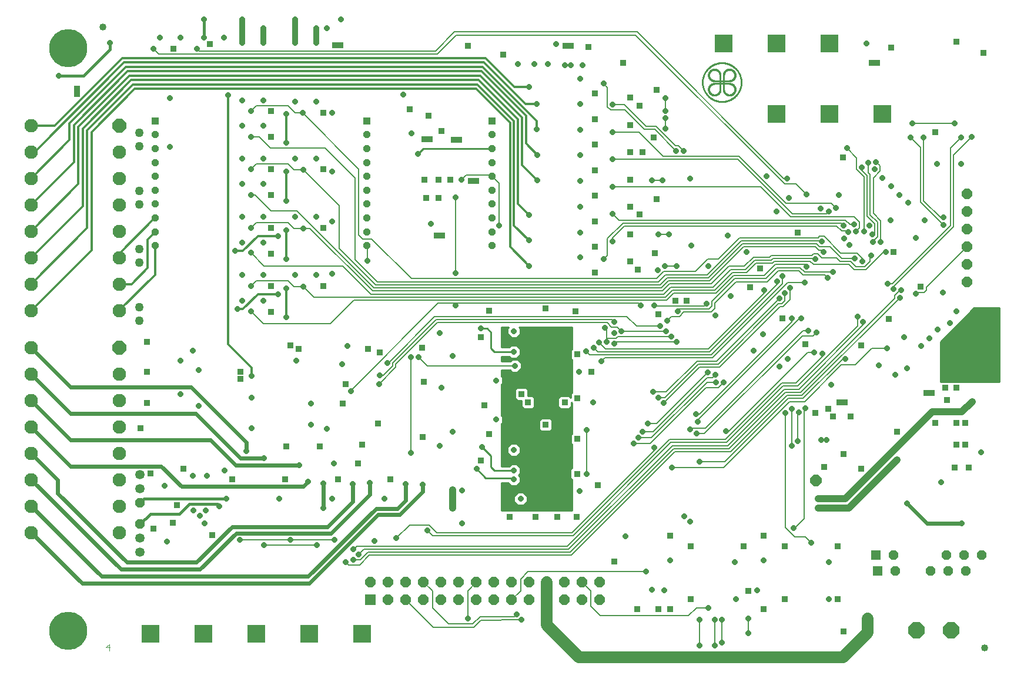
<source format=gbl>
G75*
%MOIN*%
%OFA0B0*%
%FSLAX25Y25*%
%IPPOS*%
%LPD*%
%AMOC8*
5,1,8,0,0,1.08239X$1,22.5*
%
%ADD10C,0.00400*%
%ADD11R,0.10000X0.10000*%
%ADD12OC8,0.05906*%
%ADD13R,0.05906X0.05906*%
%ADD14C,0.01000*%
%ADD15C,0.00100*%
%ADD16C,0.04000*%
%ADD17OC8,0.07677*%
%ADD18C,0.07677*%
%ADD19OC8,0.09055*%
%ADD20R,0.05315X0.05315*%
%ADD21OC8,0.05315*%
%ADD22OC8,0.06496*%
%ADD23C,0.05315*%
%ADD24R,0.04134X0.04134*%
%ADD25OC8,0.04134*%
%ADD26C,0.05000*%
%ADD27C,0.21654*%
%ADD28R,0.03175X0.03175*%
%ADD29OC8,0.03175*%
%ADD30C,0.00800*%
%ADD31C,0.06600*%
%ADD32C,0.01600*%
%ADD33C,0.04000*%
%ADD34C,0.02400*%
%ADD35C,0.01200*%
%ADD36C,0.03200*%
D10*
X0159308Y0078251D02*
X0161710Y0078251D01*
X0161109Y0080052D02*
X0159308Y0078251D01*
X0161109Y0080052D02*
X0161109Y0076449D01*
D11*
X0184688Y0086020D03*
X0214688Y0086020D03*
X0244688Y0086020D03*
X0274688Y0086020D03*
X0304688Y0086020D03*
X0539688Y0381020D03*
X0569688Y0381020D03*
X0599688Y0381020D03*
X0569688Y0421020D03*
X0539688Y0421020D03*
X0509688Y0421020D03*
D12*
X0647438Y0335520D03*
X0647438Y0325520D03*
X0647438Y0315520D03*
X0647438Y0305520D03*
X0647438Y0295520D03*
X0647438Y0285520D03*
X0439333Y0115232D03*
X0429333Y0115232D03*
X0419333Y0115232D03*
X0409333Y0115232D03*
X0399333Y0115232D03*
X0389333Y0115232D03*
X0379333Y0115232D03*
X0369333Y0115232D03*
X0359333Y0115232D03*
X0349333Y0115232D03*
X0339333Y0115232D03*
X0329333Y0115232D03*
X0319333Y0115232D03*
X0309333Y0115232D03*
X0319333Y0105232D03*
X0329333Y0105232D03*
X0339333Y0105232D03*
X0349333Y0105232D03*
X0359333Y0105232D03*
X0369333Y0105232D03*
X0379333Y0105232D03*
X0389333Y0105232D03*
X0399333Y0105232D03*
X0409333Y0105232D03*
X0419333Y0105232D03*
X0429333Y0105232D03*
X0439333Y0105232D03*
D13*
X0309333Y0105232D03*
D14*
X0383438Y0156020D02*
X0383438Y0171670D01*
X0387323Y0171670D01*
X0389160Y0169832D01*
X0392215Y0169832D01*
X0394375Y0171992D01*
X0394375Y0175047D01*
X0393402Y0176020D01*
X0394375Y0176992D01*
X0394375Y0180047D01*
X0392215Y0182207D01*
X0389160Y0182207D01*
X0388073Y0181120D01*
X0383438Y0181120D01*
X0383438Y0205055D01*
X0384375Y0205992D01*
X0384375Y0209047D01*
X0383438Y0209984D01*
X0383438Y0227305D01*
X0384375Y0228242D01*
X0384375Y0231297D01*
X0383438Y0232234D01*
X0383438Y0235520D01*
X0388473Y0235520D01*
X0389660Y0234332D01*
X0392715Y0234332D01*
X0394875Y0236492D01*
X0394875Y0239547D01*
X0392715Y0241707D01*
X0389660Y0241707D01*
X0388473Y0240520D01*
X0383438Y0240520D01*
X0383438Y0243420D01*
X0388073Y0243420D01*
X0389160Y0242332D01*
X0392215Y0242332D01*
X0394375Y0244492D01*
X0394375Y0247547D01*
X0392215Y0249707D01*
X0389160Y0249707D01*
X0388073Y0248620D01*
X0383438Y0248620D01*
X0383438Y0260020D01*
X0387723Y0260020D01*
X0387000Y0259297D01*
X0387000Y0256242D01*
X0389160Y0254082D01*
X0392215Y0254082D01*
X0394375Y0256242D01*
X0394375Y0259297D01*
X0393652Y0260020D01*
X0423438Y0260020D01*
X0423438Y0247414D01*
X0423000Y0246977D01*
X0423000Y0242062D01*
X0423438Y0241625D01*
X0423438Y0222664D01*
X0423000Y0222227D01*
X0423000Y0219852D01*
X0421895Y0220957D01*
X0416980Y0220957D01*
X0415750Y0219727D01*
X0415750Y0214812D01*
X0416980Y0213582D01*
X0421895Y0213582D01*
X0423125Y0214812D01*
X0423125Y0217188D01*
X0423438Y0216875D01*
X0423438Y0199414D01*
X0423000Y0198977D01*
X0423000Y0194062D01*
X0423438Y0193625D01*
X0423438Y0179914D01*
X0422750Y0179227D01*
X0422750Y0174312D01*
X0423438Y0173625D01*
X0423438Y0156020D01*
X0383438Y0156020D01*
X0383438Y0156884D02*
X0423438Y0156884D01*
X0423438Y0157883D02*
X0383438Y0157883D01*
X0383438Y0158881D02*
X0392861Y0158881D01*
X0392910Y0158832D02*
X0395965Y0158832D01*
X0398125Y0160992D01*
X0398125Y0164047D01*
X0395965Y0166207D01*
X0392910Y0166207D01*
X0390750Y0164047D01*
X0390750Y0160992D01*
X0392910Y0158832D01*
X0391863Y0159880D02*
X0383438Y0159880D01*
X0383438Y0160878D02*
X0390864Y0160878D01*
X0390750Y0161877D02*
X0383438Y0161877D01*
X0383438Y0162875D02*
X0390750Y0162875D01*
X0390750Y0163874D02*
X0383438Y0163874D01*
X0383438Y0164872D02*
X0391576Y0164872D01*
X0392574Y0165871D02*
X0383438Y0165871D01*
X0383438Y0166869D02*
X0423438Y0166869D01*
X0423438Y0165871D02*
X0396301Y0165871D01*
X0397300Y0164872D02*
X0423438Y0164872D01*
X0423438Y0163874D02*
X0398125Y0163874D01*
X0398125Y0162875D02*
X0423438Y0162875D01*
X0423438Y0161877D02*
X0398125Y0161877D01*
X0398011Y0160878D02*
X0423438Y0160878D01*
X0423438Y0159880D02*
X0397012Y0159880D01*
X0396014Y0158881D02*
X0423438Y0158881D01*
X0423438Y0167868D02*
X0383438Y0167868D01*
X0383438Y0168866D02*
X0423438Y0168866D01*
X0423438Y0169865D02*
X0392248Y0169865D01*
X0393246Y0170863D02*
X0423438Y0170863D01*
X0423438Y0171862D02*
X0394245Y0171862D01*
X0394375Y0172860D02*
X0423438Y0172860D01*
X0423204Y0173859D02*
X0394375Y0173859D01*
X0394375Y0174857D02*
X0422750Y0174857D01*
X0422750Y0175856D02*
X0393566Y0175856D01*
X0394237Y0176854D02*
X0422750Y0176854D01*
X0422750Y0177853D02*
X0394375Y0177853D01*
X0394375Y0178851D02*
X0422750Y0178851D01*
X0423373Y0179850D02*
X0394375Y0179850D01*
X0393574Y0180848D02*
X0423438Y0180848D01*
X0423438Y0181847D02*
X0392575Y0181847D01*
X0388800Y0181847D02*
X0383438Y0181847D01*
X0383438Y0182846D02*
X0423438Y0182846D01*
X0423438Y0183844D02*
X0383438Y0183844D01*
X0383438Y0184843D02*
X0423438Y0184843D01*
X0423438Y0185841D02*
X0383438Y0185841D01*
X0383438Y0186840D02*
X0388903Y0186840D01*
X0389160Y0186582D02*
X0387000Y0188742D01*
X0387000Y0191797D01*
X0389160Y0193957D01*
X0392215Y0193957D01*
X0394375Y0191797D01*
X0394375Y0188742D01*
X0392215Y0186582D01*
X0389160Y0186582D01*
X0387905Y0187838D02*
X0383438Y0187838D01*
X0383438Y0188837D02*
X0387000Y0188837D01*
X0387000Y0189835D02*
X0383438Y0189835D01*
X0383438Y0190834D02*
X0387000Y0190834D01*
X0387035Y0191832D02*
X0383438Y0191832D01*
X0383438Y0192831D02*
X0388034Y0192831D01*
X0389032Y0193829D02*
X0383438Y0193829D01*
X0383438Y0194828D02*
X0423000Y0194828D01*
X0423000Y0195826D02*
X0383438Y0195826D01*
X0383438Y0196825D02*
X0423000Y0196825D01*
X0423000Y0197823D02*
X0383438Y0197823D01*
X0383438Y0198822D02*
X0423000Y0198822D01*
X0423438Y0199820D02*
X0383438Y0199820D01*
X0383438Y0200819D02*
X0423438Y0200819D01*
X0423438Y0201817D02*
X0412130Y0201817D01*
X0412375Y0202062D02*
X0411145Y0200832D01*
X0406230Y0200832D01*
X0405000Y0202062D01*
X0405000Y0206977D01*
X0406230Y0208207D01*
X0411145Y0208207D01*
X0412375Y0206977D01*
X0412375Y0202062D01*
X0412375Y0202816D02*
X0423438Y0202816D01*
X0423438Y0203814D02*
X0412375Y0203814D01*
X0412375Y0204813D02*
X0423438Y0204813D01*
X0423438Y0205811D02*
X0412375Y0205811D01*
X0412375Y0206810D02*
X0423438Y0206810D01*
X0423438Y0207808D02*
X0411544Y0207808D01*
X0405832Y0207808D02*
X0384375Y0207808D01*
X0384375Y0206810D02*
X0405000Y0206810D01*
X0405000Y0205811D02*
X0384194Y0205811D01*
X0383438Y0204813D02*
X0405000Y0204813D01*
X0405000Y0203814D02*
X0383438Y0203814D01*
X0383438Y0202816D02*
X0405000Y0202816D01*
X0405245Y0201817D02*
X0383438Y0201817D01*
X0384375Y0208807D02*
X0423438Y0208807D01*
X0423438Y0209805D02*
X0383617Y0209805D01*
X0383438Y0210804D02*
X0423438Y0210804D01*
X0423438Y0211802D02*
X0383438Y0211802D01*
X0383438Y0212801D02*
X0423438Y0212801D01*
X0423438Y0213799D02*
X0422112Y0213799D01*
X0423110Y0214798D02*
X0423438Y0214798D01*
X0423438Y0215796D02*
X0423125Y0215796D01*
X0423125Y0216795D02*
X0423438Y0216795D01*
X0423000Y0220789D02*
X0422063Y0220789D01*
X0423000Y0221787D02*
X0398625Y0221787D01*
X0398625Y0220957D02*
X0398625Y0224477D01*
X0397395Y0225707D01*
X0392480Y0225707D01*
X0391250Y0224477D01*
X0391250Y0219562D01*
X0392480Y0218332D01*
X0395000Y0218332D01*
X0395000Y0214812D01*
X0396230Y0213582D01*
X0401145Y0213582D01*
X0402375Y0214812D01*
X0402375Y0219727D01*
X0401145Y0220957D01*
X0398625Y0220957D01*
X0398625Y0222786D02*
X0423438Y0222786D01*
X0423438Y0223784D02*
X0398625Y0223784D01*
X0398319Y0224783D02*
X0423438Y0224783D01*
X0423438Y0225781D02*
X0383438Y0225781D01*
X0383438Y0224783D02*
X0391556Y0224783D01*
X0391250Y0223784D02*
X0383438Y0223784D01*
X0383438Y0222786D02*
X0391250Y0222786D01*
X0391250Y0221787D02*
X0383438Y0221787D01*
X0383438Y0220789D02*
X0391250Y0220789D01*
X0391250Y0219790D02*
X0383438Y0219790D01*
X0383438Y0218792D02*
X0392021Y0218792D01*
X0395000Y0217793D02*
X0383438Y0217793D01*
X0383438Y0216795D02*
X0395000Y0216795D01*
X0395000Y0215796D02*
X0383438Y0215796D01*
X0383438Y0214798D02*
X0395015Y0214798D01*
X0396013Y0213799D02*
X0383438Y0213799D01*
X0383438Y0226780D02*
X0423438Y0226780D01*
X0423438Y0227779D02*
X0383911Y0227779D01*
X0384375Y0228777D02*
X0423438Y0228777D01*
X0423438Y0229776D02*
X0384375Y0229776D01*
X0384375Y0230774D02*
X0423438Y0230774D01*
X0423438Y0231773D02*
X0383900Y0231773D01*
X0383438Y0232771D02*
X0423438Y0232771D01*
X0423438Y0233770D02*
X0383438Y0233770D01*
X0383438Y0234768D02*
X0389224Y0234768D01*
X0393151Y0234768D02*
X0423438Y0234768D01*
X0423438Y0235767D02*
X0394149Y0235767D01*
X0394875Y0236765D02*
X0423438Y0236765D01*
X0423438Y0237764D02*
X0394875Y0237764D01*
X0394875Y0238762D02*
X0423438Y0238762D01*
X0423438Y0239761D02*
X0394661Y0239761D01*
X0393663Y0240759D02*
X0423438Y0240759D01*
X0423305Y0241758D02*
X0383438Y0241758D01*
X0383438Y0242756D02*
X0388736Y0242756D01*
X0388712Y0240759D02*
X0383438Y0240759D01*
X0379688Y0246020D02*
X0377688Y0248020D01*
X0377688Y0257020D01*
X0375438Y0259270D01*
X0371938Y0259270D01*
X0383438Y0259731D02*
X0387434Y0259731D01*
X0387000Y0258732D02*
X0383438Y0258732D01*
X0383438Y0257734D02*
X0387000Y0257734D01*
X0387000Y0256735D02*
X0383438Y0256735D01*
X0383438Y0255737D02*
X0387506Y0255737D01*
X0388504Y0254738D02*
X0383438Y0254738D01*
X0383438Y0253740D02*
X0423438Y0253740D01*
X0423438Y0254738D02*
X0392871Y0254738D01*
X0393870Y0255737D02*
X0423438Y0255737D01*
X0423438Y0256735D02*
X0394375Y0256735D01*
X0394375Y0257734D02*
X0423438Y0257734D01*
X0423438Y0258732D02*
X0394375Y0258732D01*
X0393941Y0259731D02*
X0423438Y0259731D01*
X0423438Y0252741D02*
X0383438Y0252741D01*
X0383438Y0251743D02*
X0423438Y0251743D01*
X0423438Y0250744D02*
X0383438Y0250744D01*
X0383438Y0249746D02*
X0423438Y0249746D01*
X0423438Y0248747D02*
X0393175Y0248747D01*
X0394173Y0247749D02*
X0423438Y0247749D01*
X0423000Y0246750D02*
X0394375Y0246750D01*
X0394375Y0245752D02*
X0423000Y0245752D01*
X0423000Y0244753D02*
X0394375Y0244753D01*
X0393637Y0243755D02*
X0423000Y0243755D01*
X0423000Y0242756D02*
X0392639Y0242756D01*
X0390688Y0246020D02*
X0379688Y0246020D01*
X0383438Y0248747D02*
X0388200Y0248747D01*
X0401313Y0220789D02*
X0416812Y0220789D01*
X0415814Y0219790D02*
X0402312Y0219790D01*
X0402375Y0218792D02*
X0415750Y0218792D01*
X0415750Y0217793D02*
X0402375Y0217793D01*
X0402375Y0216795D02*
X0415750Y0216795D01*
X0415750Y0215796D02*
X0402375Y0215796D01*
X0402360Y0214798D02*
X0415765Y0214798D01*
X0416763Y0213799D02*
X0401362Y0213799D01*
X0392343Y0193829D02*
X0423234Y0193829D01*
X0423438Y0192831D02*
X0393341Y0192831D01*
X0394340Y0191832D02*
X0423438Y0191832D01*
X0423438Y0190834D02*
X0394375Y0190834D01*
X0394375Y0189835D02*
X0423438Y0189835D01*
X0423438Y0188837D02*
X0394375Y0188837D01*
X0393471Y0187838D02*
X0423438Y0187838D01*
X0423438Y0186840D02*
X0392472Y0186840D01*
X0390688Y0178520D02*
X0379688Y0178520D01*
X0377438Y0180770D01*
X0377438Y0187020D01*
X0372438Y0192020D01*
X0369438Y0179520D02*
X0374688Y0174270D01*
X0389938Y0174270D01*
X0390688Y0173520D01*
X0388129Y0170863D02*
X0383438Y0170863D01*
X0383438Y0169865D02*
X0389128Y0169865D01*
X0632438Y0229020D02*
X0632438Y0251770D01*
X0651688Y0271020D01*
X0665794Y0271020D01*
X0665794Y0229020D01*
X0643767Y0229020D01*
X0643729Y0229057D01*
X0639146Y0229057D01*
X0639109Y0229020D01*
X0637517Y0229020D01*
X0637479Y0229057D01*
X0632896Y0229057D01*
X0632859Y0229020D01*
X0632438Y0229020D01*
X0632438Y0229776D02*
X0665794Y0229776D01*
X0665794Y0230774D02*
X0632438Y0230774D01*
X0632438Y0231773D02*
X0665794Y0231773D01*
X0665794Y0232771D02*
X0632438Y0232771D01*
X0632438Y0233770D02*
X0665794Y0233770D01*
X0665794Y0234768D02*
X0632438Y0234768D01*
X0632438Y0235767D02*
X0665794Y0235767D01*
X0665794Y0236765D02*
X0632438Y0236765D01*
X0632438Y0237764D02*
X0665794Y0237764D01*
X0665794Y0238762D02*
X0632438Y0238762D01*
X0632438Y0239761D02*
X0665794Y0239761D01*
X0665794Y0240759D02*
X0632438Y0240759D01*
X0632438Y0241758D02*
X0665794Y0241758D01*
X0665794Y0242756D02*
X0632438Y0242756D01*
X0632438Y0243755D02*
X0665794Y0243755D01*
X0665794Y0244753D02*
X0632438Y0244753D01*
X0632438Y0245752D02*
X0665794Y0245752D01*
X0665794Y0246750D02*
X0632438Y0246750D01*
X0632438Y0247749D02*
X0665794Y0247749D01*
X0665794Y0248747D02*
X0632438Y0248747D01*
X0632438Y0249746D02*
X0665794Y0249746D01*
X0665794Y0250744D02*
X0632438Y0250744D01*
X0632438Y0251743D02*
X0665794Y0251743D01*
X0665794Y0252741D02*
X0633409Y0252741D01*
X0634408Y0253740D02*
X0665794Y0253740D01*
X0665794Y0254738D02*
X0635406Y0254738D01*
X0636405Y0255737D02*
X0665794Y0255737D01*
X0665794Y0256735D02*
X0637403Y0256735D01*
X0638402Y0257734D02*
X0665794Y0257734D01*
X0665794Y0258732D02*
X0639400Y0258732D01*
X0640399Y0259731D02*
X0665794Y0259731D01*
X0665794Y0260729D02*
X0641397Y0260729D01*
X0642396Y0261728D02*
X0665794Y0261728D01*
X0665794Y0262726D02*
X0643394Y0262726D01*
X0644393Y0263725D02*
X0665794Y0263725D01*
X0665794Y0264723D02*
X0645391Y0264723D01*
X0646390Y0265722D02*
X0665794Y0265722D01*
X0665794Y0266720D02*
X0647388Y0266720D01*
X0648387Y0267719D02*
X0665794Y0267719D01*
X0665794Y0268717D02*
X0649385Y0268717D01*
X0650384Y0269716D02*
X0665794Y0269716D01*
X0665794Y0270715D02*
X0651382Y0270715D01*
X0509605Y0394994D02*
X0509605Y0402868D01*
X0507636Y0402868D02*
X0507636Y0394994D01*
X0497621Y0398931D02*
X0497624Y0399201D01*
X0497634Y0399471D01*
X0497651Y0399740D01*
X0497674Y0400009D01*
X0497704Y0400278D01*
X0497740Y0400545D01*
X0497783Y0400812D01*
X0497832Y0401077D01*
X0497888Y0401341D01*
X0497951Y0401604D01*
X0498019Y0401865D01*
X0498095Y0402124D01*
X0498176Y0402381D01*
X0498264Y0402637D01*
X0498358Y0402890D01*
X0498458Y0403141D01*
X0498565Y0403389D01*
X0498677Y0403634D01*
X0498796Y0403877D01*
X0498920Y0404116D01*
X0499050Y0404353D01*
X0499186Y0404586D01*
X0499328Y0404816D01*
X0499475Y0405042D01*
X0499628Y0405265D01*
X0499786Y0405484D01*
X0499949Y0405699D01*
X0500118Y0405909D01*
X0500292Y0406116D01*
X0500471Y0406318D01*
X0500654Y0406516D01*
X0500843Y0406709D01*
X0501036Y0406898D01*
X0501234Y0407081D01*
X0501436Y0407260D01*
X0501643Y0407434D01*
X0501853Y0407603D01*
X0502068Y0407766D01*
X0502287Y0407924D01*
X0502510Y0408077D01*
X0502736Y0408224D01*
X0502966Y0408366D01*
X0503199Y0408502D01*
X0503436Y0408632D01*
X0503675Y0408756D01*
X0503918Y0408875D01*
X0504163Y0408987D01*
X0504411Y0409094D01*
X0504662Y0409194D01*
X0504915Y0409288D01*
X0505171Y0409376D01*
X0505428Y0409457D01*
X0505687Y0409533D01*
X0505948Y0409601D01*
X0506211Y0409664D01*
X0506475Y0409720D01*
X0506740Y0409769D01*
X0507007Y0409812D01*
X0507274Y0409848D01*
X0507543Y0409878D01*
X0507812Y0409901D01*
X0508081Y0409918D01*
X0508351Y0409928D01*
X0508621Y0409931D01*
X0508891Y0409928D01*
X0509161Y0409918D01*
X0509430Y0409901D01*
X0509699Y0409878D01*
X0509968Y0409848D01*
X0510235Y0409812D01*
X0510502Y0409769D01*
X0510767Y0409720D01*
X0511031Y0409664D01*
X0511294Y0409601D01*
X0511555Y0409533D01*
X0511814Y0409457D01*
X0512071Y0409376D01*
X0512327Y0409288D01*
X0512580Y0409194D01*
X0512831Y0409094D01*
X0513079Y0408987D01*
X0513324Y0408875D01*
X0513567Y0408756D01*
X0513806Y0408632D01*
X0514043Y0408502D01*
X0514276Y0408366D01*
X0514506Y0408224D01*
X0514732Y0408077D01*
X0514955Y0407924D01*
X0515174Y0407766D01*
X0515389Y0407603D01*
X0515599Y0407434D01*
X0515806Y0407260D01*
X0516008Y0407081D01*
X0516206Y0406898D01*
X0516399Y0406709D01*
X0516588Y0406516D01*
X0516771Y0406318D01*
X0516950Y0406116D01*
X0517124Y0405909D01*
X0517293Y0405699D01*
X0517456Y0405484D01*
X0517614Y0405265D01*
X0517767Y0405042D01*
X0517914Y0404816D01*
X0518056Y0404586D01*
X0518192Y0404353D01*
X0518322Y0404116D01*
X0518446Y0403877D01*
X0518565Y0403634D01*
X0518677Y0403389D01*
X0518784Y0403141D01*
X0518884Y0402890D01*
X0518978Y0402637D01*
X0519066Y0402381D01*
X0519147Y0402124D01*
X0519223Y0401865D01*
X0519291Y0401604D01*
X0519354Y0401341D01*
X0519410Y0401077D01*
X0519459Y0400812D01*
X0519502Y0400545D01*
X0519538Y0400278D01*
X0519568Y0400009D01*
X0519591Y0399740D01*
X0519608Y0399471D01*
X0519618Y0399201D01*
X0519621Y0398931D01*
X0519618Y0398661D01*
X0519608Y0398391D01*
X0519591Y0398122D01*
X0519568Y0397853D01*
X0519538Y0397584D01*
X0519502Y0397317D01*
X0519459Y0397050D01*
X0519410Y0396785D01*
X0519354Y0396521D01*
X0519291Y0396258D01*
X0519223Y0395997D01*
X0519147Y0395738D01*
X0519066Y0395481D01*
X0518978Y0395225D01*
X0518884Y0394972D01*
X0518784Y0394721D01*
X0518677Y0394473D01*
X0518565Y0394228D01*
X0518446Y0393985D01*
X0518322Y0393746D01*
X0518192Y0393509D01*
X0518056Y0393276D01*
X0517914Y0393046D01*
X0517767Y0392820D01*
X0517614Y0392597D01*
X0517456Y0392378D01*
X0517293Y0392163D01*
X0517124Y0391953D01*
X0516950Y0391746D01*
X0516771Y0391544D01*
X0516588Y0391346D01*
X0516399Y0391153D01*
X0516206Y0390964D01*
X0516008Y0390781D01*
X0515806Y0390602D01*
X0515599Y0390428D01*
X0515389Y0390259D01*
X0515174Y0390096D01*
X0514955Y0389938D01*
X0514732Y0389785D01*
X0514506Y0389638D01*
X0514276Y0389496D01*
X0514043Y0389360D01*
X0513806Y0389230D01*
X0513567Y0389106D01*
X0513324Y0388987D01*
X0513079Y0388875D01*
X0512831Y0388768D01*
X0512580Y0388668D01*
X0512327Y0388574D01*
X0512071Y0388486D01*
X0511814Y0388405D01*
X0511555Y0388329D01*
X0511294Y0388261D01*
X0511031Y0388198D01*
X0510767Y0388142D01*
X0510502Y0388093D01*
X0510235Y0388050D01*
X0509968Y0388014D01*
X0509699Y0387984D01*
X0509430Y0387961D01*
X0509161Y0387944D01*
X0508891Y0387934D01*
X0508621Y0387931D01*
X0508351Y0387934D01*
X0508081Y0387944D01*
X0507812Y0387961D01*
X0507543Y0387984D01*
X0507274Y0388014D01*
X0507007Y0388050D01*
X0506740Y0388093D01*
X0506475Y0388142D01*
X0506211Y0388198D01*
X0505948Y0388261D01*
X0505687Y0388329D01*
X0505428Y0388405D01*
X0505171Y0388486D01*
X0504915Y0388574D01*
X0504662Y0388668D01*
X0504411Y0388768D01*
X0504163Y0388875D01*
X0503918Y0388987D01*
X0503675Y0389106D01*
X0503436Y0389230D01*
X0503199Y0389360D01*
X0502966Y0389496D01*
X0502736Y0389638D01*
X0502510Y0389785D01*
X0502287Y0389938D01*
X0502068Y0390096D01*
X0501853Y0390259D01*
X0501643Y0390428D01*
X0501436Y0390602D01*
X0501234Y0390781D01*
X0501036Y0390964D01*
X0500843Y0391153D01*
X0500654Y0391346D01*
X0500471Y0391544D01*
X0500292Y0391746D01*
X0500118Y0391953D01*
X0499949Y0392163D01*
X0499786Y0392378D01*
X0499628Y0392597D01*
X0499475Y0392820D01*
X0499328Y0393046D01*
X0499186Y0393276D01*
X0499050Y0393509D01*
X0498920Y0393746D01*
X0498796Y0393985D01*
X0498677Y0394228D01*
X0498565Y0394473D01*
X0498458Y0394721D01*
X0498358Y0394972D01*
X0498264Y0395225D01*
X0498176Y0395481D01*
X0498095Y0395738D01*
X0498019Y0395997D01*
X0497951Y0396258D01*
X0497888Y0396521D01*
X0497832Y0396785D01*
X0497783Y0397050D01*
X0497740Y0397317D01*
X0497704Y0397584D01*
X0497674Y0397853D01*
X0497651Y0398122D01*
X0497634Y0398391D01*
X0497624Y0398661D01*
X0497621Y0398931D01*
X0504487Y0398144D02*
X0512755Y0398144D01*
X0512755Y0399719D02*
X0504487Y0399719D01*
X0378152Y0361295D02*
X0339213Y0361295D01*
X0336188Y0358270D01*
D15*
X0504450Y0398595D02*
X0504422Y0397695D01*
X0504423Y0397696D02*
X0504318Y0397695D01*
X0504212Y0397690D01*
X0504107Y0397682D01*
X0504003Y0397669D01*
X0503899Y0397653D01*
X0503796Y0397633D01*
X0503693Y0397608D01*
X0503592Y0397580D01*
X0503491Y0397549D01*
X0503392Y0397513D01*
X0503295Y0397474D01*
X0503199Y0397431D01*
X0503104Y0397384D01*
X0503012Y0397334D01*
X0502921Y0397281D01*
X0502832Y0397224D01*
X0502746Y0397164D01*
X0502662Y0397101D01*
X0502580Y0397034D01*
X0502501Y0396965D01*
X0502425Y0396892D01*
X0502351Y0396817D01*
X0502280Y0396739D01*
X0502212Y0396659D01*
X0502148Y0396576D01*
X0502086Y0396490D01*
X0502028Y0396402D01*
X0501973Y0396313D01*
X0501921Y0396221D01*
X0501873Y0396127D01*
X0501829Y0396032D01*
X0501788Y0395935D01*
X0501751Y0395836D01*
X0501717Y0395737D01*
X0501687Y0395636D01*
X0501662Y0395534D01*
X0501640Y0395431D01*
X0501621Y0395327D01*
X0501607Y0395223D01*
X0501597Y0395118D01*
X0501590Y0395013D01*
X0501588Y0394908D01*
X0501590Y0394802D01*
X0501595Y0394697D01*
X0501605Y0394592D01*
X0501618Y0394488D01*
X0501635Y0394384D01*
X0501656Y0394281D01*
X0501681Y0394179D01*
X0501710Y0394078D01*
X0501743Y0393977D01*
X0501779Y0393879D01*
X0501819Y0393781D01*
X0501863Y0393686D01*
X0501910Y0393592D01*
X0501961Y0393499D01*
X0502015Y0393409D01*
X0502073Y0393321D01*
X0502134Y0393235D01*
X0502198Y0393152D01*
X0502265Y0393070D01*
X0502335Y0392992D01*
X0502408Y0392916D01*
X0502484Y0392843D01*
X0502562Y0392773D01*
X0502644Y0392706D01*
X0502727Y0392642D01*
X0502813Y0392581D01*
X0502901Y0392523D01*
X0502991Y0392469D01*
X0503084Y0392418D01*
X0503178Y0392371D01*
X0503273Y0392327D01*
X0503371Y0392287D01*
X0503469Y0392251D01*
X0503570Y0392218D01*
X0503671Y0392189D01*
X0503773Y0392164D01*
X0503876Y0392143D01*
X0503980Y0392126D01*
X0504084Y0392113D01*
X0504189Y0392103D01*
X0504294Y0392098D01*
X0504400Y0392096D01*
X0504505Y0392098D01*
X0504610Y0392105D01*
X0504715Y0392115D01*
X0504819Y0392129D01*
X0504923Y0392148D01*
X0505026Y0392170D01*
X0505128Y0392195D01*
X0505229Y0392225D01*
X0505328Y0392259D01*
X0505427Y0392296D01*
X0505524Y0392337D01*
X0505619Y0392381D01*
X0505713Y0392429D01*
X0505805Y0392481D01*
X0505894Y0392536D01*
X0505982Y0392594D01*
X0506068Y0392656D01*
X0506151Y0392720D01*
X0506231Y0392788D01*
X0506309Y0392859D01*
X0506384Y0392933D01*
X0506457Y0393009D01*
X0506526Y0393088D01*
X0506593Y0393170D01*
X0506656Y0393254D01*
X0506716Y0393340D01*
X0506773Y0393429D01*
X0506826Y0393520D01*
X0506876Y0393612D01*
X0506923Y0393707D01*
X0506966Y0393803D01*
X0507005Y0393900D01*
X0507041Y0393999D01*
X0507072Y0394100D01*
X0507100Y0394201D01*
X0507125Y0394304D01*
X0507145Y0394407D01*
X0507161Y0394511D01*
X0507174Y0394615D01*
X0507182Y0394720D01*
X0507187Y0394826D01*
X0507188Y0394931D01*
X0508087Y0394958D01*
X0508088Y0394838D01*
X0508084Y0394718D01*
X0508076Y0394598D01*
X0508064Y0394478D01*
X0508049Y0394359D01*
X0508029Y0394240D01*
X0508006Y0394122D01*
X0507979Y0394005D01*
X0507948Y0393888D01*
X0507914Y0393773D01*
X0507875Y0393659D01*
X0507833Y0393547D01*
X0507788Y0393435D01*
X0507738Y0393326D01*
X0507685Y0393218D01*
X0507629Y0393111D01*
X0507569Y0393007D01*
X0507506Y0392905D01*
X0507440Y0392804D01*
X0507370Y0392706D01*
X0507298Y0392610D01*
X0507222Y0392517D01*
X0507143Y0392426D01*
X0507061Y0392338D01*
X0506977Y0392252D01*
X0506889Y0392170D01*
X0506800Y0392090D01*
X0506707Y0392013D01*
X0506612Y0391939D01*
X0506515Y0391868D01*
X0506415Y0391801D01*
X0506314Y0391737D01*
X0506210Y0391676D01*
X0506104Y0391618D01*
X0505997Y0391564D01*
X0505888Y0391514D01*
X0505777Y0391467D01*
X0505665Y0391423D01*
X0505551Y0391384D01*
X0505436Y0391348D01*
X0505321Y0391315D01*
X0505204Y0391287D01*
X0505086Y0391262D01*
X0504968Y0391242D01*
X0504848Y0391225D01*
X0504729Y0391212D01*
X0504609Y0391203D01*
X0504489Y0391197D01*
X0504369Y0391196D01*
X0504248Y0391199D01*
X0504128Y0391205D01*
X0504008Y0391216D01*
X0503889Y0391230D01*
X0503770Y0391248D01*
X0503652Y0391270D01*
X0503534Y0391296D01*
X0503418Y0391325D01*
X0503302Y0391359D01*
X0503188Y0391396D01*
X0503075Y0391437D01*
X0502963Y0391481D01*
X0502853Y0391529D01*
X0502744Y0391581D01*
X0502637Y0391636D01*
X0502532Y0391695D01*
X0502429Y0391757D01*
X0502328Y0391822D01*
X0502230Y0391891D01*
X0502133Y0391963D01*
X0502039Y0392037D01*
X0501947Y0392115D01*
X0501858Y0392196D01*
X0501772Y0392280D01*
X0501688Y0392366D01*
X0501607Y0392455D01*
X0501529Y0392547D01*
X0501455Y0392641D01*
X0501383Y0392738D01*
X0501314Y0392836D01*
X0501249Y0392937D01*
X0501187Y0393040D01*
X0501128Y0393145D01*
X0501073Y0393252D01*
X0501021Y0393361D01*
X0500973Y0393471D01*
X0500929Y0393583D01*
X0500888Y0393696D01*
X0500851Y0393810D01*
X0500817Y0393926D01*
X0500788Y0394042D01*
X0500762Y0394160D01*
X0500740Y0394278D01*
X0500722Y0394397D01*
X0500708Y0394516D01*
X0500697Y0394636D01*
X0500691Y0394756D01*
X0500688Y0394877D01*
X0500689Y0394997D01*
X0500695Y0395117D01*
X0500704Y0395237D01*
X0500717Y0395356D01*
X0500734Y0395476D01*
X0500754Y0395594D01*
X0500779Y0395712D01*
X0500807Y0395829D01*
X0500840Y0395944D01*
X0500876Y0396059D01*
X0500915Y0396173D01*
X0500959Y0396285D01*
X0501006Y0396396D01*
X0501056Y0396505D01*
X0501110Y0396612D01*
X0501168Y0396718D01*
X0501229Y0396822D01*
X0501293Y0396923D01*
X0501360Y0397023D01*
X0501431Y0397120D01*
X0501505Y0397215D01*
X0501582Y0397308D01*
X0501662Y0397397D01*
X0501744Y0397485D01*
X0501830Y0397569D01*
X0501918Y0397651D01*
X0502009Y0397730D01*
X0502102Y0397806D01*
X0502198Y0397878D01*
X0502296Y0397948D01*
X0502397Y0398014D01*
X0502499Y0398077D01*
X0502603Y0398137D01*
X0502710Y0398193D01*
X0502818Y0398246D01*
X0502927Y0398296D01*
X0503039Y0398341D01*
X0503151Y0398383D01*
X0503265Y0398422D01*
X0503380Y0398456D01*
X0503497Y0398487D01*
X0503614Y0398514D01*
X0503732Y0398537D01*
X0503851Y0398557D01*
X0503970Y0398572D01*
X0504090Y0398584D01*
X0504210Y0398592D01*
X0504330Y0398596D01*
X0504450Y0398595D01*
X0504447Y0398502D01*
X0504328Y0398501D01*
X0504208Y0398498D01*
X0504089Y0398490D01*
X0503970Y0398478D01*
X0503851Y0398462D01*
X0503733Y0398442D01*
X0503616Y0398418D01*
X0503499Y0398391D01*
X0503384Y0398359D01*
X0503269Y0398324D01*
X0503156Y0398285D01*
X0503045Y0398242D01*
X0502934Y0398196D01*
X0502826Y0398146D01*
X0502719Y0398092D01*
X0502613Y0398035D01*
X0502510Y0397975D01*
X0502409Y0397911D01*
X0502310Y0397843D01*
X0502214Y0397773D01*
X0502119Y0397699D01*
X0502028Y0397622D01*
X0501938Y0397542D01*
X0501852Y0397460D01*
X0501768Y0397374D01*
X0501688Y0397286D01*
X0501610Y0397195D01*
X0501535Y0397101D01*
X0501463Y0397006D01*
X0501395Y0396907D01*
X0501330Y0396807D01*
X0501268Y0396704D01*
X0501210Y0396600D01*
X0501155Y0396494D01*
X0501104Y0396385D01*
X0501056Y0396276D01*
X0501012Y0396164D01*
X0500972Y0396052D01*
X0500936Y0395938D01*
X0500903Y0395823D01*
X0500874Y0395706D01*
X0500849Y0395589D01*
X0500828Y0395472D01*
X0500811Y0395353D01*
X0500798Y0395234D01*
X0500789Y0395115D01*
X0500783Y0394996D01*
X0500782Y0394876D01*
X0500785Y0394756D01*
X0500791Y0394637D01*
X0500802Y0394518D01*
X0500816Y0394399D01*
X0500835Y0394281D01*
X0500857Y0394163D01*
X0500884Y0394046D01*
X0500914Y0393931D01*
X0500948Y0393816D01*
X0500985Y0393702D01*
X0501027Y0393590D01*
X0501072Y0393479D01*
X0501121Y0393370D01*
X0501173Y0393262D01*
X0501229Y0393157D01*
X0501289Y0393053D01*
X0501352Y0392951D01*
X0501418Y0392851D01*
X0501487Y0392754D01*
X0501560Y0392659D01*
X0501636Y0392566D01*
X0501714Y0392476D01*
X0501796Y0392389D01*
X0501881Y0392304D01*
X0501968Y0392222D01*
X0502058Y0392144D01*
X0502151Y0392068D01*
X0502246Y0391995D01*
X0502343Y0391926D01*
X0502443Y0391860D01*
X0502545Y0391797D01*
X0502649Y0391737D01*
X0502754Y0391681D01*
X0502862Y0391629D01*
X0502971Y0391580D01*
X0503082Y0391535D01*
X0503194Y0391493D01*
X0503308Y0391456D01*
X0503423Y0391422D01*
X0503538Y0391392D01*
X0503655Y0391365D01*
X0503773Y0391343D01*
X0503891Y0391324D01*
X0504010Y0391310D01*
X0504129Y0391299D01*
X0504248Y0391293D01*
X0504368Y0391290D01*
X0504488Y0391291D01*
X0504607Y0391297D01*
X0504726Y0391306D01*
X0504845Y0391319D01*
X0504964Y0391336D01*
X0505081Y0391357D01*
X0505198Y0391382D01*
X0505315Y0391411D01*
X0505430Y0391444D01*
X0505544Y0391480D01*
X0505656Y0391520D01*
X0505768Y0391564D01*
X0505877Y0391612D01*
X0505986Y0391663D01*
X0506092Y0391718D01*
X0506196Y0391776D01*
X0506299Y0391838D01*
X0506399Y0391903D01*
X0506498Y0391971D01*
X0506593Y0392043D01*
X0506687Y0392118D01*
X0506778Y0392196D01*
X0506866Y0392276D01*
X0506952Y0392360D01*
X0507034Y0392446D01*
X0507114Y0392536D01*
X0507191Y0392627D01*
X0507265Y0392722D01*
X0507335Y0392818D01*
X0507403Y0392917D01*
X0507467Y0393018D01*
X0507527Y0393121D01*
X0507584Y0393227D01*
X0507638Y0393334D01*
X0507688Y0393442D01*
X0507734Y0393553D01*
X0507777Y0393664D01*
X0507816Y0393777D01*
X0507851Y0393892D01*
X0507883Y0394007D01*
X0507910Y0394124D01*
X0507934Y0394241D01*
X0507954Y0394359D01*
X0507970Y0394478D01*
X0507982Y0394597D01*
X0507990Y0394716D01*
X0507993Y0394836D01*
X0507994Y0394955D01*
X0507900Y0394952D01*
X0507899Y0394835D01*
X0507895Y0394718D01*
X0507888Y0394601D01*
X0507876Y0394484D01*
X0507860Y0394368D01*
X0507840Y0394252D01*
X0507817Y0394137D01*
X0507790Y0394023D01*
X0507759Y0393910D01*
X0507724Y0393798D01*
X0507685Y0393687D01*
X0507643Y0393577D01*
X0507597Y0393469D01*
X0507548Y0393363D01*
X0507495Y0393258D01*
X0507438Y0393155D01*
X0507378Y0393054D01*
X0507315Y0392956D01*
X0507249Y0392859D01*
X0507179Y0392764D01*
X0507106Y0392672D01*
X0507031Y0392583D01*
X0506952Y0392496D01*
X0506870Y0392412D01*
X0506786Y0392330D01*
X0506699Y0392251D01*
X0506609Y0392176D01*
X0506517Y0392103D01*
X0506423Y0392033D01*
X0506326Y0391967D01*
X0506227Y0391904D01*
X0506126Y0391844D01*
X0506023Y0391788D01*
X0505918Y0391735D01*
X0505812Y0391686D01*
X0505704Y0391640D01*
X0505594Y0391598D01*
X0505483Y0391559D01*
X0505371Y0391524D01*
X0505258Y0391494D01*
X0505144Y0391466D01*
X0505029Y0391443D01*
X0504913Y0391424D01*
X0504797Y0391408D01*
X0504680Y0391396D01*
X0504563Y0391388D01*
X0504446Y0391384D01*
X0504329Y0391385D01*
X0504211Y0391388D01*
X0504094Y0391396D01*
X0503977Y0391408D01*
X0503861Y0391424D01*
X0503745Y0391443D01*
X0503631Y0391467D01*
X0503516Y0391494D01*
X0503403Y0391525D01*
X0503291Y0391560D01*
X0503180Y0391598D01*
X0503071Y0391640D01*
X0502963Y0391686D01*
X0502856Y0391736D01*
X0502752Y0391789D01*
X0502649Y0391845D01*
X0502548Y0391905D01*
X0502449Y0391968D01*
X0502352Y0392034D01*
X0502258Y0392104D01*
X0502166Y0392177D01*
X0502076Y0392252D01*
X0501989Y0392331D01*
X0501905Y0392413D01*
X0501823Y0392497D01*
X0501744Y0392584D01*
X0501669Y0392674D01*
X0501596Y0392766D01*
X0501526Y0392860D01*
X0501460Y0392957D01*
X0501397Y0393056D01*
X0501337Y0393157D01*
X0501281Y0393260D01*
X0501228Y0393364D01*
X0501178Y0393471D01*
X0501132Y0393579D01*
X0501090Y0393688D01*
X0501052Y0393799D01*
X0501017Y0393911D01*
X0500986Y0394024D01*
X0500959Y0394139D01*
X0500935Y0394253D01*
X0500916Y0394369D01*
X0500900Y0394485D01*
X0500888Y0394602D01*
X0500880Y0394719D01*
X0500877Y0394837D01*
X0500876Y0394954D01*
X0500880Y0395071D01*
X0500888Y0395188D01*
X0500900Y0395305D01*
X0500916Y0395421D01*
X0500935Y0395537D01*
X0500958Y0395652D01*
X0500986Y0395766D01*
X0501016Y0395879D01*
X0501051Y0395991D01*
X0501090Y0396102D01*
X0501132Y0396212D01*
X0501178Y0396320D01*
X0501227Y0396426D01*
X0501280Y0396531D01*
X0501336Y0396634D01*
X0501396Y0396735D01*
X0501459Y0396834D01*
X0501525Y0396931D01*
X0501595Y0397025D01*
X0501668Y0397117D01*
X0501743Y0397207D01*
X0501822Y0397294D01*
X0501904Y0397378D01*
X0501988Y0397460D01*
X0502075Y0397539D01*
X0502164Y0397614D01*
X0502256Y0397687D01*
X0502351Y0397757D01*
X0502448Y0397823D01*
X0502546Y0397886D01*
X0502647Y0397946D01*
X0502750Y0398003D01*
X0502855Y0398056D01*
X0502961Y0398105D01*
X0503069Y0398151D01*
X0503179Y0398193D01*
X0503290Y0398232D01*
X0503402Y0398267D01*
X0503515Y0398298D01*
X0503629Y0398325D01*
X0503744Y0398348D01*
X0503860Y0398368D01*
X0503976Y0398384D01*
X0504093Y0398396D01*
X0504210Y0398403D01*
X0504327Y0398407D01*
X0504444Y0398408D01*
X0504442Y0398314D01*
X0504325Y0398313D01*
X0504208Y0398309D01*
X0504092Y0398301D01*
X0503976Y0398289D01*
X0503860Y0398273D01*
X0503745Y0398253D01*
X0503631Y0398229D01*
X0503518Y0398201D01*
X0503406Y0398170D01*
X0503295Y0398134D01*
X0503185Y0398095D01*
X0503076Y0398052D01*
X0502969Y0398006D01*
X0502864Y0397955D01*
X0502761Y0397902D01*
X0502659Y0397844D01*
X0502559Y0397784D01*
X0502462Y0397720D01*
X0502367Y0397652D01*
X0502274Y0397582D01*
X0502183Y0397508D01*
X0502096Y0397431D01*
X0502010Y0397352D01*
X0501928Y0397269D01*
X0501848Y0397184D01*
X0501772Y0397096D01*
X0501698Y0397005D01*
X0501628Y0396912D01*
X0501561Y0396817D01*
X0501497Y0396719D01*
X0501436Y0396620D01*
X0501379Y0396518D01*
X0501326Y0396414D01*
X0501276Y0396309D01*
X0501229Y0396202D01*
X0501187Y0396093D01*
X0501148Y0395983D01*
X0501112Y0395872D01*
X0501081Y0395760D01*
X0501053Y0395646D01*
X0501030Y0395532D01*
X0501010Y0395417D01*
X0500994Y0395302D01*
X0500982Y0395186D01*
X0500974Y0395069D01*
X0500970Y0394953D01*
X0500971Y0394836D01*
X0500975Y0394720D01*
X0500983Y0394603D01*
X0500995Y0394487D01*
X0501010Y0394372D01*
X0501030Y0394257D01*
X0501054Y0394142D01*
X0501082Y0394029D01*
X0501113Y0393917D01*
X0501149Y0393806D01*
X0501188Y0393696D01*
X0501230Y0393587D01*
X0501277Y0393480D01*
X0501327Y0393375D01*
X0501381Y0393271D01*
X0501438Y0393170D01*
X0501499Y0393070D01*
X0501563Y0392973D01*
X0501630Y0392877D01*
X0501700Y0392784D01*
X0501774Y0392694D01*
X0501851Y0392606D01*
X0501930Y0392521D01*
X0502013Y0392438D01*
X0502098Y0392359D01*
X0502186Y0392282D01*
X0502276Y0392208D01*
X0502369Y0392138D01*
X0502465Y0392071D01*
X0502562Y0392007D01*
X0502662Y0391946D01*
X0502763Y0391889D01*
X0502867Y0391835D01*
X0502972Y0391785D01*
X0503079Y0391738D01*
X0503188Y0391696D01*
X0503298Y0391657D01*
X0503409Y0391621D01*
X0503521Y0391590D01*
X0503634Y0391562D01*
X0503749Y0391538D01*
X0503864Y0391518D01*
X0503979Y0391503D01*
X0504095Y0391491D01*
X0504212Y0391483D01*
X0504328Y0391479D01*
X0504445Y0391478D01*
X0504561Y0391482D01*
X0504678Y0391490D01*
X0504794Y0391502D01*
X0504909Y0391518D01*
X0505024Y0391538D01*
X0505138Y0391561D01*
X0505252Y0391589D01*
X0505364Y0391620D01*
X0505475Y0391656D01*
X0505585Y0391695D01*
X0505694Y0391737D01*
X0505801Y0391784D01*
X0505906Y0391834D01*
X0506010Y0391887D01*
X0506112Y0391944D01*
X0506211Y0392005D01*
X0506309Y0392069D01*
X0506404Y0392136D01*
X0506497Y0392206D01*
X0506588Y0392280D01*
X0506676Y0392356D01*
X0506761Y0392436D01*
X0506844Y0392518D01*
X0506923Y0392604D01*
X0507000Y0392691D01*
X0507074Y0392782D01*
X0507144Y0392875D01*
X0507212Y0392970D01*
X0507276Y0393067D01*
X0507336Y0393167D01*
X0507394Y0393269D01*
X0507447Y0393372D01*
X0507498Y0393477D01*
X0507544Y0393584D01*
X0507587Y0393693D01*
X0507626Y0393803D01*
X0507662Y0393914D01*
X0507693Y0394026D01*
X0507721Y0394139D01*
X0507745Y0394253D01*
X0507765Y0394368D01*
X0507781Y0394484D01*
X0507793Y0394600D01*
X0507801Y0394716D01*
X0507805Y0394833D01*
X0507806Y0394950D01*
X0507712Y0394947D01*
X0507711Y0394832D01*
X0507707Y0394718D01*
X0507699Y0394604D01*
X0507687Y0394491D01*
X0507671Y0394378D01*
X0507652Y0394265D01*
X0507628Y0394153D01*
X0507601Y0394042D01*
X0507569Y0393933D01*
X0507534Y0393824D01*
X0507496Y0393716D01*
X0507453Y0393610D01*
X0507407Y0393506D01*
X0507358Y0393403D01*
X0507305Y0393302D01*
X0507248Y0393202D01*
X0507188Y0393105D01*
X0507125Y0393010D01*
X0507059Y0392917D01*
X0506989Y0392826D01*
X0506916Y0392738D01*
X0506841Y0392653D01*
X0506762Y0392570D01*
X0506681Y0392489D01*
X0506597Y0392412D01*
X0506510Y0392338D01*
X0506421Y0392266D01*
X0506329Y0392198D01*
X0506236Y0392133D01*
X0506140Y0392071D01*
X0506041Y0392012D01*
X0505941Y0391957D01*
X0505839Y0391906D01*
X0505736Y0391858D01*
X0505631Y0391813D01*
X0505524Y0391772D01*
X0505416Y0391735D01*
X0505307Y0391701D01*
X0505196Y0391672D01*
X0505085Y0391646D01*
X0504973Y0391624D01*
X0504860Y0391606D01*
X0504747Y0391591D01*
X0504633Y0391581D01*
X0504519Y0391575D01*
X0504405Y0391572D01*
X0504291Y0391573D01*
X0504177Y0391579D01*
X0504063Y0391588D01*
X0503949Y0391601D01*
X0503836Y0391618D01*
X0503724Y0391639D01*
X0503612Y0391664D01*
X0503502Y0391692D01*
X0503392Y0391725D01*
X0503284Y0391761D01*
X0503177Y0391801D01*
X0503071Y0391844D01*
X0502967Y0391891D01*
X0502865Y0391942D01*
X0502764Y0391996D01*
X0502665Y0392053D01*
X0502569Y0392114D01*
X0502474Y0392178D01*
X0502382Y0392246D01*
X0502292Y0392316D01*
X0502205Y0392390D01*
X0502120Y0392466D01*
X0502038Y0392546D01*
X0501958Y0392628D01*
X0501882Y0392713D01*
X0501808Y0392800D01*
X0501738Y0392890D01*
X0501670Y0392982D01*
X0501606Y0393077D01*
X0501545Y0393173D01*
X0501488Y0393272D01*
X0501434Y0393373D01*
X0501383Y0393475D01*
X0501336Y0393579D01*
X0501293Y0393685D01*
X0501253Y0393792D01*
X0501217Y0393900D01*
X0501184Y0394010D01*
X0501156Y0394120D01*
X0501131Y0394232D01*
X0501110Y0394344D01*
X0501093Y0394457D01*
X0501080Y0394571D01*
X0501071Y0394685D01*
X0501065Y0394799D01*
X0501064Y0394913D01*
X0501067Y0395027D01*
X0501073Y0395141D01*
X0501083Y0395255D01*
X0501098Y0395368D01*
X0501116Y0395481D01*
X0501138Y0395593D01*
X0501164Y0395704D01*
X0501193Y0395815D01*
X0501227Y0395924D01*
X0501264Y0396032D01*
X0501305Y0396139D01*
X0501350Y0396244D01*
X0501398Y0396347D01*
X0501449Y0396449D01*
X0501504Y0396549D01*
X0501563Y0396648D01*
X0501625Y0396744D01*
X0501690Y0396837D01*
X0501758Y0396929D01*
X0501830Y0397018D01*
X0501904Y0397105D01*
X0501981Y0397189D01*
X0502062Y0397270D01*
X0502145Y0397349D01*
X0502230Y0397424D01*
X0502318Y0397497D01*
X0502409Y0397567D01*
X0502502Y0397633D01*
X0502597Y0397696D01*
X0502694Y0397756D01*
X0502794Y0397813D01*
X0502895Y0397866D01*
X0502998Y0397915D01*
X0503102Y0397961D01*
X0503208Y0398004D01*
X0503316Y0398042D01*
X0503425Y0398077D01*
X0503534Y0398109D01*
X0503645Y0398136D01*
X0503757Y0398160D01*
X0503870Y0398179D01*
X0503983Y0398195D01*
X0504096Y0398207D01*
X0504210Y0398215D01*
X0504324Y0398219D01*
X0504439Y0398220D01*
X0504436Y0398126D01*
X0504323Y0398125D01*
X0504211Y0398121D01*
X0504098Y0398113D01*
X0503986Y0398101D01*
X0503875Y0398085D01*
X0503764Y0398065D01*
X0503654Y0398041D01*
X0503545Y0398014D01*
X0503437Y0397983D01*
X0503330Y0397948D01*
X0503224Y0397909D01*
X0503119Y0397866D01*
X0503017Y0397820D01*
X0502916Y0397771D01*
X0502816Y0397718D01*
X0502719Y0397661D01*
X0502623Y0397601D01*
X0502530Y0397538D01*
X0502439Y0397472D01*
X0502351Y0397402D01*
X0502264Y0397330D01*
X0502181Y0397254D01*
X0502100Y0397176D01*
X0502022Y0397095D01*
X0501947Y0397011D01*
X0501875Y0396925D01*
X0501805Y0396836D01*
X0501739Y0396745D01*
X0501676Y0396651D01*
X0501617Y0396555D01*
X0501561Y0396458D01*
X0501508Y0396358D01*
X0501459Y0396257D01*
X0501413Y0396154D01*
X0501371Y0396050D01*
X0501333Y0395944D01*
X0501298Y0395837D01*
X0501267Y0395728D01*
X0501240Y0395619D01*
X0501217Y0395509D01*
X0501197Y0395398D01*
X0501182Y0395286D01*
X0501170Y0395174D01*
X0501162Y0395062D01*
X0501158Y0394949D01*
X0501159Y0394837D01*
X0501163Y0394724D01*
X0501171Y0394612D01*
X0501182Y0394500D01*
X0501198Y0394388D01*
X0501218Y0394278D01*
X0501241Y0394167D01*
X0501269Y0394058D01*
X0501300Y0393950D01*
X0501335Y0393843D01*
X0501373Y0393737D01*
X0501415Y0393633D01*
X0501461Y0393530D01*
X0501511Y0393429D01*
X0501563Y0393329D01*
X0501620Y0393232D01*
X0501680Y0393136D01*
X0501742Y0393043D01*
X0501809Y0392952D01*
X0501878Y0392863D01*
X0501950Y0392777D01*
X0502026Y0392693D01*
X0502104Y0392612D01*
X0502185Y0392534D01*
X0502269Y0392458D01*
X0502355Y0392386D01*
X0502444Y0392317D01*
X0502535Y0392250D01*
X0502628Y0392188D01*
X0502724Y0392128D01*
X0502821Y0392071D01*
X0502921Y0392019D01*
X0503022Y0391969D01*
X0503125Y0391923D01*
X0503229Y0391881D01*
X0503335Y0391843D01*
X0503442Y0391808D01*
X0503550Y0391777D01*
X0503659Y0391749D01*
X0503770Y0391726D01*
X0503880Y0391706D01*
X0503992Y0391690D01*
X0504104Y0391679D01*
X0504216Y0391671D01*
X0504329Y0391667D01*
X0504441Y0391666D01*
X0504554Y0391670D01*
X0504666Y0391678D01*
X0504778Y0391690D01*
X0504890Y0391705D01*
X0505001Y0391725D01*
X0505111Y0391748D01*
X0505220Y0391775D01*
X0505329Y0391806D01*
X0505436Y0391841D01*
X0505542Y0391879D01*
X0505646Y0391921D01*
X0505749Y0391967D01*
X0505850Y0392016D01*
X0505950Y0392069D01*
X0506047Y0392125D01*
X0506143Y0392184D01*
X0506237Y0392247D01*
X0506328Y0392313D01*
X0506417Y0392383D01*
X0506503Y0392455D01*
X0506587Y0392530D01*
X0506668Y0392608D01*
X0506746Y0392689D01*
X0506822Y0392772D01*
X0506894Y0392859D01*
X0506964Y0392947D01*
X0507030Y0393038D01*
X0507093Y0393131D01*
X0507153Y0393227D01*
X0507210Y0393324D01*
X0507263Y0393424D01*
X0507312Y0393525D01*
X0507358Y0393627D01*
X0507401Y0393732D01*
X0507440Y0393838D01*
X0507475Y0393945D01*
X0507506Y0394053D01*
X0507533Y0394162D01*
X0507557Y0394272D01*
X0507577Y0394383D01*
X0507593Y0394494D01*
X0507605Y0394606D01*
X0507613Y0394719D01*
X0507617Y0394831D01*
X0507618Y0394944D01*
X0507524Y0394941D01*
X0507523Y0394829D01*
X0507519Y0394718D01*
X0507511Y0394606D01*
X0507498Y0394495D01*
X0507482Y0394384D01*
X0507462Y0394274D01*
X0507438Y0394165D01*
X0507410Y0394057D01*
X0507378Y0393950D01*
X0507342Y0393844D01*
X0507303Y0393739D01*
X0507260Y0393636D01*
X0507213Y0393535D01*
X0507163Y0393435D01*
X0507109Y0393337D01*
X0507052Y0393241D01*
X0506991Y0393147D01*
X0506927Y0393055D01*
X0506860Y0392966D01*
X0506789Y0392879D01*
X0506716Y0392795D01*
X0506640Y0392713D01*
X0506560Y0392634D01*
X0506478Y0392558D01*
X0506394Y0392485D01*
X0506307Y0392415D01*
X0506217Y0392349D01*
X0506125Y0392285D01*
X0506031Y0392225D01*
X0505935Y0392168D01*
X0505836Y0392114D01*
X0505736Y0392065D01*
X0505635Y0392018D01*
X0505531Y0391976D01*
X0505426Y0391937D01*
X0505320Y0391902D01*
X0505213Y0391870D01*
X0505105Y0391843D01*
X0504995Y0391819D01*
X0504885Y0391800D01*
X0504775Y0391784D01*
X0504663Y0391772D01*
X0504552Y0391764D01*
X0504440Y0391760D01*
X0504328Y0391761D01*
X0504217Y0391765D01*
X0504105Y0391773D01*
X0503994Y0391785D01*
X0503884Y0391801D01*
X0503774Y0391821D01*
X0503664Y0391845D01*
X0503556Y0391872D01*
X0503449Y0391904D01*
X0503343Y0391939D01*
X0503238Y0391978D01*
X0503135Y0392021D01*
X0503033Y0392068D01*
X0502933Y0392118D01*
X0502835Y0392171D01*
X0502739Y0392229D01*
X0502645Y0392289D01*
X0502553Y0392353D01*
X0502464Y0392420D01*
X0502377Y0392490D01*
X0502292Y0392563D01*
X0502210Y0392639D01*
X0502131Y0392718D01*
X0502055Y0392800D01*
X0501982Y0392885D01*
X0501912Y0392972D01*
X0501845Y0393061D01*
X0501781Y0393153D01*
X0501721Y0393247D01*
X0501663Y0393343D01*
X0501610Y0393441D01*
X0501560Y0393541D01*
X0501513Y0393643D01*
X0501470Y0393746D01*
X0501431Y0393851D01*
X0501396Y0393957D01*
X0501364Y0394064D01*
X0501337Y0394172D01*
X0501313Y0394282D01*
X0501293Y0394392D01*
X0501277Y0394502D01*
X0501265Y0394613D01*
X0501257Y0394725D01*
X0501253Y0394836D01*
X0501252Y0394948D01*
X0501256Y0395060D01*
X0501264Y0395171D01*
X0501276Y0395283D01*
X0501292Y0395393D01*
X0501311Y0395503D01*
X0501335Y0395613D01*
X0501362Y0395721D01*
X0501394Y0395828D01*
X0501429Y0395934D01*
X0501468Y0396039D01*
X0501510Y0396143D01*
X0501557Y0396244D01*
X0501606Y0396344D01*
X0501660Y0396443D01*
X0501717Y0396539D01*
X0501777Y0396633D01*
X0501841Y0396725D01*
X0501907Y0396815D01*
X0501977Y0396902D01*
X0502050Y0396986D01*
X0502126Y0397068D01*
X0502205Y0397148D01*
X0502287Y0397224D01*
X0502371Y0397297D01*
X0502458Y0397368D01*
X0502547Y0397435D01*
X0502639Y0397499D01*
X0502733Y0397560D01*
X0502829Y0397617D01*
X0502927Y0397671D01*
X0503027Y0397721D01*
X0503128Y0397768D01*
X0503231Y0397811D01*
X0503336Y0397850D01*
X0503442Y0397886D01*
X0503549Y0397918D01*
X0503657Y0397946D01*
X0503766Y0397970D01*
X0503876Y0397990D01*
X0503987Y0398006D01*
X0504098Y0398019D01*
X0504210Y0398027D01*
X0504321Y0398031D01*
X0504433Y0398032D01*
X0504430Y0397938D01*
X0504321Y0397937D01*
X0504212Y0397933D01*
X0504103Y0397925D01*
X0503994Y0397912D01*
X0503886Y0397896D01*
X0503779Y0397876D01*
X0503672Y0397853D01*
X0503567Y0397825D01*
X0503462Y0397794D01*
X0503359Y0397758D01*
X0503256Y0397720D01*
X0503156Y0397677D01*
X0503057Y0397631D01*
X0502959Y0397582D01*
X0502864Y0397529D01*
X0502770Y0397472D01*
X0502679Y0397412D01*
X0502590Y0397349D01*
X0502503Y0397283D01*
X0502418Y0397214D01*
X0502336Y0397142D01*
X0502257Y0397067D01*
X0502180Y0396989D01*
X0502107Y0396908D01*
X0502036Y0396825D01*
X0501968Y0396739D01*
X0501904Y0396651D01*
X0501842Y0396561D01*
X0501784Y0396469D01*
X0501729Y0396374D01*
X0501678Y0396278D01*
X0501630Y0396179D01*
X0501586Y0396080D01*
X0501545Y0395978D01*
X0501508Y0395875D01*
X0501475Y0395771D01*
X0501445Y0395666D01*
X0501419Y0395560D01*
X0501397Y0395453D01*
X0501379Y0395345D01*
X0501365Y0395237D01*
X0501355Y0395128D01*
X0501348Y0395019D01*
X0501346Y0394910D01*
X0501347Y0394801D01*
X0501353Y0394692D01*
X0501362Y0394583D01*
X0501375Y0394474D01*
X0501392Y0394367D01*
X0501413Y0394259D01*
X0501438Y0394153D01*
X0501467Y0394048D01*
X0501499Y0393943D01*
X0501535Y0393840D01*
X0501575Y0393738D01*
X0501618Y0393638D01*
X0501665Y0393539D01*
X0501716Y0393443D01*
X0501770Y0393348D01*
X0501827Y0393255D01*
X0501887Y0393164D01*
X0501951Y0393075D01*
X0502018Y0392989D01*
X0502088Y0392905D01*
X0502161Y0392824D01*
X0502237Y0392745D01*
X0502316Y0392669D01*
X0502397Y0392596D01*
X0502481Y0392526D01*
X0502567Y0392459D01*
X0502656Y0392395D01*
X0502747Y0392335D01*
X0502840Y0392278D01*
X0502935Y0392224D01*
X0503031Y0392173D01*
X0503130Y0392126D01*
X0503230Y0392083D01*
X0503332Y0392043D01*
X0503435Y0392007D01*
X0503540Y0391975D01*
X0503645Y0391946D01*
X0503751Y0391921D01*
X0503859Y0391900D01*
X0503966Y0391883D01*
X0504075Y0391870D01*
X0504184Y0391861D01*
X0504293Y0391855D01*
X0504402Y0391854D01*
X0504511Y0391856D01*
X0504620Y0391863D01*
X0504729Y0391873D01*
X0504837Y0391887D01*
X0504945Y0391905D01*
X0505052Y0391927D01*
X0505158Y0391953D01*
X0505263Y0391983D01*
X0505367Y0392016D01*
X0505470Y0392053D01*
X0505572Y0392094D01*
X0505671Y0392138D01*
X0505770Y0392186D01*
X0505866Y0392237D01*
X0505961Y0392292D01*
X0506053Y0392350D01*
X0506143Y0392412D01*
X0506231Y0392476D01*
X0506317Y0392544D01*
X0506400Y0392615D01*
X0506481Y0392688D01*
X0506559Y0392765D01*
X0506634Y0392844D01*
X0506706Y0392926D01*
X0506775Y0393011D01*
X0506841Y0393098D01*
X0506904Y0393187D01*
X0506964Y0393278D01*
X0507021Y0393372D01*
X0507074Y0393467D01*
X0507123Y0393565D01*
X0507169Y0393664D01*
X0507212Y0393764D01*
X0507250Y0393867D01*
X0507286Y0393970D01*
X0507317Y0394075D01*
X0507345Y0394180D01*
X0507368Y0394287D01*
X0507388Y0394394D01*
X0507404Y0394502D01*
X0507417Y0394611D01*
X0507425Y0394720D01*
X0507429Y0394829D01*
X0507430Y0394938D01*
X0507336Y0394935D01*
X0507335Y0394827D01*
X0507331Y0394719D01*
X0507322Y0394611D01*
X0507310Y0394503D01*
X0507293Y0394396D01*
X0507273Y0394290D01*
X0507249Y0394184D01*
X0507221Y0394080D01*
X0507189Y0393976D01*
X0507153Y0393874D01*
X0507114Y0393773D01*
X0507071Y0393674D01*
X0507024Y0393576D01*
X0506974Y0393480D01*
X0506920Y0393386D01*
X0506863Y0393294D01*
X0506802Y0393204D01*
X0506739Y0393117D01*
X0506672Y0393032D01*
X0506602Y0392949D01*
X0506529Y0392869D01*
X0506453Y0392792D01*
X0506374Y0392717D01*
X0506293Y0392646D01*
X0506209Y0392577D01*
X0506122Y0392512D01*
X0506034Y0392450D01*
X0505943Y0392391D01*
X0505850Y0392336D01*
X0505755Y0392284D01*
X0505658Y0392235D01*
X0505559Y0392191D01*
X0505459Y0392149D01*
X0505357Y0392112D01*
X0505255Y0392078D01*
X0505150Y0392048D01*
X0505045Y0392022D01*
X0504939Y0392000D01*
X0504833Y0391982D01*
X0504725Y0391967D01*
X0504617Y0391957D01*
X0504509Y0391950D01*
X0504401Y0391948D01*
X0504293Y0391950D01*
X0504185Y0391955D01*
X0504077Y0391964D01*
X0503969Y0391978D01*
X0503862Y0391995D01*
X0503756Y0392016D01*
X0503651Y0392042D01*
X0503547Y0392071D01*
X0503443Y0392103D01*
X0503341Y0392140D01*
X0503241Y0392180D01*
X0503142Y0392224D01*
X0503045Y0392272D01*
X0502949Y0392323D01*
X0502856Y0392378D01*
X0502764Y0392436D01*
X0502675Y0392497D01*
X0502588Y0392561D01*
X0502503Y0392629D01*
X0502421Y0392700D01*
X0502342Y0392774D01*
X0502266Y0392850D01*
X0502192Y0392929D01*
X0502121Y0393011D01*
X0502053Y0393096D01*
X0501989Y0393183D01*
X0501928Y0393272D01*
X0501870Y0393364D01*
X0501815Y0393457D01*
X0501764Y0393553D01*
X0501716Y0393650D01*
X0501672Y0393749D01*
X0501632Y0393849D01*
X0501595Y0393951D01*
X0501563Y0394055D01*
X0501534Y0394159D01*
X0501508Y0394264D01*
X0501487Y0394370D01*
X0501470Y0394477D01*
X0501456Y0394585D01*
X0501447Y0394693D01*
X0501442Y0394801D01*
X0501440Y0394909D01*
X0501442Y0395017D01*
X0501449Y0395125D01*
X0501459Y0395233D01*
X0501474Y0395341D01*
X0501492Y0395447D01*
X0501514Y0395553D01*
X0501540Y0395658D01*
X0501570Y0395763D01*
X0501604Y0395865D01*
X0501641Y0395967D01*
X0501683Y0396067D01*
X0501727Y0396166D01*
X0501776Y0396263D01*
X0501828Y0396358D01*
X0501883Y0396451D01*
X0501942Y0396542D01*
X0502004Y0396630D01*
X0502069Y0396717D01*
X0502138Y0396801D01*
X0502209Y0396882D01*
X0502284Y0396961D01*
X0502361Y0397037D01*
X0502441Y0397110D01*
X0502524Y0397180D01*
X0502609Y0397247D01*
X0502696Y0397310D01*
X0502786Y0397371D01*
X0502878Y0397428D01*
X0502972Y0397482D01*
X0503068Y0397532D01*
X0503166Y0397579D01*
X0503265Y0397622D01*
X0503366Y0397661D01*
X0503468Y0397697D01*
X0503572Y0397729D01*
X0503676Y0397757D01*
X0503782Y0397781D01*
X0503888Y0397801D01*
X0503995Y0397818D01*
X0504103Y0397830D01*
X0504211Y0397839D01*
X0504319Y0397843D01*
X0504427Y0397844D01*
X0504424Y0397750D01*
X0504318Y0397749D01*
X0504212Y0397745D01*
X0504105Y0397736D01*
X0504000Y0397723D01*
X0503895Y0397707D01*
X0503790Y0397687D01*
X0503686Y0397662D01*
X0503584Y0397634D01*
X0503482Y0397602D01*
X0503382Y0397567D01*
X0503283Y0397527D01*
X0503186Y0397484D01*
X0503090Y0397438D01*
X0502996Y0397387D01*
X0502904Y0397334D01*
X0502814Y0397277D01*
X0502726Y0397216D01*
X0502641Y0397153D01*
X0502558Y0397086D01*
X0502478Y0397016D01*
X0502400Y0396944D01*
X0502325Y0396868D01*
X0502253Y0396790D01*
X0502184Y0396709D01*
X0502118Y0396625D01*
X0502055Y0396539D01*
X0501995Y0396451D01*
X0501939Y0396361D01*
X0501886Y0396268D01*
X0501836Y0396174D01*
X0501790Y0396078D01*
X0501748Y0395980D01*
X0501709Y0395881D01*
X0501675Y0395781D01*
X0501643Y0395679D01*
X0501616Y0395576D01*
X0501593Y0395472D01*
X0501573Y0395367D01*
X0501558Y0395262D01*
X0501546Y0395156D01*
X0501538Y0395050D01*
X0501534Y0394944D01*
X0501535Y0394837D01*
X0501539Y0394731D01*
X0501547Y0394625D01*
X0501559Y0394519D01*
X0501575Y0394414D01*
X0501595Y0394309D01*
X0501619Y0394205D01*
X0501647Y0394102D01*
X0501678Y0394001D01*
X0501713Y0393900D01*
X0501752Y0393801D01*
X0501795Y0393704D01*
X0501841Y0393608D01*
X0501891Y0393514D01*
X0501944Y0393422D01*
X0502001Y0393331D01*
X0502061Y0393243D01*
X0502124Y0393158D01*
X0502191Y0393075D01*
X0502260Y0392994D01*
X0502333Y0392916D01*
X0502408Y0392841D01*
X0502486Y0392768D01*
X0502567Y0392699D01*
X0502650Y0392632D01*
X0502735Y0392569D01*
X0502823Y0392509D01*
X0502914Y0392452D01*
X0503006Y0392399D01*
X0503100Y0392349D01*
X0503196Y0392303D01*
X0503293Y0392260D01*
X0503392Y0392221D01*
X0503493Y0392186D01*
X0503594Y0392155D01*
X0503697Y0392127D01*
X0503801Y0392103D01*
X0503906Y0392083D01*
X0504011Y0392067D01*
X0504117Y0392055D01*
X0504223Y0392047D01*
X0504329Y0392043D01*
X0504436Y0392042D01*
X0504542Y0392046D01*
X0504648Y0392054D01*
X0504754Y0392066D01*
X0504859Y0392081D01*
X0504964Y0392101D01*
X0505068Y0392124D01*
X0505171Y0392151D01*
X0505273Y0392183D01*
X0505373Y0392217D01*
X0505472Y0392256D01*
X0505570Y0392298D01*
X0505666Y0392344D01*
X0505760Y0392394D01*
X0505853Y0392447D01*
X0505943Y0392503D01*
X0506031Y0392563D01*
X0506117Y0392626D01*
X0506201Y0392692D01*
X0506282Y0392761D01*
X0506360Y0392833D01*
X0506436Y0392908D01*
X0506508Y0392986D01*
X0506578Y0393066D01*
X0506645Y0393149D01*
X0506708Y0393234D01*
X0506769Y0393322D01*
X0506826Y0393412D01*
X0506879Y0393504D01*
X0506930Y0393598D01*
X0506976Y0393694D01*
X0507019Y0393791D01*
X0507059Y0393890D01*
X0507094Y0393990D01*
X0507126Y0394092D01*
X0507154Y0394194D01*
X0507179Y0394298D01*
X0507199Y0394403D01*
X0507215Y0394508D01*
X0507228Y0394613D01*
X0507237Y0394720D01*
X0507241Y0394826D01*
X0507242Y0394932D01*
X0509154Y0394958D02*
X0510054Y0394930D01*
X0510053Y0394931D02*
X0510054Y0394826D01*
X0510059Y0394720D01*
X0510067Y0394615D01*
X0510080Y0394511D01*
X0510096Y0394407D01*
X0510116Y0394304D01*
X0510141Y0394201D01*
X0510169Y0394100D01*
X0510200Y0393999D01*
X0510236Y0393900D01*
X0510275Y0393803D01*
X0510318Y0393707D01*
X0510365Y0393612D01*
X0510415Y0393520D01*
X0510468Y0393429D01*
X0510525Y0393340D01*
X0510585Y0393254D01*
X0510648Y0393170D01*
X0510715Y0393088D01*
X0510784Y0393009D01*
X0510857Y0392933D01*
X0510932Y0392859D01*
X0511010Y0392788D01*
X0511090Y0392720D01*
X0511173Y0392656D01*
X0511259Y0392594D01*
X0511347Y0392536D01*
X0511436Y0392481D01*
X0511528Y0392429D01*
X0511622Y0392381D01*
X0511717Y0392337D01*
X0511814Y0392296D01*
X0511913Y0392259D01*
X0512012Y0392225D01*
X0512113Y0392195D01*
X0512215Y0392170D01*
X0512318Y0392148D01*
X0512422Y0392129D01*
X0512526Y0392115D01*
X0512631Y0392105D01*
X0512736Y0392098D01*
X0512841Y0392096D01*
X0512947Y0392098D01*
X0513052Y0392103D01*
X0513157Y0392113D01*
X0513261Y0392126D01*
X0513365Y0392143D01*
X0513468Y0392164D01*
X0513570Y0392189D01*
X0513671Y0392218D01*
X0513772Y0392251D01*
X0513870Y0392287D01*
X0513968Y0392327D01*
X0514063Y0392371D01*
X0514157Y0392418D01*
X0514250Y0392469D01*
X0514340Y0392523D01*
X0514428Y0392581D01*
X0514514Y0392642D01*
X0514597Y0392706D01*
X0514679Y0392773D01*
X0514757Y0392843D01*
X0514833Y0392916D01*
X0514906Y0392992D01*
X0514976Y0393070D01*
X0515043Y0393152D01*
X0515107Y0393235D01*
X0515168Y0393321D01*
X0515226Y0393409D01*
X0515280Y0393499D01*
X0515331Y0393592D01*
X0515378Y0393686D01*
X0515422Y0393781D01*
X0515462Y0393879D01*
X0515498Y0393977D01*
X0515531Y0394078D01*
X0515560Y0394179D01*
X0515585Y0394281D01*
X0515606Y0394384D01*
X0515623Y0394488D01*
X0515636Y0394592D01*
X0515646Y0394697D01*
X0515651Y0394802D01*
X0515653Y0394908D01*
X0515651Y0395013D01*
X0515644Y0395118D01*
X0515634Y0395223D01*
X0515620Y0395327D01*
X0515601Y0395431D01*
X0515579Y0395534D01*
X0515554Y0395636D01*
X0515524Y0395737D01*
X0515490Y0395836D01*
X0515453Y0395935D01*
X0515412Y0396032D01*
X0515368Y0396127D01*
X0515320Y0396221D01*
X0515268Y0396313D01*
X0515213Y0396402D01*
X0515155Y0396490D01*
X0515093Y0396576D01*
X0515029Y0396659D01*
X0514961Y0396739D01*
X0514890Y0396817D01*
X0514816Y0396892D01*
X0514740Y0396965D01*
X0514661Y0397034D01*
X0514579Y0397101D01*
X0514495Y0397164D01*
X0514409Y0397224D01*
X0514320Y0397281D01*
X0514229Y0397334D01*
X0514137Y0397384D01*
X0514042Y0397431D01*
X0513946Y0397474D01*
X0513849Y0397513D01*
X0513750Y0397549D01*
X0513649Y0397580D01*
X0513548Y0397608D01*
X0513445Y0397633D01*
X0513342Y0397653D01*
X0513238Y0397669D01*
X0513134Y0397682D01*
X0513029Y0397690D01*
X0512923Y0397695D01*
X0512818Y0397696D01*
X0512791Y0398595D01*
X0512911Y0398596D01*
X0513031Y0398592D01*
X0513151Y0398584D01*
X0513271Y0398572D01*
X0513390Y0398557D01*
X0513509Y0398537D01*
X0513627Y0398514D01*
X0513744Y0398487D01*
X0513861Y0398456D01*
X0513976Y0398422D01*
X0514090Y0398383D01*
X0514202Y0398341D01*
X0514314Y0398296D01*
X0514423Y0398246D01*
X0514531Y0398193D01*
X0514638Y0398137D01*
X0514742Y0398077D01*
X0514844Y0398014D01*
X0514945Y0397948D01*
X0515043Y0397878D01*
X0515139Y0397806D01*
X0515232Y0397730D01*
X0515323Y0397651D01*
X0515411Y0397569D01*
X0515497Y0397485D01*
X0515579Y0397397D01*
X0515659Y0397308D01*
X0515736Y0397215D01*
X0515810Y0397120D01*
X0515881Y0397023D01*
X0515948Y0396923D01*
X0516012Y0396822D01*
X0516073Y0396718D01*
X0516131Y0396612D01*
X0516185Y0396505D01*
X0516235Y0396396D01*
X0516282Y0396285D01*
X0516326Y0396173D01*
X0516365Y0396059D01*
X0516401Y0395944D01*
X0516434Y0395829D01*
X0516462Y0395712D01*
X0516487Y0395594D01*
X0516507Y0395476D01*
X0516524Y0395356D01*
X0516537Y0395237D01*
X0516546Y0395117D01*
X0516552Y0394997D01*
X0516553Y0394877D01*
X0516550Y0394756D01*
X0516544Y0394636D01*
X0516533Y0394516D01*
X0516519Y0394397D01*
X0516501Y0394278D01*
X0516479Y0394160D01*
X0516453Y0394042D01*
X0516424Y0393926D01*
X0516390Y0393810D01*
X0516353Y0393696D01*
X0516312Y0393583D01*
X0516268Y0393471D01*
X0516220Y0393361D01*
X0516168Y0393252D01*
X0516113Y0393145D01*
X0516054Y0393040D01*
X0515992Y0392937D01*
X0515927Y0392836D01*
X0515858Y0392738D01*
X0515786Y0392641D01*
X0515712Y0392547D01*
X0515634Y0392455D01*
X0515553Y0392366D01*
X0515469Y0392280D01*
X0515383Y0392196D01*
X0515294Y0392115D01*
X0515202Y0392037D01*
X0515108Y0391963D01*
X0515011Y0391891D01*
X0514913Y0391822D01*
X0514812Y0391757D01*
X0514709Y0391695D01*
X0514604Y0391636D01*
X0514497Y0391581D01*
X0514388Y0391529D01*
X0514278Y0391481D01*
X0514166Y0391437D01*
X0514053Y0391396D01*
X0513939Y0391359D01*
X0513823Y0391325D01*
X0513707Y0391296D01*
X0513589Y0391270D01*
X0513471Y0391248D01*
X0513352Y0391230D01*
X0513233Y0391216D01*
X0513113Y0391205D01*
X0512993Y0391199D01*
X0512872Y0391196D01*
X0512752Y0391197D01*
X0512632Y0391203D01*
X0512512Y0391212D01*
X0512393Y0391225D01*
X0512273Y0391242D01*
X0512155Y0391262D01*
X0512037Y0391287D01*
X0511920Y0391315D01*
X0511805Y0391348D01*
X0511690Y0391384D01*
X0511576Y0391423D01*
X0511464Y0391467D01*
X0511353Y0391514D01*
X0511244Y0391564D01*
X0511137Y0391618D01*
X0511031Y0391676D01*
X0510927Y0391737D01*
X0510826Y0391801D01*
X0510726Y0391868D01*
X0510629Y0391939D01*
X0510534Y0392013D01*
X0510441Y0392090D01*
X0510352Y0392170D01*
X0510264Y0392252D01*
X0510180Y0392338D01*
X0510098Y0392426D01*
X0510019Y0392517D01*
X0509943Y0392610D01*
X0509871Y0392706D01*
X0509801Y0392804D01*
X0509735Y0392905D01*
X0509672Y0393007D01*
X0509612Y0393111D01*
X0509556Y0393218D01*
X0509503Y0393326D01*
X0509453Y0393435D01*
X0509408Y0393547D01*
X0509366Y0393659D01*
X0509327Y0393773D01*
X0509293Y0393888D01*
X0509262Y0394005D01*
X0509235Y0394122D01*
X0509212Y0394240D01*
X0509192Y0394359D01*
X0509177Y0394478D01*
X0509165Y0394598D01*
X0509157Y0394718D01*
X0509153Y0394838D01*
X0509154Y0394958D01*
X0509247Y0394955D01*
X0509248Y0394836D01*
X0509251Y0394716D01*
X0509259Y0394597D01*
X0509271Y0394478D01*
X0509287Y0394359D01*
X0509307Y0394241D01*
X0509331Y0394124D01*
X0509358Y0394007D01*
X0509390Y0393892D01*
X0509425Y0393777D01*
X0509464Y0393664D01*
X0509507Y0393553D01*
X0509553Y0393442D01*
X0509603Y0393334D01*
X0509657Y0393227D01*
X0509714Y0393121D01*
X0509774Y0393018D01*
X0509838Y0392917D01*
X0509906Y0392818D01*
X0509976Y0392722D01*
X0510050Y0392627D01*
X0510127Y0392536D01*
X0510207Y0392446D01*
X0510289Y0392360D01*
X0510375Y0392276D01*
X0510463Y0392196D01*
X0510554Y0392118D01*
X0510648Y0392043D01*
X0510743Y0391971D01*
X0510842Y0391903D01*
X0510942Y0391838D01*
X0511045Y0391776D01*
X0511149Y0391718D01*
X0511255Y0391663D01*
X0511364Y0391612D01*
X0511473Y0391564D01*
X0511585Y0391520D01*
X0511697Y0391480D01*
X0511811Y0391444D01*
X0511926Y0391411D01*
X0512043Y0391382D01*
X0512160Y0391357D01*
X0512277Y0391336D01*
X0512396Y0391319D01*
X0512515Y0391306D01*
X0512634Y0391297D01*
X0512753Y0391291D01*
X0512873Y0391290D01*
X0512993Y0391293D01*
X0513112Y0391299D01*
X0513231Y0391310D01*
X0513350Y0391324D01*
X0513468Y0391343D01*
X0513586Y0391365D01*
X0513703Y0391392D01*
X0513818Y0391422D01*
X0513933Y0391456D01*
X0514047Y0391493D01*
X0514159Y0391535D01*
X0514270Y0391580D01*
X0514379Y0391629D01*
X0514487Y0391681D01*
X0514592Y0391737D01*
X0514696Y0391797D01*
X0514798Y0391860D01*
X0514898Y0391926D01*
X0514995Y0391995D01*
X0515090Y0392068D01*
X0515183Y0392144D01*
X0515273Y0392222D01*
X0515360Y0392304D01*
X0515445Y0392389D01*
X0515527Y0392476D01*
X0515605Y0392566D01*
X0515681Y0392659D01*
X0515754Y0392754D01*
X0515823Y0392851D01*
X0515889Y0392951D01*
X0515952Y0393053D01*
X0516012Y0393157D01*
X0516068Y0393262D01*
X0516120Y0393370D01*
X0516169Y0393479D01*
X0516214Y0393590D01*
X0516256Y0393702D01*
X0516293Y0393816D01*
X0516327Y0393931D01*
X0516357Y0394046D01*
X0516384Y0394163D01*
X0516406Y0394281D01*
X0516425Y0394399D01*
X0516439Y0394518D01*
X0516450Y0394637D01*
X0516456Y0394756D01*
X0516459Y0394876D01*
X0516458Y0394996D01*
X0516452Y0395115D01*
X0516443Y0395234D01*
X0516430Y0395353D01*
X0516413Y0395472D01*
X0516392Y0395589D01*
X0516367Y0395706D01*
X0516338Y0395823D01*
X0516305Y0395938D01*
X0516269Y0396052D01*
X0516229Y0396164D01*
X0516185Y0396276D01*
X0516137Y0396385D01*
X0516086Y0396494D01*
X0516031Y0396600D01*
X0515973Y0396704D01*
X0515911Y0396807D01*
X0515846Y0396907D01*
X0515778Y0397006D01*
X0515706Y0397101D01*
X0515631Y0397195D01*
X0515553Y0397286D01*
X0515473Y0397374D01*
X0515389Y0397460D01*
X0515303Y0397542D01*
X0515213Y0397622D01*
X0515122Y0397699D01*
X0515027Y0397773D01*
X0514931Y0397843D01*
X0514832Y0397911D01*
X0514731Y0397975D01*
X0514628Y0398035D01*
X0514522Y0398092D01*
X0514415Y0398146D01*
X0514307Y0398196D01*
X0514196Y0398242D01*
X0514085Y0398285D01*
X0513972Y0398324D01*
X0513857Y0398359D01*
X0513742Y0398391D01*
X0513625Y0398418D01*
X0513508Y0398442D01*
X0513390Y0398462D01*
X0513271Y0398478D01*
X0513152Y0398490D01*
X0513033Y0398498D01*
X0512913Y0398501D01*
X0512794Y0398502D01*
X0512797Y0398408D01*
X0512914Y0398407D01*
X0513031Y0398403D01*
X0513148Y0398396D01*
X0513265Y0398384D01*
X0513381Y0398368D01*
X0513497Y0398348D01*
X0513612Y0398325D01*
X0513726Y0398298D01*
X0513839Y0398267D01*
X0513951Y0398232D01*
X0514062Y0398193D01*
X0514172Y0398151D01*
X0514280Y0398105D01*
X0514386Y0398056D01*
X0514491Y0398003D01*
X0514594Y0397946D01*
X0514695Y0397886D01*
X0514793Y0397823D01*
X0514890Y0397757D01*
X0514985Y0397687D01*
X0515077Y0397614D01*
X0515166Y0397539D01*
X0515253Y0397460D01*
X0515337Y0397378D01*
X0515419Y0397294D01*
X0515498Y0397207D01*
X0515573Y0397117D01*
X0515646Y0397025D01*
X0515716Y0396931D01*
X0515782Y0396834D01*
X0515845Y0396735D01*
X0515905Y0396634D01*
X0515961Y0396531D01*
X0516014Y0396426D01*
X0516063Y0396320D01*
X0516109Y0396212D01*
X0516151Y0396102D01*
X0516190Y0395991D01*
X0516225Y0395879D01*
X0516255Y0395766D01*
X0516283Y0395652D01*
X0516306Y0395537D01*
X0516325Y0395421D01*
X0516341Y0395305D01*
X0516353Y0395188D01*
X0516361Y0395071D01*
X0516365Y0394954D01*
X0516364Y0394837D01*
X0516361Y0394719D01*
X0516353Y0394602D01*
X0516341Y0394485D01*
X0516325Y0394369D01*
X0516306Y0394253D01*
X0516282Y0394139D01*
X0516255Y0394024D01*
X0516224Y0393911D01*
X0516189Y0393799D01*
X0516151Y0393688D01*
X0516109Y0393579D01*
X0516063Y0393471D01*
X0516013Y0393364D01*
X0515960Y0393260D01*
X0515904Y0393157D01*
X0515844Y0393056D01*
X0515781Y0392957D01*
X0515715Y0392860D01*
X0515645Y0392766D01*
X0515572Y0392674D01*
X0515497Y0392584D01*
X0515418Y0392497D01*
X0515336Y0392413D01*
X0515252Y0392331D01*
X0515165Y0392252D01*
X0515075Y0392177D01*
X0514983Y0392104D01*
X0514889Y0392034D01*
X0514792Y0391968D01*
X0514693Y0391905D01*
X0514592Y0391845D01*
X0514489Y0391789D01*
X0514385Y0391736D01*
X0514278Y0391686D01*
X0514170Y0391640D01*
X0514061Y0391598D01*
X0513950Y0391560D01*
X0513838Y0391525D01*
X0513725Y0391494D01*
X0513610Y0391467D01*
X0513496Y0391443D01*
X0513380Y0391424D01*
X0513264Y0391408D01*
X0513147Y0391396D01*
X0513030Y0391388D01*
X0512912Y0391385D01*
X0512795Y0391384D01*
X0512678Y0391388D01*
X0512561Y0391396D01*
X0512444Y0391408D01*
X0512328Y0391424D01*
X0512212Y0391443D01*
X0512097Y0391466D01*
X0511983Y0391494D01*
X0511870Y0391524D01*
X0511758Y0391559D01*
X0511647Y0391598D01*
X0511537Y0391640D01*
X0511429Y0391686D01*
X0511323Y0391735D01*
X0511218Y0391788D01*
X0511115Y0391844D01*
X0511014Y0391904D01*
X0510915Y0391967D01*
X0510818Y0392033D01*
X0510724Y0392103D01*
X0510632Y0392176D01*
X0510542Y0392251D01*
X0510455Y0392330D01*
X0510371Y0392412D01*
X0510289Y0392496D01*
X0510210Y0392583D01*
X0510135Y0392672D01*
X0510062Y0392764D01*
X0509992Y0392859D01*
X0509926Y0392956D01*
X0509863Y0393054D01*
X0509803Y0393155D01*
X0509746Y0393258D01*
X0509693Y0393363D01*
X0509644Y0393469D01*
X0509598Y0393577D01*
X0509556Y0393687D01*
X0509517Y0393798D01*
X0509482Y0393910D01*
X0509451Y0394023D01*
X0509424Y0394137D01*
X0509401Y0394252D01*
X0509381Y0394368D01*
X0509365Y0394484D01*
X0509353Y0394601D01*
X0509346Y0394718D01*
X0509342Y0394835D01*
X0509341Y0394952D01*
X0509435Y0394950D01*
X0509436Y0394833D01*
X0509440Y0394716D01*
X0509448Y0394600D01*
X0509460Y0394484D01*
X0509476Y0394368D01*
X0509496Y0394253D01*
X0509520Y0394139D01*
X0509548Y0394026D01*
X0509579Y0393914D01*
X0509615Y0393803D01*
X0509654Y0393693D01*
X0509697Y0393584D01*
X0509743Y0393477D01*
X0509794Y0393372D01*
X0509847Y0393269D01*
X0509905Y0393167D01*
X0509965Y0393067D01*
X0510029Y0392970D01*
X0510097Y0392875D01*
X0510167Y0392782D01*
X0510241Y0392691D01*
X0510318Y0392604D01*
X0510397Y0392518D01*
X0510480Y0392436D01*
X0510565Y0392356D01*
X0510653Y0392280D01*
X0510744Y0392206D01*
X0510837Y0392136D01*
X0510932Y0392069D01*
X0511030Y0392005D01*
X0511129Y0391944D01*
X0511231Y0391887D01*
X0511335Y0391834D01*
X0511440Y0391784D01*
X0511547Y0391737D01*
X0511656Y0391695D01*
X0511766Y0391656D01*
X0511877Y0391620D01*
X0511989Y0391589D01*
X0512103Y0391561D01*
X0512217Y0391538D01*
X0512332Y0391518D01*
X0512447Y0391502D01*
X0512563Y0391490D01*
X0512680Y0391482D01*
X0512796Y0391478D01*
X0512913Y0391479D01*
X0513029Y0391483D01*
X0513146Y0391491D01*
X0513262Y0391503D01*
X0513377Y0391518D01*
X0513492Y0391538D01*
X0513607Y0391562D01*
X0513720Y0391590D01*
X0513832Y0391621D01*
X0513943Y0391657D01*
X0514053Y0391696D01*
X0514162Y0391738D01*
X0514269Y0391785D01*
X0514374Y0391835D01*
X0514478Y0391889D01*
X0514579Y0391946D01*
X0514679Y0392007D01*
X0514776Y0392071D01*
X0514872Y0392138D01*
X0514965Y0392208D01*
X0515055Y0392282D01*
X0515143Y0392359D01*
X0515228Y0392438D01*
X0515311Y0392521D01*
X0515390Y0392606D01*
X0515467Y0392694D01*
X0515541Y0392784D01*
X0515611Y0392877D01*
X0515678Y0392973D01*
X0515742Y0393070D01*
X0515803Y0393170D01*
X0515860Y0393271D01*
X0515914Y0393375D01*
X0515964Y0393480D01*
X0516011Y0393587D01*
X0516053Y0393696D01*
X0516092Y0393806D01*
X0516128Y0393917D01*
X0516159Y0394029D01*
X0516187Y0394142D01*
X0516211Y0394257D01*
X0516231Y0394372D01*
X0516246Y0394487D01*
X0516258Y0394603D01*
X0516266Y0394720D01*
X0516270Y0394836D01*
X0516271Y0394953D01*
X0516267Y0395069D01*
X0516259Y0395186D01*
X0516247Y0395302D01*
X0516231Y0395417D01*
X0516211Y0395532D01*
X0516188Y0395646D01*
X0516160Y0395760D01*
X0516129Y0395872D01*
X0516093Y0395983D01*
X0516054Y0396093D01*
X0516012Y0396202D01*
X0515965Y0396309D01*
X0515915Y0396414D01*
X0515862Y0396518D01*
X0515805Y0396620D01*
X0515744Y0396719D01*
X0515680Y0396817D01*
X0515613Y0396912D01*
X0515543Y0397005D01*
X0515469Y0397096D01*
X0515393Y0397184D01*
X0515313Y0397269D01*
X0515231Y0397352D01*
X0515145Y0397431D01*
X0515058Y0397508D01*
X0514967Y0397582D01*
X0514874Y0397652D01*
X0514779Y0397720D01*
X0514682Y0397784D01*
X0514582Y0397844D01*
X0514480Y0397902D01*
X0514377Y0397955D01*
X0514272Y0398006D01*
X0514165Y0398052D01*
X0514056Y0398095D01*
X0513946Y0398134D01*
X0513835Y0398170D01*
X0513723Y0398201D01*
X0513610Y0398229D01*
X0513496Y0398253D01*
X0513381Y0398273D01*
X0513265Y0398289D01*
X0513149Y0398301D01*
X0513033Y0398309D01*
X0512916Y0398313D01*
X0512799Y0398314D01*
X0512802Y0398220D01*
X0512917Y0398219D01*
X0513031Y0398215D01*
X0513145Y0398207D01*
X0513258Y0398195D01*
X0513371Y0398179D01*
X0513484Y0398160D01*
X0513596Y0398136D01*
X0513707Y0398109D01*
X0513816Y0398077D01*
X0513925Y0398042D01*
X0514033Y0398004D01*
X0514139Y0397961D01*
X0514243Y0397915D01*
X0514346Y0397866D01*
X0514447Y0397813D01*
X0514547Y0397756D01*
X0514644Y0397696D01*
X0514739Y0397633D01*
X0514832Y0397567D01*
X0514923Y0397497D01*
X0515011Y0397424D01*
X0515096Y0397349D01*
X0515179Y0397270D01*
X0515260Y0397189D01*
X0515337Y0397105D01*
X0515411Y0397018D01*
X0515483Y0396929D01*
X0515551Y0396837D01*
X0515616Y0396744D01*
X0515678Y0396648D01*
X0515737Y0396549D01*
X0515792Y0396449D01*
X0515843Y0396347D01*
X0515891Y0396244D01*
X0515936Y0396139D01*
X0515977Y0396032D01*
X0516014Y0395924D01*
X0516048Y0395815D01*
X0516077Y0395704D01*
X0516103Y0395593D01*
X0516125Y0395481D01*
X0516143Y0395368D01*
X0516158Y0395255D01*
X0516168Y0395141D01*
X0516174Y0395027D01*
X0516177Y0394913D01*
X0516176Y0394799D01*
X0516170Y0394685D01*
X0516161Y0394571D01*
X0516148Y0394457D01*
X0516131Y0394344D01*
X0516110Y0394232D01*
X0516085Y0394120D01*
X0516057Y0394010D01*
X0516024Y0393900D01*
X0515988Y0393792D01*
X0515948Y0393685D01*
X0515905Y0393579D01*
X0515858Y0393475D01*
X0515807Y0393373D01*
X0515753Y0393272D01*
X0515696Y0393173D01*
X0515635Y0393077D01*
X0515571Y0392982D01*
X0515503Y0392890D01*
X0515433Y0392800D01*
X0515359Y0392713D01*
X0515283Y0392628D01*
X0515203Y0392546D01*
X0515121Y0392466D01*
X0515036Y0392390D01*
X0514949Y0392316D01*
X0514859Y0392246D01*
X0514767Y0392178D01*
X0514672Y0392114D01*
X0514576Y0392053D01*
X0514477Y0391996D01*
X0514376Y0391942D01*
X0514274Y0391891D01*
X0514170Y0391844D01*
X0514064Y0391801D01*
X0513957Y0391761D01*
X0513849Y0391725D01*
X0513739Y0391692D01*
X0513629Y0391664D01*
X0513517Y0391639D01*
X0513405Y0391618D01*
X0513292Y0391601D01*
X0513178Y0391588D01*
X0513064Y0391579D01*
X0512950Y0391573D01*
X0512836Y0391572D01*
X0512722Y0391575D01*
X0512608Y0391581D01*
X0512494Y0391591D01*
X0512381Y0391606D01*
X0512268Y0391624D01*
X0512156Y0391646D01*
X0512045Y0391672D01*
X0511934Y0391701D01*
X0511825Y0391735D01*
X0511717Y0391772D01*
X0511610Y0391813D01*
X0511505Y0391858D01*
X0511402Y0391906D01*
X0511300Y0391957D01*
X0511200Y0392012D01*
X0511101Y0392071D01*
X0511005Y0392133D01*
X0510912Y0392198D01*
X0510820Y0392266D01*
X0510731Y0392338D01*
X0510644Y0392412D01*
X0510560Y0392489D01*
X0510479Y0392570D01*
X0510400Y0392653D01*
X0510325Y0392738D01*
X0510252Y0392826D01*
X0510182Y0392917D01*
X0510116Y0393010D01*
X0510053Y0393105D01*
X0509993Y0393202D01*
X0509936Y0393302D01*
X0509883Y0393403D01*
X0509834Y0393506D01*
X0509788Y0393610D01*
X0509745Y0393716D01*
X0509707Y0393824D01*
X0509672Y0393933D01*
X0509640Y0394042D01*
X0509613Y0394153D01*
X0509589Y0394265D01*
X0509570Y0394378D01*
X0509554Y0394491D01*
X0509542Y0394604D01*
X0509534Y0394718D01*
X0509530Y0394832D01*
X0509529Y0394947D01*
X0509623Y0394944D01*
X0509624Y0394831D01*
X0509628Y0394719D01*
X0509636Y0394606D01*
X0509648Y0394494D01*
X0509664Y0394383D01*
X0509684Y0394272D01*
X0509708Y0394162D01*
X0509735Y0394053D01*
X0509766Y0393945D01*
X0509801Y0393838D01*
X0509840Y0393732D01*
X0509883Y0393627D01*
X0509929Y0393525D01*
X0509978Y0393424D01*
X0510031Y0393324D01*
X0510088Y0393227D01*
X0510148Y0393131D01*
X0510211Y0393038D01*
X0510277Y0392947D01*
X0510347Y0392859D01*
X0510419Y0392772D01*
X0510495Y0392689D01*
X0510573Y0392608D01*
X0510654Y0392530D01*
X0510738Y0392455D01*
X0510824Y0392383D01*
X0510913Y0392313D01*
X0511004Y0392247D01*
X0511098Y0392184D01*
X0511194Y0392125D01*
X0511291Y0392069D01*
X0511391Y0392016D01*
X0511492Y0391967D01*
X0511595Y0391921D01*
X0511699Y0391879D01*
X0511805Y0391841D01*
X0511912Y0391806D01*
X0512021Y0391775D01*
X0512130Y0391748D01*
X0512240Y0391725D01*
X0512351Y0391705D01*
X0512463Y0391690D01*
X0512575Y0391678D01*
X0512687Y0391670D01*
X0512800Y0391666D01*
X0512912Y0391667D01*
X0513025Y0391671D01*
X0513137Y0391679D01*
X0513249Y0391690D01*
X0513361Y0391706D01*
X0513471Y0391726D01*
X0513582Y0391749D01*
X0513691Y0391777D01*
X0513799Y0391808D01*
X0513906Y0391843D01*
X0514012Y0391881D01*
X0514116Y0391923D01*
X0514219Y0391969D01*
X0514320Y0392019D01*
X0514420Y0392071D01*
X0514517Y0392128D01*
X0514613Y0392188D01*
X0514706Y0392250D01*
X0514797Y0392317D01*
X0514886Y0392386D01*
X0514972Y0392458D01*
X0515056Y0392534D01*
X0515137Y0392612D01*
X0515215Y0392693D01*
X0515291Y0392777D01*
X0515363Y0392863D01*
X0515432Y0392952D01*
X0515499Y0393043D01*
X0515561Y0393136D01*
X0515621Y0393232D01*
X0515678Y0393329D01*
X0515730Y0393429D01*
X0515780Y0393530D01*
X0515826Y0393633D01*
X0515868Y0393737D01*
X0515906Y0393843D01*
X0515941Y0393950D01*
X0515972Y0394058D01*
X0516000Y0394167D01*
X0516023Y0394278D01*
X0516043Y0394388D01*
X0516059Y0394500D01*
X0516070Y0394612D01*
X0516078Y0394724D01*
X0516082Y0394837D01*
X0516083Y0394949D01*
X0516079Y0395062D01*
X0516071Y0395174D01*
X0516059Y0395286D01*
X0516044Y0395398D01*
X0516024Y0395509D01*
X0516001Y0395619D01*
X0515974Y0395728D01*
X0515943Y0395837D01*
X0515908Y0395944D01*
X0515870Y0396050D01*
X0515828Y0396154D01*
X0515782Y0396257D01*
X0515733Y0396358D01*
X0515680Y0396458D01*
X0515624Y0396555D01*
X0515565Y0396651D01*
X0515502Y0396745D01*
X0515436Y0396836D01*
X0515366Y0396925D01*
X0515294Y0397011D01*
X0515219Y0397095D01*
X0515141Y0397176D01*
X0515060Y0397254D01*
X0514977Y0397330D01*
X0514890Y0397402D01*
X0514802Y0397472D01*
X0514711Y0397538D01*
X0514618Y0397601D01*
X0514522Y0397661D01*
X0514425Y0397718D01*
X0514325Y0397771D01*
X0514224Y0397820D01*
X0514122Y0397866D01*
X0514017Y0397909D01*
X0513911Y0397948D01*
X0513804Y0397983D01*
X0513696Y0398014D01*
X0513587Y0398041D01*
X0513477Y0398065D01*
X0513366Y0398085D01*
X0513255Y0398101D01*
X0513143Y0398113D01*
X0513030Y0398121D01*
X0512918Y0398125D01*
X0512805Y0398126D01*
X0512808Y0398032D01*
X0512920Y0398031D01*
X0513031Y0398027D01*
X0513143Y0398019D01*
X0513254Y0398006D01*
X0513365Y0397990D01*
X0513475Y0397970D01*
X0513584Y0397946D01*
X0513692Y0397918D01*
X0513799Y0397886D01*
X0513905Y0397850D01*
X0514010Y0397811D01*
X0514113Y0397768D01*
X0514214Y0397721D01*
X0514314Y0397671D01*
X0514412Y0397617D01*
X0514508Y0397560D01*
X0514602Y0397499D01*
X0514694Y0397435D01*
X0514783Y0397368D01*
X0514870Y0397297D01*
X0514954Y0397224D01*
X0515036Y0397148D01*
X0515115Y0397068D01*
X0515191Y0396986D01*
X0515264Y0396902D01*
X0515334Y0396815D01*
X0515400Y0396725D01*
X0515464Y0396633D01*
X0515524Y0396539D01*
X0515581Y0396443D01*
X0515635Y0396344D01*
X0515684Y0396244D01*
X0515731Y0396143D01*
X0515773Y0396039D01*
X0515812Y0395934D01*
X0515847Y0395828D01*
X0515879Y0395721D01*
X0515906Y0395613D01*
X0515930Y0395503D01*
X0515949Y0395393D01*
X0515965Y0395283D01*
X0515977Y0395171D01*
X0515985Y0395060D01*
X0515989Y0394948D01*
X0515988Y0394836D01*
X0515984Y0394725D01*
X0515976Y0394613D01*
X0515964Y0394502D01*
X0515948Y0394392D01*
X0515928Y0394282D01*
X0515904Y0394172D01*
X0515877Y0394064D01*
X0515845Y0393957D01*
X0515810Y0393851D01*
X0515771Y0393746D01*
X0515728Y0393643D01*
X0515681Y0393541D01*
X0515631Y0393441D01*
X0515578Y0393343D01*
X0515520Y0393247D01*
X0515460Y0393153D01*
X0515396Y0393061D01*
X0515329Y0392972D01*
X0515259Y0392885D01*
X0515186Y0392800D01*
X0515110Y0392718D01*
X0515031Y0392639D01*
X0514949Y0392563D01*
X0514864Y0392490D01*
X0514777Y0392420D01*
X0514688Y0392353D01*
X0514596Y0392289D01*
X0514502Y0392229D01*
X0514406Y0392171D01*
X0514308Y0392118D01*
X0514208Y0392068D01*
X0514106Y0392021D01*
X0514003Y0391978D01*
X0513898Y0391939D01*
X0513792Y0391904D01*
X0513685Y0391872D01*
X0513577Y0391845D01*
X0513467Y0391821D01*
X0513357Y0391801D01*
X0513247Y0391785D01*
X0513136Y0391773D01*
X0513024Y0391765D01*
X0512913Y0391761D01*
X0512801Y0391760D01*
X0512689Y0391764D01*
X0512578Y0391772D01*
X0512466Y0391784D01*
X0512356Y0391800D01*
X0512246Y0391819D01*
X0512136Y0391843D01*
X0512028Y0391870D01*
X0511921Y0391902D01*
X0511815Y0391937D01*
X0511710Y0391976D01*
X0511606Y0392018D01*
X0511505Y0392065D01*
X0511405Y0392114D01*
X0511306Y0392168D01*
X0511210Y0392225D01*
X0511116Y0392285D01*
X0511024Y0392349D01*
X0510934Y0392415D01*
X0510847Y0392485D01*
X0510763Y0392558D01*
X0510681Y0392634D01*
X0510601Y0392713D01*
X0510525Y0392795D01*
X0510452Y0392879D01*
X0510381Y0392966D01*
X0510314Y0393055D01*
X0510250Y0393147D01*
X0510189Y0393241D01*
X0510132Y0393337D01*
X0510078Y0393435D01*
X0510028Y0393535D01*
X0509981Y0393636D01*
X0509938Y0393739D01*
X0509899Y0393844D01*
X0509863Y0393950D01*
X0509831Y0394057D01*
X0509803Y0394165D01*
X0509779Y0394274D01*
X0509759Y0394384D01*
X0509743Y0394495D01*
X0509730Y0394606D01*
X0509722Y0394718D01*
X0509718Y0394829D01*
X0509717Y0394941D01*
X0509811Y0394938D01*
X0509812Y0394829D01*
X0509816Y0394720D01*
X0509824Y0394611D01*
X0509837Y0394502D01*
X0509853Y0394394D01*
X0509873Y0394287D01*
X0509896Y0394180D01*
X0509924Y0394075D01*
X0509955Y0393970D01*
X0509991Y0393867D01*
X0510029Y0393764D01*
X0510072Y0393664D01*
X0510118Y0393565D01*
X0510167Y0393467D01*
X0510220Y0393372D01*
X0510277Y0393278D01*
X0510337Y0393187D01*
X0510400Y0393098D01*
X0510466Y0393011D01*
X0510535Y0392926D01*
X0510607Y0392844D01*
X0510682Y0392765D01*
X0510760Y0392688D01*
X0510841Y0392615D01*
X0510924Y0392544D01*
X0511010Y0392476D01*
X0511098Y0392412D01*
X0511188Y0392350D01*
X0511280Y0392292D01*
X0511375Y0392237D01*
X0511471Y0392186D01*
X0511570Y0392138D01*
X0511669Y0392094D01*
X0511771Y0392053D01*
X0511874Y0392016D01*
X0511978Y0391983D01*
X0512083Y0391953D01*
X0512189Y0391927D01*
X0512296Y0391905D01*
X0512404Y0391887D01*
X0512512Y0391873D01*
X0512621Y0391863D01*
X0512730Y0391856D01*
X0512839Y0391854D01*
X0512948Y0391855D01*
X0513057Y0391861D01*
X0513166Y0391870D01*
X0513275Y0391883D01*
X0513382Y0391900D01*
X0513490Y0391921D01*
X0513596Y0391946D01*
X0513701Y0391975D01*
X0513806Y0392007D01*
X0513909Y0392043D01*
X0514011Y0392083D01*
X0514111Y0392126D01*
X0514210Y0392173D01*
X0514306Y0392224D01*
X0514401Y0392278D01*
X0514494Y0392335D01*
X0514585Y0392395D01*
X0514674Y0392459D01*
X0514760Y0392526D01*
X0514844Y0392596D01*
X0514925Y0392669D01*
X0515004Y0392745D01*
X0515080Y0392824D01*
X0515153Y0392905D01*
X0515223Y0392989D01*
X0515290Y0393075D01*
X0515354Y0393164D01*
X0515414Y0393255D01*
X0515471Y0393348D01*
X0515525Y0393443D01*
X0515576Y0393539D01*
X0515623Y0393638D01*
X0515666Y0393738D01*
X0515706Y0393840D01*
X0515742Y0393943D01*
X0515774Y0394048D01*
X0515803Y0394153D01*
X0515828Y0394259D01*
X0515849Y0394367D01*
X0515866Y0394474D01*
X0515879Y0394583D01*
X0515888Y0394692D01*
X0515894Y0394801D01*
X0515895Y0394910D01*
X0515893Y0395019D01*
X0515886Y0395128D01*
X0515876Y0395237D01*
X0515862Y0395345D01*
X0515844Y0395453D01*
X0515822Y0395560D01*
X0515796Y0395666D01*
X0515766Y0395771D01*
X0515733Y0395875D01*
X0515696Y0395978D01*
X0515655Y0396080D01*
X0515611Y0396179D01*
X0515563Y0396278D01*
X0515512Y0396374D01*
X0515457Y0396469D01*
X0515399Y0396561D01*
X0515337Y0396651D01*
X0515273Y0396739D01*
X0515205Y0396825D01*
X0515134Y0396908D01*
X0515061Y0396989D01*
X0514984Y0397067D01*
X0514905Y0397142D01*
X0514823Y0397214D01*
X0514738Y0397283D01*
X0514651Y0397349D01*
X0514562Y0397412D01*
X0514471Y0397472D01*
X0514377Y0397529D01*
X0514282Y0397582D01*
X0514184Y0397631D01*
X0514085Y0397677D01*
X0513985Y0397720D01*
X0513882Y0397758D01*
X0513779Y0397794D01*
X0513674Y0397825D01*
X0513569Y0397853D01*
X0513462Y0397876D01*
X0513355Y0397896D01*
X0513247Y0397912D01*
X0513138Y0397925D01*
X0513029Y0397933D01*
X0512920Y0397937D01*
X0512811Y0397938D01*
X0512814Y0397844D01*
X0512922Y0397843D01*
X0513030Y0397839D01*
X0513138Y0397830D01*
X0513246Y0397818D01*
X0513353Y0397801D01*
X0513459Y0397781D01*
X0513565Y0397757D01*
X0513669Y0397729D01*
X0513773Y0397697D01*
X0513875Y0397661D01*
X0513976Y0397622D01*
X0514075Y0397579D01*
X0514173Y0397532D01*
X0514269Y0397482D01*
X0514363Y0397428D01*
X0514455Y0397371D01*
X0514545Y0397310D01*
X0514632Y0397247D01*
X0514717Y0397180D01*
X0514800Y0397110D01*
X0514880Y0397037D01*
X0514957Y0396961D01*
X0515032Y0396882D01*
X0515103Y0396801D01*
X0515172Y0396717D01*
X0515237Y0396630D01*
X0515299Y0396542D01*
X0515358Y0396451D01*
X0515413Y0396358D01*
X0515465Y0396263D01*
X0515514Y0396166D01*
X0515558Y0396067D01*
X0515600Y0395967D01*
X0515637Y0395865D01*
X0515671Y0395763D01*
X0515701Y0395658D01*
X0515727Y0395553D01*
X0515749Y0395447D01*
X0515767Y0395341D01*
X0515782Y0395233D01*
X0515792Y0395125D01*
X0515799Y0395017D01*
X0515801Y0394909D01*
X0515799Y0394801D01*
X0515794Y0394693D01*
X0515785Y0394585D01*
X0515771Y0394477D01*
X0515754Y0394370D01*
X0515733Y0394264D01*
X0515707Y0394159D01*
X0515678Y0394055D01*
X0515646Y0393951D01*
X0515609Y0393849D01*
X0515569Y0393749D01*
X0515525Y0393650D01*
X0515477Y0393553D01*
X0515426Y0393457D01*
X0515371Y0393364D01*
X0515313Y0393272D01*
X0515252Y0393183D01*
X0515188Y0393096D01*
X0515120Y0393011D01*
X0515049Y0392929D01*
X0514975Y0392850D01*
X0514899Y0392774D01*
X0514820Y0392700D01*
X0514738Y0392629D01*
X0514653Y0392561D01*
X0514566Y0392497D01*
X0514477Y0392436D01*
X0514385Y0392378D01*
X0514292Y0392323D01*
X0514196Y0392272D01*
X0514099Y0392224D01*
X0514000Y0392180D01*
X0513900Y0392140D01*
X0513798Y0392103D01*
X0513694Y0392071D01*
X0513590Y0392042D01*
X0513485Y0392016D01*
X0513379Y0391995D01*
X0513272Y0391978D01*
X0513164Y0391964D01*
X0513056Y0391955D01*
X0512948Y0391950D01*
X0512840Y0391948D01*
X0512732Y0391950D01*
X0512624Y0391957D01*
X0512516Y0391967D01*
X0512408Y0391982D01*
X0512302Y0392000D01*
X0512196Y0392022D01*
X0512091Y0392048D01*
X0511986Y0392078D01*
X0511884Y0392112D01*
X0511782Y0392149D01*
X0511682Y0392191D01*
X0511583Y0392235D01*
X0511486Y0392284D01*
X0511391Y0392336D01*
X0511298Y0392391D01*
X0511207Y0392450D01*
X0511119Y0392512D01*
X0511032Y0392577D01*
X0510948Y0392646D01*
X0510867Y0392717D01*
X0510788Y0392792D01*
X0510712Y0392869D01*
X0510639Y0392949D01*
X0510569Y0393032D01*
X0510502Y0393117D01*
X0510439Y0393204D01*
X0510378Y0393294D01*
X0510321Y0393386D01*
X0510267Y0393480D01*
X0510217Y0393576D01*
X0510170Y0393674D01*
X0510127Y0393773D01*
X0510088Y0393874D01*
X0510052Y0393976D01*
X0510020Y0394080D01*
X0509992Y0394184D01*
X0509968Y0394290D01*
X0509948Y0394396D01*
X0509931Y0394503D01*
X0509919Y0394611D01*
X0509910Y0394719D01*
X0509906Y0394827D01*
X0509905Y0394935D01*
X0509999Y0394932D01*
X0510000Y0394826D01*
X0510004Y0394720D01*
X0510013Y0394613D01*
X0510026Y0394508D01*
X0510042Y0394403D01*
X0510062Y0394298D01*
X0510087Y0394194D01*
X0510115Y0394092D01*
X0510147Y0393990D01*
X0510182Y0393890D01*
X0510222Y0393791D01*
X0510265Y0393694D01*
X0510311Y0393598D01*
X0510362Y0393504D01*
X0510415Y0393412D01*
X0510472Y0393322D01*
X0510533Y0393234D01*
X0510596Y0393149D01*
X0510663Y0393066D01*
X0510733Y0392986D01*
X0510805Y0392908D01*
X0510881Y0392833D01*
X0510959Y0392761D01*
X0511040Y0392692D01*
X0511124Y0392626D01*
X0511210Y0392563D01*
X0511298Y0392503D01*
X0511388Y0392447D01*
X0511481Y0392394D01*
X0511575Y0392344D01*
X0511671Y0392298D01*
X0511769Y0392256D01*
X0511868Y0392217D01*
X0511968Y0392183D01*
X0512070Y0392151D01*
X0512173Y0392124D01*
X0512277Y0392101D01*
X0512382Y0392081D01*
X0512487Y0392066D01*
X0512593Y0392054D01*
X0512699Y0392046D01*
X0512805Y0392042D01*
X0512912Y0392043D01*
X0513018Y0392047D01*
X0513124Y0392055D01*
X0513230Y0392067D01*
X0513335Y0392083D01*
X0513440Y0392103D01*
X0513544Y0392127D01*
X0513647Y0392155D01*
X0513748Y0392186D01*
X0513849Y0392221D01*
X0513948Y0392260D01*
X0514045Y0392303D01*
X0514141Y0392349D01*
X0514235Y0392399D01*
X0514327Y0392452D01*
X0514418Y0392509D01*
X0514506Y0392569D01*
X0514591Y0392632D01*
X0514674Y0392699D01*
X0514755Y0392768D01*
X0514833Y0392841D01*
X0514908Y0392916D01*
X0514981Y0392994D01*
X0515050Y0393075D01*
X0515117Y0393158D01*
X0515180Y0393243D01*
X0515240Y0393331D01*
X0515297Y0393422D01*
X0515350Y0393514D01*
X0515400Y0393608D01*
X0515446Y0393704D01*
X0515489Y0393801D01*
X0515528Y0393900D01*
X0515563Y0394001D01*
X0515594Y0394102D01*
X0515622Y0394205D01*
X0515646Y0394309D01*
X0515666Y0394414D01*
X0515682Y0394519D01*
X0515694Y0394625D01*
X0515702Y0394731D01*
X0515706Y0394837D01*
X0515707Y0394944D01*
X0515703Y0395050D01*
X0515695Y0395156D01*
X0515683Y0395262D01*
X0515668Y0395367D01*
X0515648Y0395472D01*
X0515625Y0395576D01*
X0515598Y0395679D01*
X0515566Y0395781D01*
X0515532Y0395881D01*
X0515493Y0395980D01*
X0515451Y0396078D01*
X0515405Y0396174D01*
X0515355Y0396268D01*
X0515302Y0396361D01*
X0515246Y0396451D01*
X0515186Y0396539D01*
X0515123Y0396625D01*
X0515057Y0396709D01*
X0514988Y0396790D01*
X0514916Y0396868D01*
X0514841Y0396944D01*
X0514763Y0397016D01*
X0514683Y0397086D01*
X0514600Y0397153D01*
X0514515Y0397216D01*
X0514427Y0397277D01*
X0514337Y0397334D01*
X0514245Y0397387D01*
X0514151Y0397438D01*
X0514055Y0397484D01*
X0513958Y0397527D01*
X0513859Y0397567D01*
X0513759Y0397602D01*
X0513657Y0397634D01*
X0513555Y0397662D01*
X0513451Y0397687D01*
X0513346Y0397707D01*
X0513241Y0397723D01*
X0513136Y0397736D01*
X0513029Y0397745D01*
X0512923Y0397749D01*
X0512817Y0397750D01*
X0512791Y0399268D02*
X0512819Y0400168D01*
X0512818Y0400167D02*
X0512923Y0400168D01*
X0513029Y0400173D01*
X0513134Y0400181D01*
X0513238Y0400194D01*
X0513342Y0400210D01*
X0513445Y0400230D01*
X0513548Y0400255D01*
X0513649Y0400283D01*
X0513750Y0400314D01*
X0513849Y0400350D01*
X0513946Y0400389D01*
X0514042Y0400432D01*
X0514137Y0400479D01*
X0514229Y0400529D01*
X0514320Y0400582D01*
X0514409Y0400639D01*
X0514495Y0400699D01*
X0514579Y0400762D01*
X0514661Y0400829D01*
X0514740Y0400898D01*
X0514816Y0400971D01*
X0514890Y0401046D01*
X0514961Y0401124D01*
X0515029Y0401204D01*
X0515093Y0401287D01*
X0515155Y0401373D01*
X0515213Y0401461D01*
X0515268Y0401550D01*
X0515320Y0401642D01*
X0515368Y0401736D01*
X0515412Y0401831D01*
X0515453Y0401928D01*
X0515490Y0402027D01*
X0515524Y0402126D01*
X0515554Y0402227D01*
X0515579Y0402329D01*
X0515601Y0402432D01*
X0515620Y0402536D01*
X0515634Y0402640D01*
X0515644Y0402745D01*
X0515651Y0402850D01*
X0515653Y0402955D01*
X0515651Y0403061D01*
X0515646Y0403166D01*
X0515636Y0403271D01*
X0515623Y0403375D01*
X0515606Y0403479D01*
X0515585Y0403582D01*
X0515560Y0403684D01*
X0515531Y0403785D01*
X0515498Y0403886D01*
X0515462Y0403984D01*
X0515422Y0404082D01*
X0515378Y0404177D01*
X0515331Y0404271D01*
X0515280Y0404364D01*
X0515226Y0404454D01*
X0515168Y0404542D01*
X0515107Y0404628D01*
X0515043Y0404711D01*
X0514976Y0404793D01*
X0514906Y0404871D01*
X0514833Y0404947D01*
X0514757Y0405020D01*
X0514679Y0405090D01*
X0514597Y0405157D01*
X0514514Y0405221D01*
X0514428Y0405282D01*
X0514340Y0405340D01*
X0514250Y0405394D01*
X0514157Y0405445D01*
X0514063Y0405492D01*
X0513968Y0405536D01*
X0513870Y0405576D01*
X0513772Y0405612D01*
X0513671Y0405645D01*
X0513570Y0405674D01*
X0513468Y0405699D01*
X0513365Y0405720D01*
X0513261Y0405737D01*
X0513157Y0405750D01*
X0513052Y0405760D01*
X0512947Y0405765D01*
X0512841Y0405767D01*
X0512736Y0405765D01*
X0512631Y0405758D01*
X0512526Y0405748D01*
X0512422Y0405734D01*
X0512318Y0405715D01*
X0512215Y0405693D01*
X0512113Y0405668D01*
X0512012Y0405638D01*
X0511913Y0405604D01*
X0511814Y0405567D01*
X0511717Y0405526D01*
X0511622Y0405482D01*
X0511528Y0405434D01*
X0511436Y0405382D01*
X0511347Y0405327D01*
X0511259Y0405269D01*
X0511173Y0405207D01*
X0511090Y0405143D01*
X0511010Y0405075D01*
X0510932Y0405004D01*
X0510857Y0404930D01*
X0510784Y0404854D01*
X0510715Y0404775D01*
X0510648Y0404693D01*
X0510585Y0404609D01*
X0510525Y0404523D01*
X0510468Y0404434D01*
X0510415Y0404343D01*
X0510365Y0404251D01*
X0510318Y0404156D01*
X0510275Y0404060D01*
X0510236Y0403963D01*
X0510200Y0403864D01*
X0510169Y0403763D01*
X0510141Y0403662D01*
X0510116Y0403559D01*
X0510096Y0403456D01*
X0510080Y0403352D01*
X0510067Y0403248D01*
X0510059Y0403143D01*
X0510054Y0403037D01*
X0510053Y0402932D01*
X0509154Y0402905D01*
X0509153Y0403025D01*
X0509157Y0403145D01*
X0509165Y0403265D01*
X0509177Y0403385D01*
X0509192Y0403504D01*
X0509212Y0403623D01*
X0509235Y0403741D01*
X0509262Y0403858D01*
X0509293Y0403975D01*
X0509327Y0404090D01*
X0509366Y0404204D01*
X0509408Y0404316D01*
X0509453Y0404428D01*
X0509503Y0404537D01*
X0509556Y0404645D01*
X0509612Y0404752D01*
X0509672Y0404856D01*
X0509735Y0404958D01*
X0509801Y0405059D01*
X0509871Y0405157D01*
X0509943Y0405253D01*
X0510019Y0405346D01*
X0510098Y0405437D01*
X0510180Y0405525D01*
X0510264Y0405611D01*
X0510352Y0405693D01*
X0510441Y0405773D01*
X0510534Y0405850D01*
X0510629Y0405924D01*
X0510726Y0405995D01*
X0510826Y0406062D01*
X0510927Y0406126D01*
X0511031Y0406187D01*
X0511137Y0406245D01*
X0511244Y0406299D01*
X0511353Y0406349D01*
X0511464Y0406396D01*
X0511576Y0406440D01*
X0511690Y0406479D01*
X0511805Y0406515D01*
X0511920Y0406548D01*
X0512037Y0406576D01*
X0512155Y0406601D01*
X0512273Y0406621D01*
X0512393Y0406638D01*
X0512512Y0406651D01*
X0512632Y0406660D01*
X0512752Y0406666D01*
X0512872Y0406667D01*
X0512993Y0406664D01*
X0513113Y0406658D01*
X0513233Y0406647D01*
X0513352Y0406633D01*
X0513471Y0406615D01*
X0513589Y0406593D01*
X0513707Y0406567D01*
X0513823Y0406538D01*
X0513939Y0406504D01*
X0514053Y0406467D01*
X0514166Y0406426D01*
X0514278Y0406382D01*
X0514388Y0406334D01*
X0514497Y0406282D01*
X0514604Y0406227D01*
X0514709Y0406168D01*
X0514812Y0406106D01*
X0514913Y0406041D01*
X0515011Y0405972D01*
X0515108Y0405900D01*
X0515202Y0405826D01*
X0515294Y0405748D01*
X0515383Y0405667D01*
X0515469Y0405583D01*
X0515553Y0405497D01*
X0515634Y0405408D01*
X0515712Y0405316D01*
X0515786Y0405222D01*
X0515858Y0405125D01*
X0515927Y0405027D01*
X0515992Y0404926D01*
X0516054Y0404823D01*
X0516113Y0404718D01*
X0516168Y0404611D01*
X0516220Y0404502D01*
X0516268Y0404392D01*
X0516312Y0404280D01*
X0516353Y0404167D01*
X0516390Y0404053D01*
X0516424Y0403937D01*
X0516453Y0403821D01*
X0516479Y0403703D01*
X0516501Y0403585D01*
X0516519Y0403466D01*
X0516533Y0403347D01*
X0516544Y0403227D01*
X0516550Y0403107D01*
X0516553Y0402986D01*
X0516552Y0402866D01*
X0516546Y0402746D01*
X0516537Y0402626D01*
X0516524Y0402507D01*
X0516507Y0402387D01*
X0516487Y0402269D01*
X0516462Y0402151D01*
X0516434Y0402034D01*
X0516401Y0401919D01*
X0516365Y0401804D01*
X0516326Y0401690D01*
X0516282Y0401578D01*
X0516235Y0401467D01*
X0516185Y0401358D01*
X0516131Y0401251D01*
X0516073Y0401145D01*
X0516012Y0401041D01*
X0515948Y0400940D01*
X0515881Y0400840D01*
X0515810Y0400743D01*
X0515736Y0400648D01*
X0515659Y0400555D01*
X0515579Y0400466D01*
X0515497Y0400378D01*
X0515411Y0400294D01*
X0515323Y0400212D01*
X0515232Y0400133D01*
X0515139Y0400057D01*
X0515043Y0399985D01*
X0514945Y0399915D01*
X0514844Y0399849D01*
X0514742Y0399786D01*
X0514638Y0399726D01*
X0514531Y0399670D01*
X0514423Y0399617D01*
X0514314Y0399567D01*
X0514202Y0399522D01*
X0514090Y0399480D01*
X0513976Y0399441D01*
X0513861Y0399407D01*
X0513744Y0399376D01*
X0513627Y0399349D01*
X0513509Y0399326D01*
X0513390Y0399306D01*
X0513271Y0399291D01*
X0513151Y0399279D01*
X0513031Y0399271D01*
X0512911Y0399267D01*
X0512791Y0399268D01*
X0512794Y0399361D01*
X0512913Y0399362D01*
X0513033Y0399365D01*
X0513152Y0399373D01*
X0513271Y0399385D01*
X0513390Y0399401D01*
X0513508Y0399421D01*
X0513625Y0399445D01*
X0513742Y0399472D01*
X0513857Y0399504D01*
X0513972Y0399539D01*
X0514085Y0399578D01*
X0514196Y0399621D01*
X0514307Y0399667D01*
X0514415Y0399717D01*
X0514522Y0399771D01*
X0514628Y0399828D01*
X0514731Y0399888D01*
X0514832Y0399952D01*
X0514931Y0400020D01*
X0515027Y0400090D01*
X0515122Y0400164D01*
X0515213Y0400241D01*
X0515303Y0400321D01*
X0515389Y0400403D01*
X0515473Y0400489D01*
X0515553Y0400577D01*
X0515631Y0400668D01*
X0515706Y0400762D01*
X0515778Y0400857D01*
X0515846Y0400956D01*
X0515911Y0401056D01*
X0515973Y0401159D01*
X0516031Y0401263D01*
X0516086Y0401369D01*
X0516137Y0401478D01*
X0516185Y0401587D01*
X0516229Y0401699D01*
X0516269Y0401811D01*
X0516305Y0401925D01*
X0516338Y0402040D01*
X0516367Y0402157D01*
X0516392Y0402274D01*
X0516413Y0402391D01*
X0516430Y0402510D01*
X0516443Y0402629D01*
X0516452Y0402748D01*
X0516458Y0402867D01*
X0516459Y0402987D01*
X0516456Y0403107D01*
X0516450Y0403226D01*
X0516439Y0403345D01*
X0516425Y0403464D01*
X0516406Y0403582D01*
X0516384Y0403700D01*
X0516357Y0403817D01*
X0516327Y0403932D01*
X0516293Y0404047D01*
X0516256Y0404161D01*
X0516214Y0404273D01*
X0516169Y0404384D01*
X0516120Y0404493D01*
X0516068Y0404601D01*
X0516012Y0404706D01*
X0515952Y0404810D01*
X0515889Y0404912D01*
X0515823Y0405012D01*
X0515754Y0405109D01*
X0515681Y0405204D01*
X0515605Y0405297D01*
X0515527Y0405387D01*
X0515445Y0405474D01*
X0515360Y0405559D01*
X0515273Y0405641D01*
X0515183Y0405719D01*
X0515090Y0405795D01*
X0514995Y0405868D01*
X0514898Y0405937D01*
X0514798Y0406003D01*
X0514696Y0406066D01*
X0514592Y0406126D01*
X0514487Y0406182D01*
X0514379Y0406234D01*
X0514270Y0406283D01*
X0514159Y0406328D01*
X0514047Y0406370D01*
X0513933Y0406407D01*
X0513818Y0406441D01*
X0513703Y0406471D01*
X0513586Y0406498D01*
X0513468Y0406520D01*
X0513350Y0406539D01*
X0513231Y0406553D01*
X0513112Y0406564D01*
X0512993Y0406570D01*
X0512873Y0406573D01*
X0512753Y0406572D01*
X0512634Y0406566D01*
X0512515Y0406557D01*
X0512396Y0406544D01*
X0512277Y0406527D01*
X0512160Y0406506D01*
X0512043Y0406481D01*
X0511926Y0406452D01*
X0511811Y0406419D01*
X0511697Y0406383D01*
X0511585Y0406343D01*
X0511473Y0406299D01*
X0511364Y0406251D01*
X0511255Y0406200D01*
X0511149Y0406145D01*
X0511045Y0406087D01*
X0510942Y0406025D01*
X0510842Y0405960D01*
X0510743Y0405892D01*
X0510648Y0405820D01*
X0510554Y0405745D01*
X0510463Y0405667D01*
X0510375Y0405587D01*
X0510289Y0405503D01*
X0510207Y0405417D01*
X0510127Y0405327D01*
X0510050Y0405236D01*
X0509976Y0405141D01*
X0509906Y0405045D01*
X0509838Y0404946D01*
X0509774Y0404845D01*
X0509714Y0404742D01*
X0509657Y0404636D01*
X0509603Y0404529D01*
X0509553Y0404421D01*
X0509507Y0404310D01*
X0509464Y0404199D01*
X0509425Y0404086D01*
X0509390Y0403971D01*
X0509358Y0403856D01*
X0509331Y0403739D01*
X0509307Y0403622D01*
X0509287Y0403504D01*
X0509271Y0403385D01*
X0509259Y0403266D01*
X0509251Y0403147D01*
X0509248Y0403027D01*
X0509247Y0402908D01*
X0509341Y0402911D01*
X0509342Y0403028D01*
X0509346Y0403145D01*
X0509353Y0403262D01*
X0509365Y0403379D01*
X0509381Y0403495D01*
X0509401Y0403611D01*
X0509424Y0403726D01*
X0509451Y0403840D01*
X0509482Y0403953D01*
X0509517Y0404065D01*
X0509556Y0404176D01*
X0509598Y0404286D01*
X0509644Y0404394D01*
X0509693Y0404500D01*
X0509746Y0404605D01*
X0509803Y0404708D01*
X0509863Y0404809D01*
X0509926Y0404907D01*
X0509992Y0405004D01*
X0510062Y0405099D01*
X0510135Y0405191D01*
X0510210Y0405280D01*
X0510289Y0405367D01*
X0510371Y0405451D01*
X0510455Y0405533D01*
X0510542Y0405612D01*
X0510632Y0405687D01*
X0510724Y0405760D01*
X0510818Y0405830D01*
X0510915Y0405896D01*
X0511014Y0405959D01*
X0511115Y0406019D01*
X0511218Y0406075D01*
X0511323Y0406128D01*
X0511429Y0406177D01*
X0511537Y0406223D01*
X0511647Y0406265D01*
X0511758Y0406304D01*
X0511870Y0406339D01*
X0511983Y0406369D01*
X0512097Y0406397D01*
X0512212Y0406420D01*
X0512328Y0406439D01*
X0512444Y0406455D01*
X0512561Y0406467D01*
X0512678Y0406475D01*
X0512795Y0406479D01*
X0512912Y0406478D01*
X0513030Y0406475D01*
X0513147Y0406467D01*
X0513264Y0406455D01*
X0513380Y0406439D01*
X0513496Y0406420D01*
X0513610Y0406396D01*
X0513725Y0406369D01*
X0513838Y0406338D01*
X0513950Y0406303D01*
X0514061Y0406265D01*
X0514170Y0406223D01*
X0514278Y0406177D01*
X0514385Y0406127D01*
X0514489Y0406074D01*
X0514592Y0406018D01*
X0514693Y0405958D01*
X0514792Y0405895D01*
X0514889Y0405829D01*
X0514983Y0405759D01*
X0515075Y0405686D01*
X0515165Y0405611D01*
X0515252Y0405532D01*
X0515336Y0405450D01*
X0515418Y0405366D01*
X0515497Y0405279D01*
X0515572Y0405189D01*
X0515645Y0405097D01*
X0515715Y0405003D01*
X0515781Y0404906D01*
X0515844Y0404807D01*
X0515904Y0404706D01*
X0515960Y0404603D01*
X0516013Y0404499D01*
X0516063Y0404392D01*
X0516109Y0404284D01*
X0516151Y0404175D01*
X0516189Y0404064D01*
X0516224Y0403952D01*
X0516255Y0403839D01*
X0516282Y0403724D01*
X0516306Y0403610D01*
X0516325Y0403494D01*
X0516341Y0403378D01*
X0516353Y0403261D01*
X0516361Y0403144D01*
X0516364Y0403026D01*
X0516365Y0402909D01*
X0516361Y0402792D01*
X0516353Y0402675D01*
X0516341Y0402558D01*
X0516325Y0402442D01*
X0516306Y0402326D01*
X0516283Y0402211D01*
X0516255Y0402097D01*
X0516225Y0401984D01*
X0516190Y0401872D01*
X0516151Y0401761D01*
X0516109Y0401651D01*
X0516063Y0401543D01*
X0516014Y0401437D01*
X0515961Y0401332D01*
X0515905Y0401229D01*
X0515845Y0401128D01*
X0515782Y0401029D01*
X0515716Y0400932D01*
X0515646Y0400838D01*
X0515573Y0400746D01*
X0515498Y0400656D01*
X0515419Y0400569D01*
X0515337Y0400485D01*
X0515253Y0400403D01*
X0515166Y0400324D01*
X0515077Y0400249D01*
X0514985Y0400176D01*
X0514890Y0400106D01*
X0514793Y0400040D01*
X0514695Y0399977D01*
X0514594Y0399917D01*
X0514491Y0399860D01*
X0514386Y0399807D01*
X0514280Y0399758D01*
X0514172Y0399712D01*
X0514062Y0399670D01*
X0513951Y0399631D01*
X0513839Y0399596D01*
X0513726Y0399565D01*
X0513612Y0399538D01*
X0513497Y0399515D01*
X0513381Y0399495D01*
X0513265Y0399479D01*
X0513148Y0399467D01*
X0513031Y0399460D01*
X0512914Y0399456D01*
X0512797Y0399455D01*
X0512799Y0399549D01*
X0512916Y0399550D01*
X0513033Y0399554D01*
X0513149Y0399562D01*
X0513265Y0399574D01*
X0513381Y0399590D01*
X0513496Y0399610D01*
X0513610Y0399634D01*
X0513723Y0399662D01*
X0513835Y0399693D01*
X0513946Y0399729D01*
X0514056Y0399768D01*
X0514165Y0399811D01*
X0514272Y0399857D01*
X0514377Y0399908D01*
X0514480Y0399961D01*
X0514582Y0400019D01*
X0514682Y0400079D01*
X0514779Y0400143D01*
X0514874Y0400211D01*
X0514967Y0400281D01*
X0515058Y0400355D01*
X0515145Y0400432D01*
X0515231Y0400511D01*
X0515313Y0400594D01*
X0515393Y0400679D01*
X0515469Y0400767D01*
X0515543Y0400858D01*
X0515613Y0400951D01*
X0515680Y0401046D01*
X0515744Y0401144D01*
X0515805Y0401243D01*
X0515862Y0401345D01*
X0515915Y0401449D01*
X0515965Y0401554D01*
X0516012Y0401661D01*
X0516054Y0401770D01*
X0516093Y0401880D01*
X0516129Y0401991D01*
X0516160Y0402103D01*
X0516188Y0402217D01*
X0516211Y0402331D01*
X0516231Y0402446D01*
X0516247Y0402561D01*
X0516259Y0402677D01*
X0516267Y0402794D01*
X0516271Y0402910D01*
X0516270Y0403027D01*
X0516266Y0403143D01*
X0516258Y0403260D01*
X0516246Y0403376D01*
X0516231Y0403491D01*
X0516211Y0403606D01*
X0516187Y0403721D01*
X0516159Y0403834D01*
X0516128Y0403946D01*
X0516092Y0404057D01*
X0516053Y0404167D01*
X0516011Y0404276D01*
X0515964Y0404383D01*
X0515914Y0404488D01*
X0515860Y0404592D01*
X0515803Y0404693D01*
X0515742Y0404793D01*
X0515678Y0404890D01*
X0515611Y0404986D01*
X0515541Y0405079D01*
X0515467Y0405169D01*
X0515390Y0405257D01*
X0515311Y0405342D01*
X0515228Y0405425D01*
X0515143Y0405504D01*
X0515055Y0405581D01*
X0514965Y0405655D01*
X0514872Y0405725D01*
X0514776Y0405792D01*
X0514679Y0405856D01*
X0514579Y0405917D01*
X0514478Y0405974D01*
X0514374Y0406028D01*
X0514269Y0406078D01*
X0514162Y0406125D01*
X0514053Y0406167D01*
X0513943Y0406206D01*
X0513832Y0406242D01*
X0513720Y0406273D01*
X0513607Y0406301D01*
X0513492Y0406325D01*
X0513377Y0406345D01*
X0513262Y0406360D01*
X0513146Y0406372D01*
X0513029Y0406380D01*
X0512913Y0406384D01*
X0512796Y0406385D01*
X0512680Y0406381D01*
X0512563Y0406373D01*
X0512447Y0406361D01*
X0512332Y0406345D01*
X0512217Y0406325D01*
X0512103Y0406302D01*
X0511989Y0406274D01*
X0511877Y0406243D01*
X0511766Y0406207D01*
X0511656Y0406168D01*
X0511547Y0406126D01*
X0511440Y0406079D01*
X0511335Y0406029D01*
X0511231Y0405976D01*
X0511129Y0405919D01*
X0511030Y0405858D01*
X0510932Y0405794D01*
X0510837Y0405727D01*
X0510744Y0405657D01*
X0510653Y0405583D01*
X0510565Y0405507D01*
X0510480Y0405427D01*
X0510397Y0405345D01*
X0510318Y0405259D01*
X0510241Y0405172D01*
X0510167Y0405081D01*
X0510097Y0404988D01*
X0510029Y0404893D01*
X0509965Y0404796D01*
X0509905Y0404696D01*
X0509847Y0404594D01*
X0509794Y0404491D01*
X0509743Y0404386D01*
X0509697Y0404279D01*
X0509654Y0404170D01*
X0509615Y0404060D01*
X0509579Y0403949D01*
X0509548Y0403837D01*
X0509520Y0403724D01*
X0509496Y0403610D01*
X0509476Y0403495D01*
X0509460Y0403379D01*
X0509448Y0403263D01*
X0509440Y0403147D01*
X0509436Y0403030D01*
X0509435Y0402913D01*
X0509529Y0402916D01*
X0509530Y0403031D01*
X0509534Y0403145D01*
X0509542Y0403259D01*
X0509554Y0403372D01*
X0509570Y0403485D01*
X0509589Y0403598D01*
X0509613Y0403710D01*
X0509640Y0403821D01*
X0509672Y0403930D01*
X0509707Y0404039D01*
X0509745Y0404147D01*
X0509788Y0404253D01*
X0509834Y0404357D01*
X0509883Y0404460D01*
X0509936Y0404561D01*
X0509993Y0404661D01*
X0510053Y0404758D01*
X0510116Y0404853D01*
X0510182Y0404946D01*
X0510252Y0405037D01*
X0510325Y0405125D01*
X0510400Y0405210D01*
X0510479Y0405293D01*
X0510560Y0405374D01*
X0510644Y0405451D01*
X0510731Y0405525D01*
X0510820Y0405597D01*
X0510912Y0405665D01*
X0511005Y0405730D01*
X0511101Y0405792D01*
X0511200Y0405851D01*
X0511300Y0405906D01*
X0511402Y0405957D01*
X0511505Y0406005D01*
X0511610Y0406050D01*
X0511717Y0406091D01*
X0511825Y0406128D01*
X0511934Y0406162D01*
X0512045Y0406191D01*
X0512156Y0406217D01*
X0512268Y0406239D01*
X0512381Y0406257D01*
X0512494Y0406272D01*
X0512608Y0406282D01*
X0512722Y0406288D01*
X0512836Y0406291D01*
X0512950Y0406290D01*
X0513064Y0406284D01*
X0513178Y0406275D01*
X0513292Y0406262D01*
X0513405Y0406245D01*
X0513517Y0406224D01*
X0513629Y0406199D01*
X0513739Y0406171D01*
X0513849Y0406138D01*
X0513957Y0406102D01*
X0514064Y0406062D01*
X0514170Y0406019D01*
X0514274Y0405972D01*
X0514376Y0405921D01*
X0514477Y0405867D01*
X0514576Y0405810D01*
X0514672Y0405749D01*
X0514767Y0405685D01*
X0514859Y0405617D01*
X0514949Y0405547D01*
X0515036Y0405473D01*
X0515121Y0405397D01*
X0515203Y0405317D01*
X0515283Y0405235D01*
X0515359Y0405150D01*
X0515433Y0405063D01*
X0515503Y0404973D01*
X0515571Y0404881D01*
X0515635Y0404786D01*
X0515696Y0404690D01*
X0515753Y0404591D01*
X0515807Y0404490D01*
X0515858Y0404388D01*
X0515905Y0404284D01*
X0515948Y0404178D01*
X0515988Y0404071D01*
X0516024Y0403963D01*
X0516057Y0403853D01*
X0516085Y0403743D01*
X0516110Y0403631D01*
X0516131Y0403519D01*
X0516148Y0403406D01*
X0516161Y0403292D01*
X0516170Y0403178D01*
X0516176Y0403064D01*
X0516177Y0402950D01*
X0516174Y0402836D01*
X0516168Y0402722D01*
X0516158Y0402608D01*
X0516143Y0402495D01*
X0516125Y0402382D01*
X0516103Y0402270D01*
X0516077Y0402159D01*
X0516048Y0402048D01*
X0516014Y0401939D01*
X0515977Y0401831D01*
X0515936Y0401724D01*
X0515891Y0401619D01*
X0515843Y0401516D01*
X0515792Y0401414D01*
X0515737Y0401314D01*
X0515678Y0401215D01*
X0515616Y0401119D01*
X0515551Y0401026D01*
X0515483Y0400934D01*
X0515411Y0400845D01*
X0515337Y0400758D01*
X0515260Y0400674D01*
X0515179Y0400593D01*
X0515096Y0400514D01*
X0515011Y0400439D01*
X0514923Y0400366D01*
X0514832Y0400296D01*
X0514739Y0400230D01*
X0514644Y0400167D01*
X0514547Y0400107D01*
X0514447Y0400050D01*
X0514346Y0399997D01*
X0514243Y0399948D01*
X0514139Y0399902D01*
X0514033Y0399859D01*
X0513925Y0399821D01*
X0513816Y0399786D01*
X0513707Y0399754D01*
X0513596Y0399727D01*
X0513484Y0399703D01*
X0513371Y0399684D01*
X0513258Y0399668D01*
X0513145Y0399656D01*
X0513031Y0399648D01*
X0512917Y0399644D01*
X0512802Y0399643D01*
X0512805Y0399737D01*
X0512918Y0399738D01*
X0513030Y0399742D01*
X0513143Y0399750D01*
X0513255Y0399762D01*
X0513366Y0399778D01*
X0513477Y0399798D01*
X0513587Y0399822D01*
X0513696Y0399849D01*
X0513804Y0399880D01*
X0513911Y0399915D01*
X0514017Y0399954D01*
X0514122Y0399997D01*
X0514224Y0400043D01*
X0514325Y0400092D01*
X0514425Y0400145D01*
X0514522Y0400202D01*
X0514618Y0400262D01*
X0514711Y0400325D01*
X0514802Y0400391D01*
X0514890Y0400461D01*
X0514977Y0400533D01*
X0515060Y0400609D01*
X0515141Y0400687D01*
X0515219Y0400768D01*
X0515294Y0400852D01*
X0515366Y0400938D01*
X0515436Y0401027D01*
X0515502Y0401118D01*
X0515565Y0401212D01*
X0515624Y0401308D01*
X0515680Y0401405D01*
X0515733Y0401505D01*
X0515782Y0401606D01*
X0515828Y0401709D01*
X0515870Y0401813D01*
X0515908Y0401919D01*
X0515943Y0402026D01*
X0515974Y0402135D01*
X0516001Y0402244D01*
X0516024Y0402354D01*
X0516044Y0402465D01*
X0516059Y0402577D01*
X0516071Y0402689D01*
X0516079Y0402801D01*
X0516083Y0402914D01*
X0516082Y0403026D01*
X0516078Y0403139D01*
X0516070Y0403251D01*
X0516059Y0403363D01*
X0516043Y0403475D01*
X0516023Y0403585D01*
X0516000Y0403696D01*
X0515972Y0403805D01*
X0515941Y0403913D01*
X0515906Y0404020D01*
X0515868Y0404126D01*
X0515826Y0404230D01*
X0515780Y0404333D01*
X0515730Y0404434D01*
X0515678Y0404534D01*
X0515621Y0404631D01*
X0515561Y0404727D01*
X0515499Y0404820D01*
X0515432Y0404911D01*
X0515363Y0405000D01*
X0515291Y0405086D01*
X0515215Y0405170D01*
X0515137Y0405251D01*
X0515056Y0405329D01*
X0514972Y0405405D01*
X0514886Y0405477D01*
X0514797Y0405546D01*
X0514706Y0405613D01*
X0514613Y0405675D01*
X0514517Y0405735D01*
X0514420Y0405792D01*
X0514320Y0405844D01*
X0514219Y0405894D01*
X0514116Y0405940D01*
X0514012Y0405982D01*
X0513906Y0406020D01*
X0513799Y0406055D01*
X0513691Y0406086D01*
X0513582Y0406114D01*
X0513471Y0406137D01*
X0513361Y0406157D01*
X0513249Y0406173D01*
X0513137Y0406184D01*
X0513025Y0406192D01*
X0512912Y0406196D01*
X0512800Y0406197D01*
X0512687Y0406193D01*
X0512575Y0406185D01*
X0512463Y0406173D01*
X0512351Y0406158D01*
X0512240Y0406138D01*
X0512130Y0406115D01*
X0512021Y0406088D01*
X0511912Y0406057D01*
X0511805Y0406022D01*
X0511699Y0405984D01*
X0511595Y0405942D01*
X0511492Y0405896D01*
X0511391Y0405847D01*
X0511291Y0405794D01*
X0511194Y0405738D01*
X0511098Y0405679D01*
X0511004Y0405616D01*
X0510913Y0405550D01*
X0510824Y0405480D01*
X0510738Y0405408D01*
X0510654Y0405333D01*
X0510573Y0405255D01*
X0510495Y0405174D01*
X0510419Y0405091D01*
X0510347Y0405004D01*
X0510277Y0404916D01*
X0510211Y0404825D01*
X0510148Y0404732D01*
X0510088Y0404636D01*
X0510031Y0404539D01*
X0509978Y0404439D01*
X0509929Y0404338D01*
X0509883Y0404236D01*
X0509840Y0404131D01*
X0509801Y0404025D01*
X0509766Y0403918D01*
X0509735Y0403810D01*
X0509708Y0403701D01*
X0509684Y0403591D01*
X0509664Y0403480D01*
X0509648Y0403369D01*
X0509636Y0403257D01*
X0509628Y0403144D01*
X0509624Y0403032D01*
X0509623Y0402919D01*
X0509717Y0402922D01*
X0509718Y0403034D01*
X0509722Y0403145D01*
X0509730Y0403257D01*
X0509743Y0403368D01*
X0509759Y0403479D01*
X0509779Y0403589D01*
X0509803Y0403698D01*
X0509831Y0403806D01*
X0509863Y0403913D01*
X0509899Y0404019D01*
X0509938Y0404124D01*
X0509981Y0404227D01*
X0510028Y0404328D01*
X0510078Y0404428D01*
X0510132Y0404526D01*
X0510189Y0404622D01*
X0510250Y0404716D01*
X0510314Y0404808D01*
X0510381Y0404897D01*
X0510452Y0404984D01*
X0510525Y0405068D01*
X0510601Y0405150D01*
X0510681Y0405229D01*
X0510763Y0405305D01*
X0510847Y0405378D01*
X0510934Y0405448D01*
X0511024Y0405514D01*
X0511116Y0405578D01*
X0511210Y0405638D01*
X0511306Y0405695D01*
X0511405Y0405749D01*
X0511505Y0405798D01*
X0511606Y0405845D01*
X0511710Y0405887D01*
X0511815Y0405926D01*
X0511921Y0405961D01*
X0512028Y0405993D01*
X0512136Y0406020D01*
X0512246Y0406044D01*
X0512356Y0406063D01*
X0512466Y0406079D01*
X0512578Y0406091D01*
X0512689Y0406099D01*
X0512801Y0406103D01*
X0512913Y0406102D01*
X0513024Y0406098D01*
X0513136Y0406090D01*
X0513247Y0406078D01*
X0513357Y0406062D01*
X0513467Y0406042D01*
X0513577Y0406018D01*
X0513685Y0405991D01*
X0513792Y0405959D01*
X0513898Y0405924D01*
X0514003Y0405885D01*
X0514106Y0405842D01*
X0514208Y0405795D01*
X0514308Y0405745D01*
X0514406Y0405692D01*
X0514502Y0405634D01*
X0514596Y0405574D01*
X0514688Y0405510D01*
X0514777Y0405443D01*
X0514864Y0405373D01*
X0514949Y0405300D01*
X0515031Y0405224D01*
X0515110Y0405145D01*
X0515186Y0405063D01*
X0515259Y0404978D01*
X0515329Y0404891D01*
X0515396Y0404802D01*
X0515460Y0404710D01*
X0515520Y0404616D01*
X0515578Y0404520D01*
X0515631Y0404422D01*
X0515681Y0404322D01*
X0515728Y0404220D01*
X0515771Y0404117D01*
X0515810Y0404012D01*
X0515845Y0403906D01*
X0515877Y0403799D01*
X0515904Y0403691D01*
X0515928Y0403581D01*
X0515948Y0403471D01*
X0515964Y0403361D01*
X0515976Y0403250D01*
X0515984Y0403138D01*
X0515988Y0403027D01*
X0515989Y0402915D01*
X0515985Y0402803D01*
X0515977Y0402692D01*
X0515965Y0402580D01*
X0515949Y0402470D01*
X0515930Y0402360D01*
X0515906Y0402250D01*
X0515879Y0402142D01*
X0515847Y0402035D01*
X0515812Y0401929D01*
X0515773Y0401824D01*
X0515731Y0401720D01*
X0515684Y0401619D01*
X0515635Y0401519D01*
X0515581Y0401420D01*
X0515524Y0401324D01*
X0515464Y0401230D01*
X0515400Y0401138D01*
X0515334Y0401048D01*
X0515264Y0400961D01*
X0515191Y0400877D01*
X0515115Y0400795D01*
X0515036Y0400715D01*
X0514954Y0400639D01*
X0514870Y0400566D01*
X0514783Y0400495D01*
X0514694Y0400428D01*
X0514602Y0400364D01*
X0514508Y0400303D01*
X0514412Y0400246D01*
X0514314Y0400192D01*
X0514214Y0400142D01*
X0514113Y0400095D01*
X0514010Y0400052D01*
X0513905Y0400013D01*
X0513799Y0399977D01*
X0513692Y0399945D01*
X0513584Y0399917D01*
X0513475Y0399893D01*
X0513365Y0399873D01*
X0513254Y0399857D01*
X0513143Y0399844D01*
X0513031Y0399836D01*
X0512920Y0399832D01*
X0512808Y0399831D01*
X0512811Y0399925D01*
X0512920Y0399926D01*
X0513029Y0399930D01*
X0513138Y0399938D01*
X0513247Y0399951D01*
X0513355Y0399967D01*
X0513462Y0399987D01*
X0513569Y0400010D01*
X0513674Y0400038D01*
X0513779Y0400069D01*
X0513882Y0400105D01*
X0513985Y0400143D01*
X0514085Y0400186D01*
X0514184Y0400232D01*
X0514282Y0400281D01*
X0514377Y0400334D01*
X0514471Y0400391D01*
X0514562Y0400451D01*
X0514651Y0400514D01*
X0514738Y0400580D01*
X0514823Y0400649D01*
X0514905Y0400721D01*
X0514984Y0400796D01*
X0515061Y0400874D01*
X0515134Y0400955D01*
X0515205Y0401038D01*
X0515273Y0401124D01*
X0515337Y0401212D01*
X0515399Y0401302D01*
X0515457Y0401394D01*
X0515512Y0401489D01*
X0515563Y0401585D01*
X0515611Y0401684D01*
X0515655Y0401783D01*
X0515696Y0401885D01*
X0515733Y0401988D01*
X0515766Y0402092D01*
X0515796Y0402197D01*
X0515822Y0402303D01*
X0515844Y0402410D01*
X0515862Y0402518D01*
X0515876Y0402626D01*
X0515886Y0402735D01*
X0515893Y0402844D01*
X0515895Y0402953D01*
X0515894Y0403062D01*
X0515888Y0403171D01*
X0515879Y0403280D01*
X0515866Y0403389D01*
X0515849Y0403496D01*
X0515828Y0403604D01*
X0515803Y0403710D01*
X0515774Y0403815D01*
X0515742Y0403920D01*
X0515706Y0404023D01*
X0515666Y0404125D01*
X0515623Y0404225D01*
X0515576Y0404324D01*
X0515525Y0404420D01*
X0515471Y0404515D01*
X0515414Y0404608D01*
X0515354Y0404699D01*
X0515290Y0404788D01*
X0515223Y0404874D01*
X0515153Y0404958D01*
X0515080Y0405039D01*
X0515004Y0405118D01*
X0514925Y0405194D01*
X0514844Y0405267D01*
X0514760Y0405337D01*
X0514674Y0405404D01*
X0514585Y0405468D01*
X0514494Y0405528D01*
X0514401Y0405585D01*
X0514306Y0405639D01*
X0514210Y0405690D01*
X0514111Y0405737D01*
X0514011Y0405780D01*
X0513909Y0405820D01*
X0513806Y0405856D01*
X0513701Y0405888D01*
X0513596Y0405917D01*
X0513490Y0405942D01*
X0513382Y0405963D01*
X0513275Y0405980D01*
X0513166Y0405993D01*
X0513057Y0406002D01*
X0512948Y0406008D01*
X0512839Y0406009D01*
X0512730Y0406007D01*
X0512621Y0406000D01*
X0512512Y0405990D01*
X0512404Y0405976D01*
X0512296Y0405958D01*
X0512189Y0405936D01*
X0512083Y0405910D01*
X0511978Y0405880D01*
X0511874Y0405847D01*
X0511771Y0405810D01*
X0511669Y0405769D01*
X0511570Y0405725D01*
X0511471Y0405677D01*
X0511375Y0405626D01*
X0511280Y0405571D01*
X0511188Y0405513D01*
X0511098Y0405451D01*
X0511010Y0405387D01*
X0510924Y0405319D01*
X0510841Y0405248D01*
X0510760Y0405175D01*
X0510682Y0405098D01*
X0510607Y0405019D01*
X0510535Y0404937D01*
X0510466Y0404852D01*
X0510400Y0404765D01*
X0510337Y0404676D01*
X0510277Y0404585D01*
X0510220Y0404491D01*
X0510167Y0404396D01*
X0510118Y0404298D01*
X0510072Y0404199D01*
X0510029Y0404099D01*
X0509991Y0403996D01*
X0509955Y0403893D01*
X0509924Y0403788D01*
X0509896Y0403683D01*
X0509873Y0403576D01*
X0509853Y0403469D01*
X0509837Y0403361D01*
X0509824Y0403252D01*
X0509816Y0403143D01*
X0509812Y0403034D01*
X0509811Y0402925D01*
X0509905Y0402928D01*
X0509906Y0403036D01*
X0509910Y0403144D01*
X0509919Y0403252D01*
X0509931Y0403360D01*
X0509948Y0403467D01*
X0509968Y0403573D01*
X0509992Y0403679D01*
X0510020Y0403783D01*
X0510052Y0403887D01*
X0510088Y0403989D01*
X0510127Y0404090D01*
X0510170Y0404189D01*
X0510217Y0404287D01*
X0510267Y0404383D01*
X0510321Y0404477D01*
X0510378Y0404569D01*
X0510439Y0404659D01*
X0510502Y0404746D01*
X0510569Y0404831D01*
X0510639Y0404914D01*
X0510712Y0404994D01*
X0510788Y0405071D01*
X0510867Y0405146D01*
X0510948Y0405217D01*
X0511032Y0405286D01*
X0511119Y0405351D01*
X0511207Y0405413D01*
X0511298Y0405472D01*
X0511391Y0405527D01*
X0511486Y0405579D01*
X0511583Y0405628D01*
X0511682Y0405672D01*
X0511782Y0405714D01*
X0511884Y0405751D01*
X0511986Y0405785D01*
X0512091Y0405815D01*
X0512196Y0405841D01*
X0512302Y0405863D01*
X0512408Y0405881D01*
X0512516Y0405896D01*
X0512624Y0405906D01*
X0512732Y0405913D01*
X0512840Y0405915D01*
X0512948Y0405913D01*
X0513056Y0405908D01*
X0513164Y0405899D01*
X0513272Y0405885D01*
X0513379Y0405868D01*
X0513485Y0405847D01*
X0513590Y0405821D01*
X0513694Y0405792D01*
X0513798Y0405760D01*
X0513900Y0405723D01*
X0514000Y0405683D01*
X0514099Y0405639D01*
X0514196Y0405591D01*
X0514292Y0405540D01*
X0514385Y0405485D01*
X0514477Y0405427D01*
X0514566Y0405366D01*
X0514653Y0405302D01*
X0514738Y0405234D01*
X0514820Y0405163D01*
X0514899Y0405089D01*
X0514975Y0405013D01*
X0515049Y0404934D01*
X0515120Y0404852D01*
X0515188Y0404767D01*
X0515252Y0404680D01*
X0515313Y0404591D01*
X0515371Y0404499D01*
X0515426Y0404406D01*
X0515477Y0404310D01*
X0515525Y0404213D01*
X0515569Y0404114D01*
X0515609Y0404014D01*
X0515646Y0403912D01*
X0515678Y0403808D01*
X0515707Y0403704D01*
X0515733Y0403599D01*
X0515754Y0403493D01*
X0515771Y0403386D01*
X0515785Y0403278D01*
X0515794Y0403170D01*
X0515799Y0403062D01*
X0515801Y0402954D01*
X0515799Y0402846D01*
X0515792Y0402738D01*
X0515782Y0402630D01*
X0515767Y0402522D01*
X0515749Y0402416D01*
X0515727Y0402310D01*
X0515701Y0402205D01*
X0515671Y0402100D01*
X0515637Y0401998D01*
X0515600Y0401896D01*
X0515558Y0401796D01*
X0515514Y0401697D01*
X0515465Y0401600D01*
X0515413Y0401505D01*
X0515358Y0401412D01*
X0515299Y0401321D01*
X0515237Y0401233D01*
X0515172Y0401146D01*
X0515103Y0401062D01*
X0515032Y0400981D01*
X0514957Y0400902D01*
X0514880Y0400826D01*
X0514800Y0400753D01*
X0514717Y0400683D01*
X0514632Y0400616D01*
X0514545Y0400553D01*
X0514455Y0400492D01*
X0514363Y0400435D01*
X0514269Y0400381D01*
X0514173Y0400331D01*
X0514075Y0400284D01*
X0513976Y0400241D01*
X0513875Y0400202D01*
X0513773Y0400166D01*
X0513669Y0400134D01*
X0513565Y0400106D01*
X0513459Y0400082D01*
X0513353Y0400062D01*
X0513246Y0400045D01*
X0513138Y0400033D01*
X0513030Y0400024D01*
X0512922Y0400020D01*
X0512814Y0400019D01*
X0512817Y0400113D01*
X0512923Y0400114D01*
X0513029Y0400118D01*
X0513136Y0400127D01*
X0513241Y0400140D01*
X0513346Y0400156D01*
X0513451Y0400176D01*
X0513555Y0400201D01*
X0513657Y0400229D01*
X0513759Y0400261D01*
X0513859Y0400296D01*
X0513958Y0400336D01*
X0514055Y0400379D01*
X0514151Y0400425D01*
X0514245Y0400476D01*
X0514337Y0400529D01*
X0514427Y0400586D01*
X0514515Y0400647D01*
X0514600Y0400710D01*
X0514683Y0400777D01*
X0514763Y0400847D01*
X0514841Y0400919D01*
X0514916Y0400995D01*
X0514988Y0401073D01*
X0515057Y0401154D01*
X0515123Y0401238D01*
X0515186Y0401324D01*
X0515246Y0401412D01*
X0515302Y0401502D01*
X0515355Y0401595D01*
X0515405Y0401689D01*
X0515451Y0401785D01*
X0515493Y0401883D01*
X0515532Y0401982D01*
X0515566Y0402082D01*
X0515598Y0402184D01*
X0515625Y0402287D01*
X0515648Y0402391D01*
X0515668Y0402496D01*
X0515683Y0402601D01*
X0515695Y0402707D01*
X0515703Y0402813D01*
X0515707Y0402919D01*
X0515706Y0403026D01*
X0515702Y0403132D01*
X0515694Y0403238D01*
X0515682Y0403344D01*
X0515666Y0403449D01*
X0515646Y0403554D01*
X0515622Y0403658D01*
X0515594Y0403761D01*
X0515563Y0403862D01*
X0515528Y0403963D01*
X0515489Y0404062D01*
X0515446Y0404159D01*
X0515400Y0404255D01*
X0515350Y0404349D01*
X0515297Y0404441D01*
X0515240Y0404532D01*
X0515180Y0404620D01*
X0515117Y0404705D01*
X0515050Y0404788D01*
X0514981Y0404869D01*
X0514908Y0404947D01*
X0514833Y0405022D01*
X0514755Y0405095D01*
X0514674Y0405164D01*
X0514591Y0405231D01*
X0514506Y0405294D01*
X0514418Y0405354D01*
X0514327Y0405411D01*
X0514235Y0405464D01*
X0514141Y0405514D01*
X0514045Y0405560D01*
X0513948Y0405603D01*
X0513849Y0405642D01*
X0513748Y0405677D01*
X0513647Y0405708D01*
X0513544Y0405736D01*
X0513440Y0405760D01*
X0513335Y0405780D01*
X0513230Y0405796D01*
X0513124Y0405808D01*
X0513018Y0405816D01*
X0512912Y0405820D01*
X0512805Y0405821D01*
X0512699Y0405817D01*
X0512593Y0405809D01*
X0512487Y0405797D01*
X0512382Y0405782D01*
X0512277Y0405762D01*
X0512173Y0405739D01*
X0512070Y0405712D01*
X0511968Y0405680D01*
X0511868Y0405646D01*
X0511769Y0405607D01*
X0511671Y0405565D01*
X0511575Y0405519D01*
X0511481Y0405469D01*
X0511388Y0405416D01*
X0511298Y0405360D01*
X0511210Y0405300D01*
X0511124Y0405237D01*
X0511040Y0405171D01*
X0510959Y0405102D01*
X0510881Y0405030D01*
X0510805Y0404955D01*
X0510733Y0404877D01*
X0510663Y0404797D01*
X0510596Y0404714D01*
X0510533Y0404629D01*
X0510472Y0404541D01*
X0510415Y0404451D01*
X0510362Y0404359D01*
X0510311Y0404265D01*
X0510265Y0404169D01*
X0510222Y0404072D01*
X0510182Y0403973D01*
X0510147Y0403873D01*
X0510115Y0403771D01*
X0510087Y0403669D01*
X0510062Y0403565D01*
X0510042Y0403460D01*
X0510026Y0403355D01*
X0510013Y0403250D01*
X0510004Y0403143D01*
X0510000Y0403037D01*
X0509999Y0402931D01*
X0508087Y0402905D02*
X0507187Y0402933D01*
X0507188Y0402932D02*
X0507187Y0403037D01*
X0507182Y0403143D01*
X0507174Y0403248D01*
X0507161Y0403352D01*
X0507145Y0403456D01*
X0507125Y0403559D01*
X0507100Y0403662D01*
X0507072Y0403763D01*
X0507041Y0403864D01*
X0507005Y0403963D01*
X0506966Y0404060D01*
X0506923Y0404156D01*
X0506876Y0404251D01*
X0506826Y0404343D01*
X0506773Y0404434D01*
X0506716Y0404523D01*
X0506656Y0404609D01*
X0506593Y0404693D01*
X0506526Y0404775D01*
X0506457Y0404854D01*
X0506384Y0404930D01*
X0506309Y0405004D01*
X0506231Y0405075D01*
X0506151Y0405143D01*
X0506068Y0405207D01*
X0505982Y0405269D01*
X0505894Y0405327D01*
X0505805Y0405382D01*
X0505713Y0405434D01*
X0505619Y0405482D01*
X0505524Y0405526D01*
X0505427Y0405567D01*
X0505328Y0405604D01*
X0505229Y0405638D01*
X0505128Y0405668D01*
X0505026Y0405693D01*
X0504923Y0405715D01*
X0504819Y0405734D01*
X0504715Y0405748D01*
X0504610Y0405758D01*
X0504505Y0405765D01*
X0504400Y0405767D01*
X0504294Y0405765D01*
X0504189Y0405760D01*
X0504084Y0405750D01*
X0503980Y0405737D01*
X0503876Y0405720D01*
X0503773Y0405699D01*
X0503671Y0405674D01*
X0503570Y0405645D01*
X0503469Y0405612D01*
X0503371Y0405576D01*
X0503273Y0405536D01*
X0503178Y0405492D01*
X0503084Y0405445D01*
X0502991Y0405394D01*
X0502901Y0405340D01*
X0502813Y0405282D01*
X0502727Y0405221D01*
X0502644Y0405157D01*
X0502562Y0405090D01*
X0502484Y0405020D01*
X0502408Y0404947D01*
X0502335Y0404871D01*
X0502265Y0404793D01*
X0502198Y0404711D01*
X0502134Y0404628D01*
X0502073Y0404542D01*
X0502015Y0404454D01*
X0501961Y0404364D01*
X0501910Y0404271D01*
X0501863Y0404177D01*
X0501819Y0404082D01*
X0501779Y0403984D01*
X0501743Y0403886D01*
X0501710Y0403785D01*
X0501681Y0403684D01*
X0501656Y0403582D01*
X0501635Y0403479D01*
X0501618Y0403375D01*
X0501605Y0403271D01*
X0501595Y0403166D01*
X0501590Y0403061D01*
X0501588Y0402955D01*
X0501590Y0402850D01*
X0501597Y0402745D01*
X0501607Y0402640D01*
X0501621Y0402536D01*
X0501640Y0402432D01*
X0501662Y0402329D01*
X0501687Y0402227D01*
X0501717Y0402126D01*
X0501751Y0402027D01*
X0501788Y0401928D01*
X0501829Y0401831D01*
X0501873Y0401736D01*
X0501921Y0401642D01*
X0501973Y0401550D01*
X0502028Y0401461D01*
X0502086Y0401373D01*
X0502148Y0401287D01*
X0502212Y0401204D01*
X0502280Y0401124D01*
X0502351Y0401046D01*
X0502425Y0400971D01*
X0502501Y0400898D01*
X0502580Y0400829D01*
X0502662Y0400762D01*
X0502746Y0400699D01*
X0502832Y0400639D01*
X0502921Y0400582D01*
X0503012Y0400529D01*
X0503104Y0400479D01*
X0503199Y0400432D01*
X0503295Y0400389D01*
X0503392Y0400350D01*
X0503491Y0400314D01*
X0503592Y0400283D01*
X0503693Y0400255D01*
X0503796Y0400230D01*
X0503899Y0400210D01*
X0504003Y0400194D01*
X0504107Y0400181D01*
X0504212Y0400173D01*
X0504318Y0400168D01*
X0504423Y0400167D01*
X0504450Y0399268D01*
X0504330Y0399267D01*
X0504210Y0399271D01*
X0504090Y0399279D01*
X0503970Y0399291D01*
X0503851Y0399306D01*
X0503732Y0399326D01*
X0503614Y0399349D01*
X0503497Y0399376D01*
X0503380Y0399407D01*
X0503265Y0399441D01*
X0503151Y0399480D01*
X0503039Y0399522D01*
X0502927Y0399567D01*
X0502818Y0399617D01*
X0502710Y0399670D01*
X0502603Y0399726D01*
X0502499Y0399786D01*
X0502397Y0399849D01*
X0502296Y0399915D01*
X0502198Y0399985D01*
X0502102Y0400057D01*
X0502009Y0400133D01*
X0501918Y0400212D01*
X0501830Y0400294D01*
X0501744Y0400378D01*
X0501662Y0400466D01*
X0501582Y0400555D01*
X0501505Y0400648D01*
X0501431Y0400743D01*
X0501360Y0400840D01*
X0501293Y0400940D01*
X0501229Y0401041D01*
X0501168Y0401145D01*
X0501110Y0401251D01*
X0501056Y0401358D01*
X0501006Y0401467D01*
X0500959Y0401578D01*
X0500915Y0401690D01*
X0500876Y0401804D01*
X0500840Y0401919D01*
X0500807Y0402034D01*
X0500779Y0402151D01*
X0500754Y0402269D01*
X0500734Y0402387D01*
X0500717Y0402507D01*
X0500704Y0402626D01*
X0500695Y0402746D01*
X0500689Y0402866D01*
X0500688Y0402986D01*
X0500691Y0403107D01*
X0500697Y0403227D01*
X0500708Y0403347D01*
X0500722Y0403466D01*
X0500740Y0403585D01*
X0500762Y0403703D01*
X0500788Y0403821D01*
X0500817Y0403937D01*
X0500851Y0404053D01*
X0500888Y0404167D01*
X0500929Y0404280D01*
X0500973Y0404392D01*
X0501021Y0404502D01*
X0501073Y0404611D01*
X0501128Y0404718D01*
X0501187Y0404823D01*
X0501249Y0404926D01*
X0501314Y0405027D01*
X0501383Y0405125D01*
X0501455Y0405222D01*
X0501529Y0405316D01*
X0501607Y0405408D01*
X0501688Y0405497D01*
X0501772Y0405583D01*
X0501858Y0405667D01*
X0501947Y0405748D01*
X0502039Y0405826D01*
X0502133Y0405900D01*
X0502230Y0405972D01*
X0502328Y0406041D01*
X0502429Y0406106D01*
X0502532Y0406168D01*
X0502637Y0406227D01*
X0502744Y0406282D01*
X0502853Y0406334D01*
X0502963Y0406382D01*
X0503075Y0406426D01*
X0503188Y0406467D01*
X0503302Y0406504D01*
X0503418Y0406538D01*
X0503534Y0406567D01*
X0503652Y0406593D01*
X0503770Y0406615D01*
X0503889Y0406633D01*
X0504008Y0406647D01*
X0504128Y0406658D01*
X0504248Y0406664D01*
X0504369Y0406667D01*
X0504489Y0406666D01*
X0504609Y0406660D01*
X0504729Y0406651D01*
X0504848Y0406638D01*
X0504968Y0406621D01*
X0505086Y0406601D01*
X0505204Y0406576D01*
X0505321Y0406548D01*
X0505436Y0406515D01*
X0505551Y0406479D01*
X0505665Y0406440D01*
X0505777Y0406396D01*
X0505888Y0406349D01*
X0505997Y0406299D01*
X0506104Y0406245D01*
X0506210Y0406187D01*
X0506314Y0406126D01*
X0506415Y0406062D01*
X0506515Y0405995D01*
X0506612Y0405924D01*
X0506707Y0405850D01*
X0506800Y0405773D01*
X0506889Y0405693D01*
X0506977Y0405611D01*
X0507061Y0405525D01*
X0507143Y0405437D01*
X0507222Y0405346D01*
X0507298Y0405253D01*
X0507370Y0405157D01*
X0507440Y0405059D01*
X0507506Y0404958D01*
X0507569Y0404856D01*
X0507629Y0404752D01*
X0507685Y0404645D01*
X0507738Y0404537D01*
X0507788Y0404428D01*
X0507833Y0404316D01*
X0507875Y0404204D01*
X0507914Y0404090D01*
X0507948Y0403975D01*
X0507979Y0403858D01*
X0508006Y0403741D01*
X0508029Y0403623D01*
X0508049Y0403504D01*
X0508064Y0403385D01*
X0508076Y0403265D01*
X0508084Y0403145D01*
X0508088Y0403025D01*
X0508087Y0402905D01*
X0507994Y0402908D01*
X0507993Y0403027D01*
X0507990Y0403147D01*
X0507982Y0403266D01*
X0507970Y0403385D01*
X0507954Y0403504D01*
X0507934Y0403622D01*
X0507910Y0403739D01*
X0507883Y0403856D01*
X0507851Y0403971D01*
X0507816Y0404086D01*
X0507777Y0404199D01*
X0507734Y0404310D01*
X0507688Y0404421D01*
X0507638Y0404529D01*
X0507584Y0404636D01*
X0507527Y0404742D01*
X0507467Y0404845D01*
X0507403Y0404946D01*
X0507335Y0405045D01*
X0507265Y0405141D01*
X0507191Y0405236D01*
X0507114Y0405327D01*
X0507034Y0405417D01*
X0506952Y0405503D01*
X0506866Y0405587D01*
X0506778Y0405667D01*
X0506687Y0405745D01*
X0506593Y0405820D01*
X0506498Y0405892D01*
X0506399Y0405960D01*
X0506299Y0406025D01*
X0506196Y0406087D01*
X0506092Y0406145D01*
X0505986Y0406200D01*
X0505877Y0406251D01*
X0505768Y0406299D01*
X0505656Y0406343D01*
X0505544Y0406383D01*
X0505430Y0406419D01*
X0505315Y0406452D01*
X0505198Y0406481D01*
X0505081Y0406506D01*
X0504964Y0406527D01*
X0504845Y0406544D01*
X0504726Y0406557D01*
X0504607Y0406566D01*
X0504488Y0406572D01*
X0504368Y0406573D01*
X0504248Y0406570D01*
X0504129Y0406564D01*
X0504010Y0406553D01*
X0503891Y0406539D01*
X0503773Y0406520D01*
X0503655Y0406498D01*
X0503538Y0406471D01*
X0503423Y0406441D01*
X0503308Y0406407D01*
X0503194Y0406370D01*
X0503082Y0406328D01*
X0502971Y0406283D01*
X0502862Y0406234D01*
X0502754Y0406182D01*
X0502649Y0406126D01*
X0502545Y0406066D01*
X0502443Y0406003D01*
X0502343Y0405937D01*
X0502246Y0405868D01*
X0502151Y0405795D01*
X0502058Y0405719D01*
X0501968Y0405641D01*
X0501881Y0405559D01*
X0501796Y0405474D01*
X0501714Y0405387D01*
X0501636Y0405297D01*
X0501560Y0405204D01*
X0501487Y0405109D01*
X0501418Y0405012D01*
X0501352Y0404912D01*
X0501289Y0404810D01*
X0501229Y0404706D01*
X0501173Y0404601D01*
X0501121Y0404493D01*
X0501072Y0404384D01*
X0501027Y0404273D01*
X0500985Y0404161D01*
X0500948Y0404047D01*
X0500914Y0403932D01*
X0500884Y0403817D01*
X0500857Y0403700D01*
X0500835Y0403582D01*
X0500816Y0403464D01*
X0500802Y0403345D01*
X0500791Y0403226D01*
X0500785Y0403107D01*
X0500782Y0402987D01*
X0500783Y0402867D01*
X0500789Y0402748D01*
X0500798Y0402629D01*
X0500811Y0402510D01*
X0500828Y0402391D01*
X0500849Y0402274D01*
X0500874Y0402157D01*
X0500903Y0402040D01*
X0500936Y0401925D01*
X0500972Y0401811D01*
X0501012Y0401699D01*
X0501056Y0401587D01*
X0501104Y0401478D01*
X0501155Y0401369D01*
X0501210Y0401263D01*
X0501268Y0401159D01*
X0501330Y0401056D01*
X0501395Y0400956D01*
X0501463Y0400857D01*
X0501535Y0400762D01*
X0501610Y0400668D01*
X0501688Y0400577D01*
X0501768Y0400489D01*
X0501852Y0400403D01*
X0501938Y0400321D01*
X0502028Y0400241D01*
X0502119Y0400164D01*
X0502214Y0400090D01*
X0502310Y0400020D01*
X0502409Y0399952D01*
X0502510Y0399888D01*
X0502613Y0399828D01*
X0502719Y0399771D01*
X0502826Y0399717D01*
X0502934Y0399667D01*
X0503045Y0399621D01*
X0503156Y0399578D01*
X0503269Y0399539D01*
X0503384Y0399504D01*
X0503499Y0399472D01*
X0503616Y0399445D01*
X0503733Y0399421D01*
X0503851Y0399401D01*
X0503970Y0399385D01*
X0504089Y0399373D01*
X0504208Y0399365D01*
X0504328Y0399362D01*
X0504447Y0399361D01*
X0504444Y0399455D01*
X0504327Y0399456D01*
X0504210Y0399460D01*
X0504093Y0399467D01*
X0503976Y0399479D01*
X0503860Y0399495D01*
X0503744Y0399515D01*
X0503629Y0399538D01*
X0503515Y0399565D01*
X0503402Y0399596D01*
X0503290Y0399631D01*
X0503179Y0399670D01*
X0503069Y0399712D01*
X0502961Y0399758D01*
X0502855Y0399807D01*
X0502750Y0399860D01*
X0502647Y0399917D01*
X0502546Y0399977D01*
X0502448Y0400040D01*
X0502351Y0400106D01*
X0502256Y0400176D01*
X0502164Y0400249D01*
X0502075Y0400324D01*
X0501988Y0400403D01*
X0501904Y0400485D01*
X0501822Y0400569D01*
X0501743Y0400656D01*
X0501668Y0400746D01*
X0501595Y0400838D01*
X0501525Y0400932D01*
X0501459Y0401029D01*
X0501396Y0401128D01*
X0501336Y0401229D01*
X0501280Y0401332D01*
X0501227Y0401437D01*
X0501178Y0401543D01*
X0501132Y0401651D01*
X0501090Y0401761D01*
X0501051Y0401872D01*
X0501016Y0401984D01*
X0500986Y0402097D01*
X0500958Y0402211D01*
X0500935Y0402326D01*
X0500916Y0402442D01*
X0500900Y0402558D01*
X0500888Y0402675D01*
X0500880Y0402792D01*
X0500876Y0402909D01*
X0500877Y0403026D01*
X0500880Y0403144D01*
X0500888Y0403261D01*
X0500900Y0403378D01*
X0500916Y0403494D01*
X0500935Y0403610D01*
X0500959Y0403724D01*
X0500986Y0403839D01*
X0501017Y0403952D01*
X0501052Y0404064D01*
X0501090Y0404175D01*
X0501132Y0404284D01*
X0501178Y0404392D01*
X0501228Y0404499D01*
X0501281Y0404603D01*
X0501337Y0404706D01*
X0501397Y0404807D01*
X0501460Y0404906D01*
X0501526Y0405003D01*
X0501596Y0405097D01*
X0501669Y0405189D01*
X0501744Y0405279D01*
X0501823Y0405366D01*
X0501905Y0405450D01*
X0501989Y0405532D01*
X0502076Y0405611D01*
X0502166Y0405686D01*
X0502258Y0405759D01*
X0502352Y0405829D01*
X0502449Y0405895D01*
X0502548Y0405958D01*
X0502649Y0406018D01*
X0502752Y0406074D01*
X0502856Y0406127D01*
X0502963Y0406177D01*
X0503071Y0406223D01*
X0503180Y0406265D01*
X0503291Y0406303D01*
X0503403Y0406338D01*
X0503516Y0406369D01*
X0503631Y0406396D01*
X0503745Y0406420D01*
X0503861Y0406439D01*
X0503977Y0406455D01*
X0504094Y0406467D01*
X0504211Y0406475D01*
X0504329Y0406478D01*
X0504446Y0406479D01*
X0504563Y0406475D01*
X0504680Y0406467D01*
X0504797Y0406455D01*
X0504913Y0406439D01*
X0505029Y0406420D01*
X0505144Y0406397D01*
X0505258Y0406369D01*
X0505371Y0406339D01*
X0505483Y0406304D01*
X0505594Y0406265D01*
X0505704Y0406223D01*
X0505812Y0406177D01*
X0505918Y0406128D01*
X0506023Y0406075D01*
X0506126Y0406019D01*
X0506227Y0405959D01*
X0506326Y0405896D01*
X0506423Y0405830D01*
X0506517Y0405760D01*
X0506609Y0405687D01*
X0506699Y0405612D01*
X0506786Y0405533D01*
X0506870Y0405451D01*
X0506952Y0405367D01*
X0507031Y0405280D01*
X0507106Y0405191D01*
X0507179Y0405099D01*
X0507249Y0405004D01*
X0507315Y0404907D01*
X0507378Y0404809D01*
X0507438Y0404708D01*
X0507495Y0404605D01*
X0507548Y0404500D01*
X0507597Y0404394D01*
X0507643Y0404286D01*
X0507685Y0404176D01*
X0507724Y0404065D01*
X0507759Y0403953D01*
X0507790Y0403840D01*
X0507817Y0403726D01*
X0507840Y0403611D01*
X0507860Y0403495D01*
X0507876Y0403379D01*
X0507888Y0403262D01*
X0507895Y0403145D01*
X0507899Y0403028D01*
X0507900Y0402911D01*
X0507806Y0402913D01*
X0507805Y0403030D01*
X0507801Y0403147D01*
X0507793Y0403263D01*
X0507781Y0403379D01*
X0507765Y0403495D01*
X0507745Y0403610D01*
X0507721Y0403724D01*
X0507693Y0403837D01*
X0507662Y0403949D01*
X0507626Y0404060D01*
X0507587Y0404170D01*
X0507544Y0404279D01*
X0507498Y0404386D01*
X0507447Y0404491D01*
X0507394Y0404594D01*
X0507336Y0404696D01*
X0507276Y0404796D01*
X0507212Y0404893D01*
X0507144Y0404988D01*
X0507074Y0405081D01*
X0507000Y0405172D01*
X0506923Y0405259D01*
X0506844Y0405345D01*
X0506761Y0405427D01*
X0506676Y0405507D01*
X0506588Y0405583D01*
X0506497Y0405657D01*
X0506404Y0405727D01*
X0506309Y0405794D01*
X0506211Y0405858D01*
X0506112Y0405919D01*
X0506010Y0405976D01*
X0505906Y0406029D01*
X0505801Y0406079D01*
X0505694Y0406126D01*
X0505585Y0406168D01*
X0505475Y0406207D01*
X0505364Y0406243D01*
X0505252Y0406274D01*
X0505138Y0406302D01*
X0505024Y0406325D01*
X0504909Y0406345D01*
X0504794Y0406361D01*
X0504678Y0406373D01*
X0504561Y0406381D01*
X0504445Y0406385D01*
X0504328Y0406384D01*
X0504212Y0406380D01*
X0504095Y0406372D01*
X0503979Y0406360D01*
X0503864Y0406345D01*
X0503749Y0406325D01*
X0503634Y0406301D01*
X0503521Y0406273D01*
X0503409Y0406242D01*
X0503298Y0406206D01*
X0503188Y0406167D01*
X0503079Y0406125D01*
X0502972Y0406078D01*
X0502867Y0406028D01*
X0502763Y0405974D01*
X0502662Y0405917D01*
X0502562Y0405856D01*
X0502465Y0405792D01*
X0502369Y0405725D01*
X0502276Y0405655D01*
X0502186Y0405581D01*
X0502098Y0405504D01*
X0502013Y0405425D01*
X0501930Y0405342D01*
X0501851Y0405257D01*
X0501774Y0405169D01*
X0501700Y0405079D01*
X0501630Y0404986D01*
X0501563Y0404890D01*
X0501499Y0404793D01*
X0501438Y0404693D01*
X0501381Y0404592D01*
X0501327Y0404488D01*
X0501277Y0404383D01*
X0501230Y0404276D01*
X0501188Y0404167D01*
X0501149Y0404057D01*
X0501113Y0403946D01*
X0501082Y0403834D01*
X0501054Y0403721D01*
X0501030Y0403606D01*
X0501010Y0403491D01*
X0500995Y0403376D01*
X0500983Y0403260D01*
X0500975Y0403143D01*
X0500971Y0403027D01*
X0500970Y0402910D01*
X0500974Y0402794D01*
X0500982Y0402677D01*
X0500994Y0402561D01*
X0501010Y0402446D01*
X0501030Y0402331D01*
X0501053Y0402217D01*
X0501081Y0402103D01*
X0501112Y0401991D01*
X0501148Y0401880D01*
X0501187Y0401770D01*
X0501229Y0401661D01*
X0501276Y0401554D01*
X0501326Y0401449D01*
X0501379Y0401345D01*
X0501436Y0401243D01*
X0501497Y0401144D01*
X0501561Y0401046D01*
X0501628Y0400951D01*
X0501698Y0400858D01*
X0501772Y0400767D01*
X0501848Y0400679D01*
X0501928Y0400594D01*
X0502010Y0400511D01*
X0502096Y0400432D01*
X0502183Y0400355D01*
X0502274Y0400281D01*
X0502367Y0400211D01*
X0502462Y0400143D01*
X0502559Y0400079D01*
X0502659Y0400019D01*
X0502761Y0399961D01*
X0502864Y0399908D01*
X0502969Y0399857D01*
X0503076Y0399811D01*
X0503185Y0399768D01*
X0503295Y0399729D01*
X0503406Y0399693D01*
X0503518Y0399662D01*
X0503631Y0399634D01*
X0503745Y0399610D01*
X0503860Y0399590D01*
X0503976Y0399574D01*
X0504092Y0399562D01*
X0504208Y0399554D01*
X0504325Y0399550D01*
X0504442Y0399549D01*
X0504439Y0399643D01*
X0504324Y0399644D01*
X0504210Y0399648D01*
X0504096Y0399656D01*
X0503983Y0399668D01*
X0503870Y0399684D01*
X0503757Y0399703D01*
X0503645Y0399727D01*
X0503534Y0399754D01*
X0503425Y0399786D01*
X0503316Y0399821D01*
X0503208Y0399859D01*
X0503102Y0399902D01*
X0502998Y0399948D01*
X0502895Y0399997D01*
X0502794Y0400050D01*
X0502694Y0400107D01*
X0502597Y0400167D01*
X0502502Y0400230D01*
X0502409Y0400296D01*
X0502318Y0400366D01*
X0502230Y0400439D01*
X0502145Y0400514D01*
X0502062Y0400593D01*
X0501981Y0400674D01*
X0501904Y0400758D01*
X0501830Y0400845D01*
X0501758Y0400934D01*
X0501690Y0401026D01*
X0501625Y0401119D01*
X0501563Y0401215D01*
X0501504Y0401314D01*
X0501449Y0401414D01*
X0501398Y0401516D01*
X0501350Y0401619D01*
X0501305Y0401724D01*
X0501264Y0401831D01*
X0501227Y0401939D01*
X0501193Y0402048D01*
X0501164Y0402159D01*
X0501138Y0402270D01*
X0501116Y0402382D01*
X0501098Y0402495D01*
X0501083Y0402608D01*
X0501073Y0402722D01*
X0501067Y0402836D01*
X0501064Y0402950D01*
X0501065Y0403064D01*
X0501071Y0403178D01*
X0501080Y0403292D01*
X0501093Y0403406D01*
X0501110Y0403519D01*
X0501131Y0403631D01*
X0501156Y0403743D01*
X0501184Y0403853D01*
X0501217Y0403963D01*
X0501253Y0404071D01*
X0501293Y0404178D01*
X0501336Y0404284D01*
X0501383Y0404388D01*
X0501434Y0404490D01*
X0501488Y0404591D01*
X0501545Y0404690D01*
X0501606Y0404786D01*
X0501670Y0404881D01*
X0501738Y0404973D01*
X0501808Y0405063D01*
X0501882Y0405150D01*
X0501958Y0405235D01*
X0502038Y0405317D01*
X0502120Y0405397D01*
X0502205Y0405473D01*
X0502292Y0405547D01*
X0502382Y0405617D01*
X0502474Y0405685D01*
X0502569Y0405749D01*
X0502665Y0405810D01*
X0502764Y0405867D01*
X0502865Y0405921D01*
X0502967Y0405972D01*
X0503071Y0406019D01*
X0503177Y0406062D01*
X0503284Y0406102D01*
X0503392Y0406138D01*
X0503502Y0406171D01*
X0503612Y0406199D01*
X0503724Y0406224D01*
X0503836Y0406245D01*
X0503949Y0406262D01*
X0504063Y0406275D01*
X0504177Y0406284D01*
X0504291Y0406290D01*
X0504405Y0406291D01*
X0504519Y0406288D01*
X0504633Y0406282D01*
X0504747Y0406272D01*
X0504860Y0406257D01*
X0504973Y0406239D01*
X0505085Y0406217D01*
X0505196Y0406191D01*
X0505307Y0406162D01*
X0505416Y0406128D01*
X0505524Y0406091D01*
X0505631Y0406050D01*
X0505736Y0406005D01*
X0505839Y0405957D01*
X0505941Y0405906D01*
X0506041Y0405851D01*
X0506140Y0405792D01*
X0506236Y0405730D01*
X0506329Y0405665D01*
X0506421Y0405597D01*
X0506510Y0405525D01*
X0506597Y0405451D01*
X0506681Y0405374D01*
X0506762Y0405293D01*
X0506841Y0405210D01*
X0506916Y0405125D01*
X0506989Y0405037D01*
X0507059Y0404946D01*
X0507125Y0404853D01*
X0507188Y0404758D01*
X0507248Y0404661D01*
X0507305Y0404561D01*
X0507358Y0404460D01*
X0507407Y0404357D01*
X0507453Y0404253D01*
X0507496Y0404147D01*
X0507534Y0404039D01*
X0507569Y0403930D01*
X0507601Y0403821D01*
X0507628Y0403710D01*
X0507652Y0403598D01*
X0507671Y0403485D01*
X0507687Y0403372D01*
X0507699Y0403259D01*
X0507707Y0403145D01*
X0507711Y0403031D01*
X0507712Y0402916D01*
X0507618Y0402919D01*
X0507617Y0403032D01*
X0507613Y0403144D01*
X0507605Y0403257D01*
X0507593Y0403369D01*
X0507577Y0403480D01*
X0507557Y0403591D01*
X0507533Y0403701D01*
X0507506Y0403810D01*
X0507475Y0403918D01*
X0507440Y0404025D01*
X0507401Y0404131D01*
X0507358Y0404236D01*
X0507312Y0404338D01*
X0507263Y0404439D01*
X0507210Y0404539D01*
X0507153Y0404636D01*
X0507093Y0404732D01*
X0507030Y0404825D01*
X0506964Y0404916D01*
X0506894Y0405004D01*
X0506822Y0405091D01*
X0506746Y0405174D01*
X0506668Y0405255D01*
X0506587Y0405333D01*
X0506503Y0405408D01*
X0506417Y0405480D01*
X0506328Y0405550D01*
X0506237Y0405616D01*
X0506143Y0405679D01*
X0506047Y0405738D01*
X0505950Y0405794D01*
X0505850Y0405847D01*
X0505749Y0405896D01*
X0505646Y0405942D01*
X0505542Y0405984D01*
X0505436Y0406022D01*
X0505329Y0406057D01*
X0505220Y0406088D01*
X0505111Y0406115D01*
X0505001Y0406138D01*
X0504890Y0406158D01*
X0504778Y0406173D01*
X0504666Y0406185D01*
X0504554Y0406193D01*
X0504441Y0406197D01*
X0504329Y0406196D01*
X0504216Y0406192D01*
X0504104Y0406184D01*
X0503992Y0406173D01*
X0503880Y0406157D01*
X0503770Y0406137D01*
X0503659Y0406114D01*
X0503550Y0406086D01*
X0503442Y0406055D01*
X0503335Y0406020D01*
X0503229Y0405982D01*
X0503125Y0405940D01*
X0503022Y0405894D01*
X0502921Y0405844D01*
X0502821Y0405792D01*
X0502724Y0405735D01*
X0502628Y0405675D01*
X0502535Y0405613D01*
X0502444Y0405546D01*
X0502355Y0405477D01*
X0502269Y0405405D01*
X0502185Y0405329D01*
X0502104Y0405251D01*
X0502026Y0405170D01*
X0501950Y0405086D01*
X0501878Y0405000D01*
X0501809Y0404911D01*
X0501742Y0404820D01*
X0501680Y0404727D01*
X0501620Y0404631D01*
X0501563Y0404534D01*
X0501511Y0404434D01*
X0501461Y0404333D01*
X0501415Y0404230D01*
X0501373Y0404126D01*
X0501335Y0404020D01*
X0501300Y0403913D01*
X0501269Y0403805D01*
X0501241Y0403696D01*
X0501218Y0403585D01*
X0501198Y0403475D01*
X0501182Y0403363D01*
X0501171Y0403251D01*
X0501163Y0403139D01*
X0501159Y0403026D01*
X0501158Y0402914D01*
X0501162Y0402801D01*
X0501170Y0402689D01*
X0501182Y0402577D01*
X0501197Y0402465D01*
X0501217Y0402354D01*
X0501240Y0402244D01*
X0501267Y0402135D01*
X0501298Y0402026D01*
X0501333Y0401919D01*
X0501371Y0401813D01*
X0501413Y0401709D01*
X0501459Y0401606D01*
X0501508Y0401505D01*
X0501561Y0401405D01*
X0501617Y0401308D01*
X0501676Y0401212D01*
X0501739Y0401118D01*
X0501805Y0401027D01*
X0501875Y0400938D01*
X0501947Y0400852D01*
X0502022Y0400768D01*
X0502100Y0400687D01*
X0502181Y0400609D01*
X0502264Y0400533D01*
X0502351Y0400461D01*
X0502439Y0400391D01*
X0502530Y0400325D01*
X0502623Y0400262D01*
X0502719Y0400202D01*
X0502816Y0400145D01*
X0502916Y0400092D01*
X0503017Y0400043D01*
X0503119Y0399997D01*
X0503224Y0399954D01*
X0503330Y0399915D01*
X0503437Y0399880D01*
X0503545Y0399849D01*
X0503654Y0399822D01*
X0503764Y0399798D01*
X0503875Y0399778D01*
X0503986Y0399762D01*
X0504098Y0399750D01*
X0504211Y0399742D01*
X0504323Y0399738D01*
X0504436Y0399737D01*
X0504433Y0399831D01*
X0504321Y0399832D01*
X0504210Y0399836D01*
X0504098Y0399844D01*
X0503987Y0399857D01*
X0503876Y0399873D01*
X0503766Y0399893D01*
X0503657Y0399917D01*
X0503549Y0399945D01*
X0503442Y0399977D01*
X0503336Y0400013D01*
X0503231Y0400052D01*
X0503128Y0400095D01*
X0503027Y0400142D01*
X0502927Y0400192D01*
X0502829Y0400246D01*
X0502733Y0400303D01*
X0502639Y0400364D01*
X0502547Y0400428D01*
X0502458Y0400495D01*
X0502371Y0400566D01*
X0502287Y0400639D01*
X0502205Y0400715D01*
X0502126Y0400795D01*
X0502050Y0400877D01*
X0501977Y0400961D01*
X0501907Y0401048D01*
X0501841Y0401138D01*
X0501777Y0401230D01*
X0501717Y0401324D01*
X0501660Y0401420D01*
X0501606Y0401519D01*
X0501557Y0401619D01*
X0501510Y0401720D01*
X0501468Y0401824D01*
X0501429Y0401929D01*
X0501394Y0402035D01*
X0501362Y0402142D01*
X0501335Y0402250D01*
X0501311Y0402360D01*
X0501292Y0402470D01*
X0501276Y0402580D01*
X0501264Y0402692D01*
X0501256Y0402803D01*
X0501252Y0402915D01*
X0501253Y0403027D01*
X0501257Y0403138D01*
X0501265Y0403250D01*
X0501277Y0403361D01*
X0501293Y0403471D01*
X0501313Y0403581D01*
X0501337Y0403691D01*
X0501364Y0403799D01*
X0501396Y0403906D01*
X0501431Y0404012D01*
X0501470Y0404117D01*
X0501513Y0404220D01*
X0501560Y0404322D01*
X0501610Y0404422D01*
X0501663Y0404520D01*
X0501721Y0404616D01*
X0501781Y0404710D01*
X0501845Y0404802D01*
X0501912Y0404891D01*
X0501982Y0404978D01*
X0502055Y0405063D01*
X0502131Y0405145D01*
X0502210Y0405224D01*
X0502292Y0405300D01*
X0502377Y0405373D01*
X0502464Y0405443D01*
X0502553Y0405510D01*
X0502645Y0405574D01*
X0502739Y0405634D01*
X0502835Y0405692D01*
X0502933Y0405745D01*
X0503033Y0405795D01*
X0503135Y0405842D01*
X0503238Y0405885D01*
X0503343Y0405924D01*
X0503449Y0405959D01*
X0503556Y0405991D01*
X0503664Y0406018D01*
X0503774Y0406042D01*
X0503884Y0406062D01*
X0503994Y0406078D01*
X0504105Y0406090D01*
X0504217Y0406098D01*
X0504328Y0406102D01*
X0504440Y0406103D01*
X0504552Y0406099D01*
X0504663Y0406091D01*
X0504775Y0406079D01*
X0504885Y0406063D01*
X0504995Y0406044D01*
X0505105Y0406020D01*
X0505213Y0405993D01*
X0505320Y0405961D01*
X0505426Y0405926D01*
X0505531Y0405887D01*
X0505635Y0405845D01*
X0505736Y0405798D01*
X0505836Y0405749D01*
X0505935Y0405695D01*
X0506031Y0405638D01*
X0506125Y0405578D01*
X0506217Y0405514D01*
X0506307Y0405448D01*
X0506394Y0405378D01*
X0506478Y0405305D01*
X0506560Y0405229D01*
X0506640Y0405150D01*
X0506716Y0405068D01*
X0506789Y0404984D01*
X0506860Y0404897D01*
X0506927Y0404808D01*
X0506991Y0404716D01*
X0507052Y0404622D01*
X0507109Y0404526D01*
X0507163Y0404428D01*
X0507213Y0404328D01*
X0507260Y0404227D01*
X0507303Y0404124D01*
X0507342Y0404019D01*
X0507378Y0403913D01*
X0507410Y0403806D01*
X0507438Y0403698D01*
X0507462Y0403589D01*
X0507482Y0403479D01*
X0507498Y0403368D01*
X0507511Y0403257D01*
X0507519Y0403145D01*
X0507523Y0403034D01*
X0507524Y0402922D01*
X0507430Y0402925D01*
X0507429Y0403034D01*
X0507425Y0403143D01*
X0507417Y0403252D01*
X0507404Y0403361D01*
X0507388Y0403469D01*
X0507368Y0403576D01*
X0507345Y0403683D01*
X0507317Y0403788D01*
X0507286Y0403893D01*
X0507250Y0403996D01*
X0507212Y0404099D01*
X0507169Y0404199D01*
X0507123Y0404298D01*
X0507074Y0404396D01*
X0507021Y0404491D01*
X0506964Y0404585D01*
X0506904Y0404676D01*
X0506841Y0404765D01*
X0506775Y0404852D01*
X0506706Y0404937D01*
X0506634Y0405019D01*
X0506559Y0405098D01*
X0506481Y0405175D01*
X0506400Y0405248D01*
X0506317Y0405319D01*
X0506231Y0405387D01*
X0506143Y0405451D01*
X0506053Y0405513D01*
X0505961Y0405571D01*
X0505866Y0405626D01*
X0505770Y0405677D01*
X0505671Y0405725D01*
X0505572Y0405769D01*
X0505470Y0405810D01*
X0505367Y0405847D01*
X0505263Y0405880D01*
X0505158Y0405910D01*
X0505052Y0405936D01*
X0504945Y0405958D01*
X0504837Y0405976D01*
X0504729Y0405990D01*
X0504620Y0406000D01*
X0504511Y0406007D01*
X0504402Y0406009D01*
X0504293Y0406008D01*
X0504184Y0406002D01*
X0504075Y0405993D01*
X0503966Y0405980D01*
X0503859Y0405963D01*
X0503751Y0405942D01*
X0503645Y0405917D01*
X0503540Y0405888D01*
X0503435Y0405856D01*
X0503332Y0405820D01*
X0503230Y0405780D01*
X0503130Y0405737D01*
X0503031Y0405690D01*
X0502935Y0405639D01*
X0502840Y0405585D01*
X0502747Y0405528D01*
X0502656Y0405468D01*
X0502567Y0405404D01*
X0502481Y0405337D01*
X0502397Y0405267D01*
X0502316Y0405194D01*
X0502237Y0405118D01*
X0502161Y0405039D01*
X0502088Y0404958D01*
X0502018Y0404874D01*
X0501951Y0404788D01*
X0501887Y0404699D01*
X0501827Y0404608D01*
X0501770Y0404515D01*
X0501716Y0404420D01*
X0501665Y0404324D01*
X0501618Y0404225D01*
X0501575Y0404125D01*
X0501535Y0404023D01*
X0501499Y0403920D01*
X0501467Y0403815D01*
X0501438Y0403710D01*
X0501413Y0403604D01*
X0501392Y0403496D01*
X0501375Y0403389D01*
X0501362Y0403280D01*
X0501353Y0403171D01*
X0501347Y0403062D01*
X0501346Y0402953D01*
X0501348Y0402844D01*
X0501355Y0402735D01*
X0501365Y0402626D01*
X0501379Y0402518D01*
X0501397Y0402410D01*
X0501419Y0402303D01*
X0501445Y0402197D01*
X0501475Y0402092D01*
X0501508Y0401988D01*
X0501545Y0401885D01*
X0501586Y0401783D01*
X0501630Y0401684D01*
X0501678Y0401585D01*
X0501729Y0401489D01*
X0501784Y0401394D01*
X0501842Y0401302D01*
X0501904Y0401212D01*
X0501968Y0401124D01*
X0502036Y0401038D01*
X0502107Y0400955D01*
X0502180Y0400874D01*
X0502257Y0400796D01*
X0502336Y0400721D01*
X0502418Y0400649D01*
X0502503Y0400580D01*
X0502590Y0400514D01*
X0502679Y0400451D01*
X0502770Y0400391D01*
X0502864Y0400334D01*
X0502959Y0400281D01*
X0503057Y0400232D01*
X0503156Y0400186D01*
X0503256Y0400143D01*
X0503359Y0400105D01*
X0503462Y0400069D01*
X0503567Y0400038D01*
X0503672Y0400010D01*
X0503779Y0399987D01*
X0503886Y0399967D01*
X0503994Y0399951D01*
X0504103Y0399938D01*
X0504212Y0399930D01*
X0504321Y0399926D01*
X0504430Y0399925D01*
X0504427Y0400019D01*
X0504319Y0400020D01*
X0504211Y0400024D01*
X0504103Y0400033D01*
X0503995Y0400045D01*
X0503888Y0400062D01*
X0503782Y0400082D01*
X0503676Y0400106D01*
X0503572Y0400134D01*
X0503468Y0400166D01*
X0503366Y0400202D01*
X0503265Y0400241D01*
X0503166Y0400284D01*
X0503068Y0400331D01*
X0502972Y0400381D01*
X0502878Y0400435D01*
X0502786Y0400492D01*
X0502696Y0400553D01*
X0502609Y0400616D01*
X0502524Y0400683D01*
X0502441Y0400753D01*
X0502361Y0400826D01*
X0502284Y0400902D01*
X0502209Y0400981D01*
X0502138Y0401062D01*
X0502069Y0401146D01*
X0502004Y0401233D01*
X0501942Y0401321D01*
X0501883Y0401412D01*
X0501828Y0401505D01*
X0501776Y0401600D01*
X0501727Y0401697D01*
X0501683Y0401796D01*
X0501641Y0401896D01*
X0501604Y0401998D01*
X0501570Y0402100D01*
X0501540Y0402205D01*
X0501514Y0402310D01*
X0501492Y0402416D01*
X0501474Y0402522D01*
X0501459Y0402630D01*
X0501449Y0402738D01*
X0501442Y0402846D01*
X0501440Y0402954D01*
X0501442Y0403062D01*
X0501447Y0403170D01*
X0501456Y0403278D01*
X0501470Y0403386D01*
X0501487Y0403493D01*
X0501508Y0403599D01*
X0501534Y0403704D01*
X0501563Y0403808D01*
X0501595Y0403912D01*
X0501632Y0404014D01*
X0501672Y0404114D01*
X0501716Y0404213D01*
X0501764Y0404310D01*
X0501815Y0404406D01*
X0501870Y0404499D01*
X0501928Y0404591D01*
X0501989Y0404680D01*
X0502053Y0404767D01*
X0502121Y0404852D01*
X0502192Y0404934D01*
X0502266Y0405013D01*
X0502342Y0405089D01*
X0502421Y0405163D01*
X0502503Y0405234D01*
X0502588Y0405302D01*
X0502675Y0405366D01*
X0502764Y0405427D01*
X0502856Y0405485D01*
X0502949Y0405540D01*
X0503045Y0405591D01*
X0503142Y0405639D01*
X0503241Y0405683D01*
X0503341Y0405723D01*
X0503443Y0405760D01*
X0503547Y0405792D01*
X0503651Y0405821D01*
X0503756Y0405847D01*
X0503862Y0405868D01*
X0503969Y0405885D01*
X0504077Y0405899D01*
X0504185Y0405908D01*
X0504293Y0405913D01*
X0504401Y0405915D01*
X0504509Y0405913D01*
X0504617Y0405906D01*
X0504725Y0405896D01*
X0504833Y0405881D01*
X0504939Y0405863D01*
X0505045Y0405841D01*
X0505150Y0405815D01*
X0505255Y0405785D01*
X0505357Y0405751D01*
X0505459Y0405714D01*
X0505559Y0405672D01*
X0505658Y0405628D01*
X0505755Y0405579D01*
X0505850Y0405527D01*
X0505943Y0405472D01*
X0506034Y0405413D01*
X0506122Y0405351D01*
X0506209Y0405286D01*
X0506293Y0405217D01*
X0506374Y0405146D01*
X0506453Y0405071D01*
X0506529Y0404994D01*
X0506602Y0404914D01*
X0506672Y0404831D01*
X0506739Y0404746D01*
X0506802Y0404659D01*
X0506863Y0404569D01*
X0506920Y0404477D01*
X0506974Y0404383D01*
X0507024Y0404287D01*
X0507071Y0404189D01*
X0507114Y0404090D01*
X0507153Y0403989D01*
X0507189Y0403887D01*
X0507221Y0403783D01*
X0507249Y0403679D01*
X0507273Y0403573D01*
X0507293Y0403467D01*
X0507310Y0403360D01*
X0507322Y0403252D01*
X0507331Y0403144D01*
X0507335Y0403036D01*
X0507336Y0402928D01*
X0507242Y0402931D01*
X0507241Y0403037D01*
X0507237Y0403143D01*
X0507228Y0403250D01*
X0507215Y0403355D01*
X0507199Y0403460D01*
X0507179Y0403565D01*
X0507154Y0403669D01*
X0507126Y0403771D01*
X0507094Y0403873D01*
X0507059Y0403973D01*
X0507019Y0404072D01*
X0506976Y0404169D01*
X0506930Y0404265D01*
X0506879Y0404359D01*
X0506826Y0404451D01*
X0506769Y0404541D01*
X0506708Y0404629D01*
X0506645Y0404714D01*
X0506578Y0404797D01*
X0506508Y0404877D01*
X0506436Y0404955D01*
X0506360Y0405030D01*
X0506282Y0405102D01*
X0506201Y0405171D01*
X0506117Y0405237D01*
X0506031Y0405300D01*
X0505943Y0405360D01*
X0505853Y0405416D01*
X0505760Y0405469D01*
X0505666Y0405519D01*
X0505570Y0405565D01*
X0505472Y0405607D01*
X0505373Y0405646D01*
X0505273Y0405680D01*
X0505171Y0405712D01*
X0505068Y0405739D01*
X0504964Y0405762D01*
X0504859Y0405782D01*
X0504754Y0405797D01*
X0504648Y0405809D01*
X0504542Y0405817D01*
X0504436Y0405821D01*
X0504329Y0405820D01*
X0504223Y0405816D01*
X0504117Y0405808D01*
X0504011Y0405796D01*
X0503906Y0405780D01*
X0503801Y0405760D01*
X0503697Y0405736D01*
X0503594Y0405708D01*
X0503493Y0405677D01*
X0503392Y0405642D01*
X0503293Y0405603D01*
X0503196Y0405560D01*
X0503100Y0405514D01*
X0503006Y0405464D01*
X0502914Y0405411D01*
X0502823Y0405354D01*
X0502735Y0405294D01*
X0502650Y0405231D01*
X0502567Y0405164D01*
X0502486Y0405095D01*
X0502408Y0405022D01*
X0502333Y0404947D01*
X0502260Y0404869D01*
X0502191Y0404788D01*
X0502124Y0404705D01*
X0502061Y0404620D01*
X0502001Y0404532D01*
X0501944Y0404441D01*
X0501891Y0404349D01*
X0501841Y0404255D01*
X0501795Y0404159D01*
X0501752Y0404062D01*
X0501713Y0403963D01*
X0501678Y0403862D01*
X0501647Y0403761D01*
X0501619Y0403658D01*
X0501595Y0403554D01*
X0501575Y0403449D01*
X0501559Y0403344D01*
X0501547Y0403238D01*
X0501539Y0403132D01*
X0501535Y0403026D01*
X0501534Y0402919D01*
X0501538Y0402813D01*
X0501546Y0402707D01*
X0501558Y0402601D01*
X0501573Y0402496D01*
X0501593Y0402391D01*
X0501616Y0402287D01*
X0501643Y0402184D01*
X0501675Y0402082D01*
X0501709Y0401982D01*
X0501748Y0401883D01*
X0501790Y0401785D01*
X0501836Y0401689D01*
X0501886Y0401595D01*
X0501939Y0401502D01*
X0501995Y0401412D01*
X0502055Y0401324D01*
X0502118Y0401238D01*
X0502184Y0401154D01*
X0502253Y0401073D01*
X0502325Y0400995D01*
X0502400Y0400919D01*
X0502478Y0400847D01*
X0502558Y0400777D01*
X0502641Y0400710D01*
X0502726Y0400647D01*
X0502814Y0400586D01*
X0502904Y0400529D01*
X0502996Y0400476D01*
X0503090Y0400425D01*
X0503186Y0400379D01*
X0503283Y0400336D01*
X0503382Y0400296D01*
X0503482Y0400261D01*
X0503584Y0400229D01*
X0503686Y0400201D01*
X0503790Y0400176D01*
X0503895Y0400156D01*
X0504000Y0400140D01*
X0504105Y0400127D01*
X0504212Y0400118D01*
X0504318Y0400114D01*
X0504424Y0400113D01*
D16*
X0157680Y0430193D03*
X0657680Y0077831D03*
D17*
X0166932Y0248441D03*
X0166932Y0374425D03*
D18*
X0166932Y0359425D03*
X0166932Y0344425D03*
X0166932Y0329425D03*
X0166932Y0314425D03*
X0166932Y0299425D03*
X0166932Y0284425D03*
X0166932Y0269425D03*
X0116932Y0269425D03*
X0116932Y0284425D03*
X0116932Y0299425D03*
X0116932Y0314425D03*
X0116932Y0329425D03*
X0116932Y0344425D03*
X0116932Y0359425D03*
X0116932Y0374425D03*
X0116932Y0248441D03*
X0116932Y0233441D03*
X0116932Y0218441D03*
X0116932Y0203441D03*
X0116932Y0188441D03*
X0116932Y0173441D03*
X0116932Y0158441D03*
X0116932Y0143441D03*
X0166932Y0143441D03*
X0166932Y0158441D03*
X0166932Y0173441D03*
X0166932Y0188441D03*
X0166932Y0203441D03*
X0166932Y0218441D03*
X0166932Y0233441D03*
D19*
X0618845Y0088020D03*
X0638530Y0088020D03*
D20*
X0596938Y0121770D03*
X0595938Y0130770D03*
D21*
X0605938Y0130770D03*
X0606938Y0121770D03*
X0626938Y0121770D03*
X0636938Y0121770D03*
X0646938Y0121770D03*
X0645938Y0130770D03*
X0655938Y0130770D03*
X0635938Y0130770D03*
X0178688Y0148144D03*
X0178688Y0160396D03*
D22*
X0561938Y0173020D03*
D23*
X0178688Y0176144D03*
X0178688Y0168270D03*
X0178688Y0140270D03*
X0178688Y0132396D03*
D24*
X0187207Y0377043D03*
X0307286Y0377043D03*
X0378152Y0377043D03*
D25*
X0378152Y0369169D03*
X0378152Y0361295D03*
X0378152Y0353421D03*
X0378152Y0345547D03*
X0378152Y0337673D03*
X0378152Y0329799D03*
X0378152Y0321925D03*
X0378152Y0314051D03*
X0378152Y0306177D03*
X0307286Y0306177D03*
X0307286Y0314051D03*
X0307286Y0321925D03*
X0307286Y0329799D03*
X0307286Y0337673D03*
X0307286Y0345547D03*
X0307286Y0353421D03*
X0307286Y0361295D03*
X0307286Y0369169D03*
X0187207Y0369169D03*
X0187207Y0361295D03*
X0187207Y0353421D03*
X0187207Y0345547D03*
X0187207Y0337673D03*
X0187207Y0329799D03*
X0187207Y0321925D03*
X0187207Y0314051D03*
X0187207Y0306177D03*
D26*
X0178188Y0304457D03*
X0178188Y0296583D03*
X0178188Y0271457D03*
X0178188Y0263583D03*
X0178188Y0329583D03*
X0178188Y0337457D03*
X0178188Y0362583D03*
X0178188Y0370457D03*
D27*
X0137995Y0087673D03*
X0137995Y0418382D03*
D28*
X0142938Y0395270D03*
X0142938Y0392270D03*
X0197688Y0418020D03*
X0218188Y0420520D03*
X0252938Y0382520D03*
X0252938Y0368020D03*
X0252938Y0349520D03*
X0252938Y0335020D03*
X0252938Y0316270D03*
X0252938Y0301770D03*
X0252938Y0283270D03*
X0252938Y0268770D03*
X0263938Y0249520D03*
X0268688Y0247520D03*
X0295188Y0227520D03*
X0293688Y0216770D03*
X0313688Y0205270D03*
X0304688Y0193270D03*
X0302188Y0182770D03*
X0290938Y0173770D03*
X0280688Y0192270D03*
X0261438Y0192270D03*
X0260938Y0173770D03*
X0230938Y0173770D03*
X0203188Y0179770D03*
X0184438Y0177020D03*
X0199438Y0159020D03*
X0197188Y0149020D03*
X0186188Y0145520D03*
X0219688Y0142020D03*
X0178938Y0202770D03*
X0182438Y0217020D03*
X0182688Y0234520D03*
X0182438Y0251770D03*
X0235438Y0234520D03*
X0235438Y0230770D03*
X0282688Y0283270D03*
X0282688Y0316270D03*
X0282688Y0349520D03*
X0282688Y0381770D03*
X0331688Y0383770D03*
X0342188Y0380020D03*
X0349688Y0371270D03*
X0342938Y0366520D03*
X0339938Y0366520D03*
X0356688Y0366270D03*
X0359688Y0366270D03*
X0354688Y0343770D03*
X0347938Y0343770D03*
X0339938Y0343770D03*
X0340938Y0333270D03*
X0347938Y0333270D03*
X0366188Y0343020D03*
X0369188Y0343020D03*
X0349938Y0312020D03*
X0346938Y0312020D03*
X0376438Y0269270D03*
X0371938Y0254270D03*
X0338438Y0248270D03*
X0314688Y0245520D03*
X0307938Y0247520D03*
X0339438Y0229020D03*
X0373938Y0215770D03*
X0394938Y0222020D03*
X0398688Y0217270D03*
X0408688Y0204520D03*
X0409938Y0188520D03*
X0409938Y0185020D03*
X0409938Y0181520D03*
X0409938Y0178020D03*
X0406438Y0178020D03*
X0406438Y0181520D03*
X0406438Y0185020D03*
X0406438Y0188520D03*
X0426688Y0196520D03*
X0419438Y0217270D03*
X0426688Y0219770D03*
X0434438Y0234770D03*
X0426688Y0244520D03*
X0409938Y0245270D03*
X0409938Y0248770D03*
X0409938Y0252270D03*
X0409938Y0255770D03*
X0406438Y0255770D03*
X0406438Y0252270D03*
X0406438Y0248770D03*
X0406438Y0245270D03*
X0408688Y0270520D03*
X0425438Y0269020D03*
X0436438Y0291020D03*
X0436438Y0305520D03*
X0436438Y0320020D03*
X0436438Y0334520D03*
X0436438Y0349020D03*
X0436438Y0363520D03*
X0436438Y0378020D03*
X0436438Y0392520D03*
X0456438Y0390270D03*
X0461938Y0385520D03*
X0456438Y0374770D03*
X0469938Y0367770D03*
X0463438Y0359270D03*
X0456438Y0359270D03*
X0456438Y0343770D03*
X0471438Y0332770D03*
X0461938Y0324020D03*
X0456438Y0328270D03*
X0456438Y0312770D03*
X0470438Y0302020D03*
X0460938Y0292520D03*
X0456438Y0297270D03*
X0482188Y0275020D03*
X0488438Y0275020D03*
X0472688Y0267270D03*
X0524688Y0282770D03*
X0530188Y0293270D03*
X0551438Y0313770D03*
X0605938Y0302520D03*
X0621188Y0283020D03*
X0603188Y0264770D03*
X0587438Y0249770D03*
X0555938Y0250270D03*
X0542938Y0265020D03*
X0575188Y0217270D03*
X0578188Y0217270D03*
X0568938Y0213520D03*
X0571688Y0209270D03*
X0561688Y0211270D03*
X0581688Y0209270D03*
X0577438Y0188020D03*
X0587438Y0179770D03*
X0566438Y0180520D03*
X0607938Y0200520D03*
X0629688Y0205520D03*
X0641438Y0205770D03*
X0646438Y0205770D03*
X0646438Y0193270D03*
X0641438Y0193270D03*
X0640688Y0180270D03*
X0648438Y0180270D03*
X0636188Y0218520D03*
X0635188Y0225770D03*
X0641438Y0225770D03*
X0627438Y0222770D03*
X0624688Y0222770D03*
X0638938Y0248770D03*
X0638938Y0251770D03*
X0638938Y0254770D03*
X0643188Y0257020D03*
X0646188Y0257020D03*
X0649188Y0257020D03*
X0652188Y0257020D03*
X0577188Y0356270D03*
X0629688Y0370770D03*
X0596438Y0410020D03*
X0593438Y0410020D03*
X0604688Y0418520D03*
X0641438Y0422020D03*
X0656938Y0415520D03*
X0471438Y0394770D03*
X0452688Y0410020D03*
X0432938Y0419020D03*
X0422938Y0419770D03*
X0419938Y0419770D03*
X0384688Y0414770D03*
X0364688Y0419520D03*
X0292188Y0420020D03*
X0289188Y0420020D03*
X0338938Y0197520D03*
X0320688Y0173770D03*
X0371938Y0184270D03*
X0376438Y0199270D03*
X0426438Y0176770D03*
X0438188Y0170270D03*
X0426188Y0152270D03*
X0415188Y0152270D03*
X0402938Y0152270D03*
X0388188Y0152270D03*
X0447688Y0127020D03*
X0479188Y0141520D03*
X0490938Y0135520D03*
X0520938Y0135520D03*
X0532188Y0141520D03*
X0544188Y0135520D03*
X0574188Y0135520D03*
X0574188Y0105520D03*
X0577438Y0087270D03*
X0544188Y0105520D03*
X0532188Y0100020D03*
X0523438Y0110270D03*
X0490938Y0105520D03*
X0479188Y0100020D03*
X0472438Y0100020D03*
X0460438Y0100020D03*
D29*
X0468938Y0111020D03*
X0475938Y0110770D03*
X0465438Y0121270D03*
X0479188Y0127520D03*
X0453938Y0141270D03*
X0487188Y0152520D03*
X0490438Y0149520D03*
X0515938Y0126520D03*
X0532188Y0127520D03*
X0528688Y0110520D03*
X0516688Y0105520D03*
X0523438Y0094520D03*
X0523438Y0086270D03*
X0508688Y0081020D03*
X0504438Y0079270D03*
X0495938Y0079270D03*
X0495938Y0094020D03*
X0504438Y0094020D03*
X0508688Y0094020D03*
X0500938Y0100770D03*
X0549188Y0146020D03*
X0559188Y0137770D03*
X0569188Y0126770D03*
X0569188Y0105520D03*
X0591188Y0094520D03*
X0644438Y0148770D03*
X0632938Y0172020D03*
X0613688Y0160020D03*
X0607938Y0184770D03*
X0567938Y0196020D03*
X0564938Y0196020D03*
X0551688Y0195270D03*
X0548188Y0192770D03*
X0544688Y0211270D03*
X0548188Y0213770D03*
X0552188Y0211770D03*
X0555938Y0214020D03*
X0570438Y0227270D03*
X0578688Y0242020D03*
X0565688Y0245020D03*
X0560938Y0245520D03*
X0562188Y0257020D03*
X0557438Y0258020D03*
X0553438Y0265020D03*
X0548188Y0265020D03*
X0541188Y0276270D03*
X0544188Y0279270D03*
X0547188Y0282270D03*
X0539938Y0286020D03*
X0542938Y0289020D03*
X0532438Y0281020D03*
X0513438Y0277520D03*
X0504938Y0266770D03*
X0499938Y0273270D03*
X0483438Y0269020D03*
X0477438Y0263520D03*
X0473688Y0260520D03*
X0476938Y0257520D03*
X0479938Y0254520D03*
X0482938Y0251520D03*
X0470188Y0272270D03*
X0462438Y0272270D03*
X0447438Y0263020D03*
X0447438Y0256770D03*
X0451688Y0257520D03*
X0447438Y0250770D03*
X0443188Y0251520D03*
X0438938Y0251270D03*
X0435938Y0248270D03*
X0431688Y0246270D03*
X0440144Y0240563D03*
X0427688Y0234770D03*
X0414938Y0228770D03*
X0435438Y0217270D03*
X0431938Y0201770D03*
X0458438Y0194020D03*
X0461188Y0197270D03*
X0463688Y0200770D03*
X0466688Y0205270D03*
X0470188Y0191520D03*
X0480188Y0180270D03*
X0495938Y0183520D03*
X0494188Y0199520D03*
X0490688Y0202020D03*
X0494938Y0206270D03*
X0493938Y0210770D03*
X0475688Y0217020D03*
X0472688Y0220020D03*
X0469688Y0223270D03*
X0500688Y0234270D03*
X0504938Y0233020D03*
X0505188Y0228770D03*
X0509438Y0228770D03*
X0526688Y0246520D03*
X0531938Y0256020D03*
X0545938Y0242020D03*
X0541188Y0237520D03*
X0585688Y0266020D03*
X0588688Y0263020D03*
X0602188Y0248020D03*
X0597438Y0238270D03*
X0606938Y0233020D03*
X0613688Y0236520D03*
X0621688Y0249270D03*
X0626188Y0253770D03*
X0630938Y0258520D03*
X0637888Y0262170D03*
X0641438Y0268820D03*
X0653938Y0268770D03*
X0633938Y0279770D03*
X0618688Y0279020D03*
X0610188Y0281020D03*
X0605938Y0281770D03*
X0602688Y0284520D03*
X0609438Y0276770D03*
X0611938Y0254270D03*
X0571438Y0291270D03*
X0568438Y0288020D03*
X0561688Y0298520D03*
X0566188Y0302520D03*
X0565188Y0308520D03*
X0577938Y0310270D03*
X0580188Y0314020D03*
X0584438Y0314149D03*
X0583688Y0318270D03*
X0577688Y0317520D03*
X0573188Y0327520D03*
X0569188Y0325520D03*
X0564438Y0327270D03*
X0556438Y0335270D03*
X0546438Y0333270D03*
X0539688Y0325520D03*
X0545688Y0344270D03*
X0533938Y0345520D03*
X0574938Y0335020D03*
X0592188Y0317520D03*
X0589188Y0314270D03*
X0593938Y0312520D03*
X0594188Y0308270D03*
X0598438Y0308270D03*
X0601688Y0302520D03*
X0593188Y0300770D03*
X0588188Y0297270D03*
X0583938Y0299020D03*
X0580938Y0306520D03*
X0604188Y0320770D03*
X0614188Y0330520D03*
X0609188Y0335020D03*
X0604438Y0340020D03*
X0599688Y0344770D03*
X0595188Y0349770D03*
X0595938Y0353770D03*
X0591688Y0353270D03*
X0587938Y0350770D03*
X0579438Y0361520D03*
X0615688Y0367520D03*
X0622938Y0367770D03*
X0616438Y0375770D03*
X0640438Y0375770D03*
X0644188Y0367770D03*
X0650188Y0368020D03*
X0644188Y0352520D03*
X0630438Y0352770D03*
X0634188Y0322270D03*
X0634188Y0318020D03*
X0623688Y0320520D03*
X0618438Y0310770D03*
X0556688Y0294270D03*
X0555688Y0285270D03*
X0522438Y0302520D03*
X0511938Y0312020D03*
X0491188Y0306270D03*
X0482938Y0294770D03*
X0476188Y0294770D03*
X0472188Y0292270D03*
X0472438Y0312520D03*
X0478438Y0312520D03*
X0500938Y0294770D03*
X0446688Y0308770D03*
X0441438Y0298520D03*
X0428188Y0299520D03*
X0428188Y0313770D03*
X0446688Y0324270D03*
X0428188Y0328270D03*
X0446688Y0339770D03*
X0428188Y0343020D03*
X0428188Y0357520D03*
X0446688Y0355270D03*
X0446688Y0370770D03*
X0428188Y0372020D03*
X0428188Y0386520D03*
X0446688Y0386270D03*
X0441438Y0398270D03*
X0428188Y0401020D03*
X0429438Y0408770D03*
X0422938Y0408770D03*
X0419688Y0408770D03*
X0409938Y0409270D03*
X0402188Y0409270D03*
X0392938Y0409270D03*
X0399188Y0396270D03*
X0403688Y0386770D03*
X0403688Y0372270D03*
X0403938Y0357770D03*
X0403938Y0343270D03*
X0399188Y0323770D03*
X0399188Y0309270D03*
X0399188Y0294770D03*
X0382188Y0317770D03*
X0357688Y0333770D03*
X0360938Y0343770D03*
X0336188Y0358270D03*
X0332688Y0370020D03*
X0327938Y0392020D03*
X0287438Y0381770D03*
X0278438Y0388020D03*
X0266688Y0388020D03*
X0270938Y0381520D03*
X0261438Y0381020D03*
X0248688Y0374270D03*
X0241438Y0382520D03*
X0236688Y0374270D03*
X0241438Y0368020D03*
X0236688Y0355770D03*
X0241438Y0349520D03*
X0248688Y0355770D03*
X0261438Y0348270D03*
X0271188Y0349270D03*
X0266688Y0355770D03*
X0278438Y0355770D03*
X0287438Y0348270D03*
X0261438Y0364770D03*
X0248688Y0341270D03*
X0241438Y0335020D03*
X0236688Y0341270D03*
X0236688Y0322520D03*
X0241438Y0316270D03*
X0248688Y0322520D03*
X0256938Y0311770D03*
X0261438Y0315020D03*
X0271188Y0316020D03*
X0266688Y0322520D03*
X0278438Y0322520D03*
X0287438Y0320020D03*
X0261438Y0331770D03*
X0248688Y0308020D03*
X0241438Y0302270D03*
X0236688Y0308020D03*
X0232438Y0303270D03*
X0236688Y0289520D03*
X0241438Y0283270D03*
X0248688Y0289520D03*
X0256938Y0278770D03*
X0261438Y0282020D03*
X0271188Y0283020D03*
X0266688Y0289520D03*
X0278438Y0289520D03*
X0287438Y0290270D03*
X0307438Y0297520D03*
X0343438Y0318520D03*
X0357688Y0290520D03*
X0357688Y0272270D03*
X0371938Y0259270D03*
X0390688Y0257770D03*
X0390688Y0246020D03*
X0391188Y0238020D03*
X0380688Y0229770D03*
X0380688Y0207520D03*
X0372438Y0192020D03*
X0390688Y0190270D03*
X0390688Y0178520D03*
X0390688Y0173520D03*
X0394438Y0162520D03*
X0408938Y0167270D03*
X0408938Y0157270D03*
X0413688Y0157270D03*
X0427938Y0167020D03*
X0431938Y0176520D03*
X0369438Y0179520D03*
X0355938Y0167770D03*
X0361188Y0167270D03*
X0355938Y0157270D03*
X0361188Y0148770D03*
X0341438Y0144520D03*
X0323938Y0140270D03*
X0311438Y0138770D03*
X0302688Y0131020D03*
X0299688Y0134020D03*
X0299688Y0128020D03*
X0295188Y0126770D03*
X0288938Y0139270D03*
X0278938Y0136270D03*
X0263938Y0139270D03*
X0248957Y0136289D03*
X0235188Y0139270D03*
X0215188Y0148770D03*
X0212688Y0153020D03*
X0215938Y0156020D03*
X0208938Y0156020D03*
X0223688Y0158270D03*
X0227438Y0162520D03*
X0216438Y0175520D03*
X0226438Y0178770D03*
X0238938Y0189520D03*
X0248938Y0185520D03*
X0268938Y0181520D03*
X0273938Y0172270D03*
X0282688Y0171270D03*
X0287438Y0162520D03*
X0282688Y0157270D03*
X0299188Y0171020D03*
X0308938Y0171520D03*
X0317188Y0162520D03*
X0329188Y0171020D03*
X0338938Y0170770D03*
X0332188Y0188520D03*
X0348438Y0192520D03*
X0355938Y0200770D03*
X0349438Y0225520D03*
X0355938Y0243770D03*
X0336688Y0243020D03*
X0332188Y0243020D03*
X0318938Y0239770D03*
X0314438Y0232520D03*
X0314188Y0227770D03*
X0298188Y0223520D03*
X0293188Y0239020D03*
X0296188Y0249270D03*
X0267188Y0241020D03*
X0241938Y0232270D03*
X0241938Y0220020D03*
X0241938Y0202520D03*
X0211938Y0215270D03*
X0201438Y0222020D03*
X0211938Y0235520D03*
X0208688Y0246770D03*
X0201438Y0241020D03*
X0233938Y0270270D03*
X0236688Y0275020D03*
X0241438Y0269020D03*
X0248688Y0275020D03*
X0261438Y0265520D03*
X0261438Y0298520D03*
X0348438Y0256770D03*
X0275438Y0216770D03*
X0275438Y0204770D03*
X0284688Y0202270D03*
X0288438Y0182770D03*
X0257438Y0162520D03*
X0208688Y0175520D03*
X0192438Y0170020D03*
X0193938Y0138270D03*
X0364438Y0094770D03*
X0392188Y0097020D03*
X0394938Y0094020D03*
X0510938Y0201020D03*
X0563188Y0162520D03*
X0563188Y0157270D03*
X0655688Y0189020D03*
X0650438Y0217770D03*
X0490438Y0344270D03*
X0474938Y0343270D03*
X0468938Y0343270D03*
X0482688Y0360020D03*
X0486938Y0360020D03*
X0476688Y0372520D03*
X0476688Y0378520D03*
X0476688Y0382770D03*
X0476688Y0390020D03*
X0414438Y0420770D03*
X0292438Y0434770D03*
X0284688Y0429520D03*
X0278438Y0429520D03*
X0278438Y0421270D03*
X0266688Y0421270D03*
X0266688Y0434770D03*
X0248688Y0429520D03*
X0248688Y0421270D03*
X0236688Y0421270D03*
X0226188Y0424270D03*
X0214938Y0424270D03*
X0210938Y0418020D03*
X0201438Y0424270D03*
X0189938Y0424270D03*
X0186188Y0418020D03*
X0161688Y0421270D03*
X0132688Y0402520D03*
X0195438Y0390020D03*
X0228688Y0391520D03*
X0236688Y0388770D03*
X0248688Y0388770D03*
X0195438Y0362270D03*
X0214938Y0434770D03*
X0236688Y0434520D03*
X0442188Y0259520D03*
X0590688Y0421020D03*
D30*
X0616438Y0375770D02*
X0640438Y0375770D01*
X0644188Y0367770D02*
X0638188Y0361770D01*
X0638188Y0317770D01*
X0605188Y0284770D01*
X0602938Y0284770D01*
X0602688Y0284520D01*
X0605938Y0283020D02*
X0605938Y0281770D01*
X0605938Y0283020D02*
X0639938Y0317020D01*
X0639938Y0357770D01*
X0650188Y0368020D01*
X0622938Y0367770D02*
X0622938Y0331770D01*
X0632438Y0322270D01*
X0634188Y0322270D01*
X0634188Y0318020D02*
X0621188Y0331020D01*
X0621188Y0362020D01*
X0615688Y0367520D01*
X0598188Y0351520D02*
X0595938Y0353770D01*
X0598188Y0351520D02*
X0598188Y0348520D01*
X0594438Y0344770D01*
X0594438Y0324520D01*
X0598688Y0320270D01*
X0598688Y0308520D01*
X0598438Y0308270D01*
X0596938Y0311270D02*
X0594188Y0308520D01*
X0594188Y0308270D01*
X0596938Y0311270D02*
X0596938Y0319520D01*
X0592688Y0323770D01*
X0592688Y0346770D01*
X0591688Y0347770D01*
X0591688Y0353270D01*
X0587938Y0350770D02*
X0587938Y0349020D01*
X0590938Y0346020D01*
X0590938Y0323020D01*
X0595188Y0318770D01*
X0595188Y0313770D01*
X0593938Y0312520D01*
X0589188Y0314270D02*
X0589188Y0345270D01*
X0584938Y0349520D01*
X0584938Y0356020D01*
X0579438Y0361520D01*
X0556438Y0335270D02*
X0550438Y0341270D01*
X0544188Y0341270D01*
X0459688Y0425770D01*
X0357938Y0425770D01*
X0347188Y0415020D01*
X0189188Y0415020D01*
X0186188Y0418020D01*
X0210938Y0418020D02*
X0212188Y0416770D01*
X0346188Y0416770D01*
X0356938Y0427520D01*
X0460438Y0427520D01*
X0543688Y0344270D01*
X0545688Y0344270D01*
X0544938Y0330270D02*
X0570438Y0330270D01*
X0573188Y0327520D01*
X0569188Y0325520D02*
X0567938Y0324270D01*
X0548438Y0324270D01*
X0517438Y0355270D01*
X0446688Y0355270D01*
X0446688Y0370770D02*
X0461438Y0370770D01*
X0475188Y0357020D01*
X0518188Y0357020D01*
X0544938Y0330270D01*
X0547688Y0322520D02*
X0583688Y0322520D01*
X0586688Y0319520D01*
X0586688Y0316399D01*
X0584438Y0314149D01*
X0583688Y0318270D02*
X0581188Y0318270D01*
X0578688Y0320770D01*
X0450188Y0320770D01*
X0446688Y0324270D01*
X0452438Y0319020D02*
X0443688Y0310270D01*
X0443688Y0300770D01*
X0441438Y0298520D01*
X0446688Y0308770D02*
X0446688Y0310770D01*
X0453188Y0317270D01*
X0573688Y0317270D01*
X0576438Y0314520D01*
X0579688Y0314520D01*
X0580188Y0314020D01*
X0577688Y0317520D02*
X0576188Y0319020D01*
X0452438Y0319020D01*
X0472438Y0312520D02*
X0478438Y0312520D01*
X0493438Y0291520D02*
X0500438Y0298520D01*
X0506438Y0298520D01*
X0518688Y0310770D01*
X0563188Y0310770D01*
X0563938Y0311520D01*
X0566438Y0311520D01*
X0575938Y0302020D01*
X0585188Y0302020D01*
X0588188Y0299020D01*
X0588188Y0297270D01*
X0589438Y0294270D02*
X0592438Y0297270D01*
X0592438Y0300020D01*
X0593188Y0300770D01*
X0600188Y0302520D02*
X0590188Y0292520D01*
X0583688Y0292520D01*
X0580688Y0295520D01*
X0560438Y0295520D01*
X0558688Y0297270D01*
X0538188Y0297270D01*
X0537188Y0296270D01*
X0527938Y0296270D01*
X0522688Y0291020D01*
X0514438Y0291020D01*
X0504438Y0281020D01*
X0480438Y0281020D01*
X0476438Y0277020D01*
X0277188Y0277020D01*
X0271188Y0283020D01*
X0265938Y0283020D01*
X0262688Y0286270D01*
X0244438Y0286270D01*
X0241438Y0283270D01*
X0248938Y0294770D02*
X0241438Y0302270D01*
X0248938Y0294770D02*
X0293688Y0294770D01*
X0309688Y0278770D01*
X0475688Y0278770D01*
X0479688Y0282770D01*
X0503438Y0282770D01*
X0513438Y0292770D01*
X0521938Y0292770D01*
X0527188Y0298020D01*
X0536438Y0298020D01*
X0537438Y0299020D01*
X0561188Y0299020D01*
X0561688Y0298520D01*
X0559688Y0300770D02*
X0560438Y0301520D01*
X0562938Y0301520D01*
X0565188Y0299270D01*
X0573688Y0299270D01*
X0575688Y0297270D01*
X0581688Y0297270D01*
X0584688Y0294270D01*
X0589438Y0294270D01*
X0583938Y0299020D02*
X0576438Y0299020D01*
X0569938Y0305520D01*
X0563938Y0305520D01*
X0562188Y0307270D01*
X0520188Y0307270D01*
X0500938Y0288020D01*
X0477438Y0288020D01*
X0473438Y0284020D01*
X0312188Y0284020D01*
X0291688Y0304520D01*
X0291688Y0329020D01*
X0291438Y0329020D01*
X0271188Y0349270D01*
X0265938Y0349270D01*
X0262688Y0352520D01*
X0244438Y0352520D01*
X0241438Y0349520D01*
X0252438Y0361770D02*
X0283438Y0361770D01*
X0300688Y0344520D01*
X0300688Y0298270D01*
X0313188Y0285770D01*
X0472688Y0285770D01*
X0476688Y0289770D01*
X0500188Y0289770D01*
X0519438Y0309020D01*
X0564688Y0309020D01*
X0565188Y0308520D01*
X0561438Y0305520D02*
X0563438Y0303520D01*
X0565188Y0303520D01*
X0566188Y0302520D01*
X0565438Y0303270D01*
X0561438Y0305520D02*
X0520938Y0305520D01*
X0501688Y0286270D01*
X0478188Y0286270D01*
X0474188Y0282270D01*
X0311188Y0282270D01*
X0267438Y0326020D01*
X0252938Y0326020D01*
X0243938Y0335020D01*
X0241438Y0335020D01*
X0244438Y0319270D02*
X0241438Y0316270D01*
X0244438Y0319270D02*
X0262688Y0319270D01*
X0265938Y0316020D01*
X0271188Y0316020D01*
X0274938Y0316020D01*
X0310438Y0280520D01*
X0474938Y0280520D01*
X0478938Y0284520D01*
X0502688Y0284520D01*
X0512688Y0294520D01*
X0521188Y0294520D01*
X0526438Y0299770D01*
X0535688Y0299770D01*
X0536688Y0300770D01*
X0559688Y0300770D01*
X0555438Y0295520D02*
X0556688Y0294270D01*
X0555438Y0295520D02*
X0538938Y0295520D01*
X0532688Y0289270D01*
X0515188Y0289270D01*
X0505188Y0279270D01*
X0481188Y0279270D01*
X0477188Y0275270D01*
X0299938Y0275270D01*
X0286688Y0262020D01*
X0248438Y0262020D01*
X0241438Y0269020D01*
X0302688Y0312270D02*
X0302688Y0349770D01*
X0270938Y0381520D01*
X0266688Y0381520D01*
X0262688Y0385520D01*
X0244438Y0385520D01*
X0241438Y0382520D01*
X0241438Y0368020D02*
X0246188Y0368020D01*
X0252438Y0361770D01*
X0302688Y0312270D02*
X0304938Y0310020D01*
X0309938Y0310020D01*
X0332438Y0287520D01*
X0471688Y0287520D01*
X0475688Y0291520D01*
X0493438Y0291520D01*
X0482938Y0294770D02*
X0476188Y0294770D01*
X0461188Y0273520D02*
X0462438Y0272270D01*
X0461188Y0273520D02*
X0358688Y0273520D01*
X0357688Y0273520D01*
X0357688Y0272270D01*
X0357688Y0273520D02*
X0347688Y0273520D01*
X0298188Y0224020D01*
X0298188Y0223520D01*
X0314188Y0227770D02*
X0323688Y0237270D01*
X0323688Y0239020D01*
X0347188Y0262520D01*
X0443438Y0262520D01*
X0445938Y0260020D01*
X0449188Y0260020D01*
X0451688Y0257520D01*
X0476938Y0257520D01*
X0479938Y0254520D02*
X0449438Y0254520D01*
X0448688Y0253770D01*
X0443188Y0253770D01*
X0443188Y0258520D01*
X0442188Y0259520D01*
X0443188Y0253770D02*
X0443188Y0251520D01*
X0442438Y0247770D02*
X0500938Y0247770D01*
X0532438Y0279270D01*
X0532438Y0281020D01*
X0534188Y0285770D02*
X0516688Y0285770D01*
X0504688Y0273770D01*
X0504688Y0270770D01*
X0502438Y0268520D01*
X0486938Y0268520D01*
X0484438Y0266020D01*
X0479938Y0266020D01*
X0477438Y0263520D01*
X0473688Y0260520D02*
X0460188Y0260520D01*
X0454688Y0266020D01*
X0345688Y0266020D01*
X0319438Y0239770D01*
X0318938Y0239770D01*
X0321938Y0239770D02*
X0321938Y0238020D01*
X0316438Y0232520D01*
X0314438Y0232520D01*
X0321938Y0239770D02*
X0346438Y0264270D01*
X0446188Y0264270D01*
X0447438Y0263020D01*
X0448188Y0251520D02*
X0447438Y0250770D01*
X0448188Y0251520D02*
X0482938Y0251520D01*
X0494438Y0240770D02*
X0476938Y0223270D01*
X0469688Y0223270D01*
X0472688Y0220020D02*
X0476188Y0220020D01*
X0495188Y0239020D01*
X0506438Y0239020D01*
X0540688Y0273270D01*
X0542438Y0273270D01*
X0544188Y0275020D01*
X0544188Y0279270D01*
X0547188Y0282270D02*
X0547188Y0275520D01*
X0543188Y0271520D01*
X0541438Y0271520D01*
X0507188Y0237270D01*
X0495938Y0237270D01*
X0475688Y0217020D01*
X0493938Y0210770D02*
X0495938Y0210770D01*
X0548188Y0263020D01*
X0548188Y0265020D01*
X0552688Y0265020D02*
X0553438Y0265020D01*
X0552688Y0265020D02*
X0494938Y0207270D01*
X0494938Y0206270D01*
X0491188Y0202520D02*
X0499188Y0202520D01*
X0554688Y0258020D01*
X0557438Y0258020D01*
X0560188Y0255020D02*
X0554188Y0255020D01*
X0498688Y0199520D01*
X0494188Y0199520D01*
X0491188Y0202520D02*
X0490688Y0202020D01*
X0478938Y0196270D02*
X0510438Y0196270D01*
X0542438Y0228270D01*
X0550688Y0228270D01*
X0565688Y0243270D01*
X0565688Y0245020D01*
X0560938Y0245520D02*
X0557188Y0245520D01*
X0512688Y0201020D01*
X0510938Y0201020D01*
X0511188Y0194520D02*
X0479688Y0194520D01*
X0420938Y0135770D01*
X0394438Y0135770D01*
X0392438Y0135770D01*
X0301438Y0135770D01*
X0299688Y0134020D01*
X0302688Y0131020D02*
X0305688Y0134020D01*
X0421688Y0134020D01*
X0480438Y0192770D01*
X0511938Y0192770D01*
X0543938Y0224770D01*
X0552188Y0224770D01*
X0588688Y0261270D01*
X0588688Y0263020D01*
X0585688Y0260770D02*
X0585688Y0266020D01*
X0585688Y0260770D02*
X0551438Y0226520D01*
X0543188Y0226520D01*
X0511188Y0194520D01*
X0512688Y0191020D02*
X0481188Y0191020D01*
X0422438Y0132270D01*
X0380688Y0132270D01*
X0378438Y0132270D01*
X0307938Y0132270D01*
X0303688Y0128020D01*
X0299688Y0128020D01*
X0296938Y0125020D02*
X0303188Y0125020D01*
X0308688Y0130520D01*
X0423188Y0130520D01*
X0481938Y0189270D01*
X0513438Y0189270D01*
X0545438Y0221270D01*
X0553938Y0221270D01*
X0609438Y0276770D01*
X0606438Y0276270D02*
X0606438Y0278020D01*
X0609438Y0281020D01*
X0610188Y0281020D01*
X0606438Y0276270D02*
X0553188Y0223020D01*
X0544688Y0223020D01*
X0512688Y0191020D01*
X0510188Y0183520D02*
X0546188Y0219520D01*
X0554688Y0219520D01*
X0577188Y0242020D01*
X0578688Y0242020D01*
X0576188Y0238520D02*
X0555438Y0217770D01*
X0546938Y0217770D01*
X0509438Y0180270D01*
X0480188Y0180270D01*
X0470188Y0190020D02*
X0470188Y0191520D01*
X0470188Y0190020D02*
X0423438Y0143270D01*
X0346938Y0143270D01*
X0342438Y0147770D01*
X0331438Y0147770D01*
X0323938Y0140270D01*
X0341438Y0144520D02*
X0344438Y0141520D01*
X0424188Y0141520D01*
X0478938Y0196270D01*
X0469688Y0200770D02*
X0500188Y0231270D01*
X0503188Y0231270D01*
X0504938Y0233020D01*
X0505188Y0228770D02*
X0500188Y0228770D01*
X0468688Y0197270D01*
X0461188Y0197270D01*
X0458438Y0194020D02*
X0467938Y0194020D01*
X0499688Y0225770D01*
X0506438Y0225770D01*
X0509438Y0228770D01*
X0500688Y0234270D02*
X0471688Y0205270D01*
X0466688Y0205270D01*
X0463688Y0200770D02*
X0469688Y0200770D01*
X0495938Y0183520D02*
X0510188Y0183520D01*
X0548188Y0192770D02*
X0548188Y0213770D01*
X0551688Y0211270D02*
X0551688Y0195270D01*
X0551688Y0211270D02*
X0552188Y0211770D01*
X0555188Y0213270D02*
X0555938Y0214020D01*
X0555188Y0213270D02*
X0555188Y0151270D01*
X0549938Y0146020D01*
X0549188Y0146020D01*
X0544688Y0146270D02*
X0549938Y0141020D01*
X0555938Y0141020D01*
X0559188Y0137770D01*
X0544688Y0146270D02*
X0544688Y0211270D01*
X0576188Y0238520D02*
X0584188Y0238520D01*
X0593688Y0248020D01*
X0602188Y0248020D01*
X0562188Y0257020D02*
X0560188Y0255020D01*
X0541188Y0276270D02*
X0505688Y0240770D01*
X0494438Y0240770D01*
X0502438Y0244270D02*
X0433688Y0244270D01*
X0431688Y0246270D01*
X0435938Y0248270D02*
X0438188Y0246020D01*
X0501688Y0246020D01*
X0539938Y0284270D01*
X0539938Y0286020D01*
X0542938Y0284770D02*
X0502438Y0244270D01*
X0503188Y0242520D02*
X0442101Y0242520D01*
X0440144Y0240563D01*
X0442438Y0247770D02*
X0438938Y0251270D01*
X0470188Y0272270D02*
X0470438Y0272020D01*
X0498688Y0272020D01*
X0499938Y0273270D01*
X0502938Y0272020D02*
X0502938Y0274520D01*
X0515938Y0287520D01*
X0533438Y0287520D01*
X0539688Y0293770D01*
X0552938Y0293770D01*
X0555438Y0291270D01*
X0571438Y0291270D01*
X0568438Y0288020D02*
X0566938Y0289520D01*
X0554688Y0289520D01*
X0552188Y0292020D01*
X0540438Y0292020D01*
X0534188Y0285770D01*
X0542938Y0284770D02*
X0542938Y0289020D01*
X0545938Y0285270D02*
X0503188Y0242520D01*
X0501188Y0270270D02*
X0484688Y0270270D01*
X0483438Y0269020D01*
X0501188Y0270270D02*
X0502938Y0272020D01*
X0545938Y0285270D02*
X0555688Y0285270D01*
X0600188Y0302520D02*
X0601688Y0302520D01*
X0624438Y0282520D02*
X0624438Y0281020D01*
X0623188Y0279770D01*
X0619438Y0279770D01*
X0618688Y0279020D01*
X0624438Y0282520D02*
X0647438Y0305520D01*
X0547688Y0322520D02*
X0530438Y0339770D01*
X0446688Y0339770D01*
X0468938Y0343270D02*
X0474938Y0343270D01*
X0482688Y0360020D02*
X0470438Y0372270D01*
X0464688Y0372270D01*
X0453688Y0383270D01*
X0445438Y0383270D01*
X0443688Y0385020D01*
X0443688Y0396020D01*
X0441438Y0398270D01*
X0446688Y0386270D02*
X0453188Y0386270D01*
X0465438Y0374020D01*
X0471188Y0374020D01*
X0482188Y0363020D01*
X0483938Y0363020D01*
X0486938Y0360020D01*
X0476688Y0372520D02*
X0476688Y0378520D01*
X0476688Y0382770D02*
X0476688Y0390020D01*
X0382188Y0341512D02*
X0378152Y0345547D01*
X0377430Y0346270D01*
X0363438Y0346270D01*
X0360938Y0343770D01*
X0357688Y0333770D02*
X0357688Y0290520D01*
X0382188Y0317770D02*
X0382188Y0341512D01*
X0307438Y0306026D02*
X0307438Y0297520D01*
X0307438Y0306026D02*
X0307286Y0306177D01*
X0332188Y0243020D02*
X0332188Y0188520D01*
X0341688Y0238020D02*
X0336688Y0243020D01*
X0341688Y0238020D02*
X0391188Y0238020D01*
X0431938Y0201770D02*
X0431938Y0176520D01*
X0398688Y0121270D02*
X0394438Y0117020D01*
X0394438Y0110337D01*
X0389333Y0105232D01*
X0392188Y0097020D02*
X0390938Y0095770D01*
X0371438Y0095770D01*
X0367188Y0091520D01*
X0353438Y0091520D01*
X0344438Y0100520D01*
X0344438Y0110128D01*
X0339333Y0115232D01*
X0329333Y0105232D02*
X0344796Y0089770D01*
X0367938Y0089770D01*
X0371938Y0093770D01*
X0394938Y0094020D01*
X0364438Y0094770D02*
X0364438Y0110337D01*
X0369333Y0115232D01*
X0398688Y0121270D02*
X0465438Y0121270D01*
X0434188Y0110378D02*
X0434188Y0101770D01*
X0439688Y0096270D01*
X0489688Y0096270D01*
X0494188Y0100770D01*
X0500938Y0100770D01*
X0504438Y0094020D02*
X0504438Y0079270D01*
X0508688Y0081020D02*
X0508688Y0094020D01*
X0495938Y0094020D02*
X0495938Y0079270D01*
X0523438Y0086270D02*
X0523438Y0094520D01*
X0434188Y0110378D02*
X0429333Y0115232D01*
X0296938Y0125020D02*
X0295188Y0126770D01*
X0288938Y0139270D02*
X0263938Y0139270D01*
X0235188Y0139270D01*
X0248957Y0136289D02*
X0248977Y0136270D01*
X0278938Y0136270D01*
D31*
X0409333Y0115232D02*
X0409333Y0105232D01*
X0409333Y0091124D01*
X0427688Y0072770D01*
X0577188Y0072770D01*
X0591188Y0086770D01*
X0591188Y0094520D01*
D32*
X0227438Y0162520D02*
X0180812Y0162520D01*
X0178688Y0160396D01*
X0184564Y0154020D02*
X0200938Y0154020D01*
X0206438Y0159520D01*
X0222438Y0159520D01*
X0223688Y0158270D01*
X0184564Y0154020D02*
X0178688Y0148144D01*
X0146438Y0402520D02*
X0132688Y0402520D01*
X0146438Y0402520D02*
X0161688Y0417770D01*
X0161688Y0421270D01*
X0214938Y0424270D02*
X0214938Y0434770D01*
D33*
X0355938Y0167770D02*
X0355938Y0157270D01*
X0563188Y0157270D02*
X0580438Y0157270D01*
X0607938Y0184770D01*
X0627938Y0212020D02*
X0578438Y0162520D01*
X0563188Y0162520D01*
X0627938Y0212020D02*
X0644688Y0212020D01*
X0650438Y0217770D01*
D34*
X0613688Y0160020D02*
X0624938Y0148770D01*
X0644438Y0148770D01*
X0338938Y0166520D02*
X0338938Y0170770D01*
X0338938Y0166520D02*
X0325938Y0153520D01*
X0313688Y0153520D01*
X0274688Y0114520D01*
X0184938Y0114520D01*
X0179938Y0114520D01*
X0145853Y0114520D01*
X0116932Y0143441D01*
X0116932Y0158441D02*
X0156853Y0118520D01*
X0172938Y0118520D01*
X0174938Y0118520D01*
X0273938Y0118520D01*
X0312438Y0157020D01*
X0324438Y0157020D01*
X0329188Y0161770D01*
X0329188Y0171020D01*
X0308938Y0171520D02*
X0308938Y0165020D01*
X0286938Y0143020D01*
X0233188Y0143020D01*
X0212688Y0122520D01*
X0167853Y0122520D01*
X0116932Y0173441D01*
X0116932Y0188441D02*
X0131938Y0173435D01*
X0131938Y0165770D01*
X0171188Y0126520D01*
X0210688Y0126520D01*
X0230938Y0146770D01*
X0284938Y0146770D01*
X0299188Y0161020D01*
X0299188Y0171020D01*
X0282688Y0171270D02*
X0282688Y0157270D01*
X0271188Y0169520D02*
X0273938Y0172270D01*
X0271188Y0169520D02*
X0202188Y0169520D01*
X0190688Y0181020D01*
X0139353Y0181020D01*
X0116932Y0203441D01*
X0116932Y0218441D02*
X0139353Y0196020D01*
X0160188Y0196020D01*
X0160688Y0196020D01*
X0218438Y0196020D01*
X0232938Y0181520D01*
X0268938Y0181520D01*
X0248938Y0185520D02*
X0235688Y0185520D01*
X0210188Y0211020D01*
X0139353Y0211020D01*
X0116932Y0233441D01*
X0116932Y0248441D02*
X0139353Y0226020D01*
X0207688Y0226020D01*
X0238938Y0194770D01*
X0238938Y0189520D01*
D35*
X0241938Y0232270D02*
X0241938Y0237020D01*
X0228688Y0250270D01*
X0228688Y0391520D01*
X0261438Y0381020D02*
X0261438Y0364770D01*
X0261438Y0348270D02*
X0261438Y0331770D01*
X0261438Y0315020D02*
X0261438Y0298520D01*
X0256938Y0311770D02*
X0245438Y0311770D01*
X0236938Y0303270D01*
X0232438Y0303270D01*
X0245438Y0278770D02*
X0256938Y0278770D01*
X0261438Y0282020D02*
X0261438Y0265520D01*
X0245438Y0278770D02*
X0236938Y0270270D01*
X0233938Y0270270D01*
X0187207Y0289789D02*
X0187207Y0306177D01*
X0182938Y0309770D02*
X0182938Y0293520D01*
X0173843Y0284425D01*
X0166932Y0284425D01*
X0166938Y0269520D02*
X0187207Y0289789D01*
X0166938Y0299520D02*
X0166938Y0301770D01*
X0187093Y0321925D01*
X0187207Y0321925D01*
X0187207Y0314051D02*
X0187207Y0314039D01*
X0182938Y0309770D01*
X0151188Y0303681D02*
X0116932Y0269425D01*
X0116932Y0284425D02*
X0148688Y0316181D01*
X0148688Y0371770D01*
X0174688Y0397770D01*
X0369938Y0397770D01*
X0390688Y0377020D01*
X0390688Y0317770D01*
X0399188Y0309270D01*
X0388438Y0305520D02*
X0399188Y0294770D01*
X0388438Y0305520D02*
X0388438Y0376020D01*
X0369188Y0395270D01*
X0175688Y0395270D01*
X0151188Y0370770D01*
X0151188Y0303681D01*
X0146188Y0328681D02*
X0116932Y0299425D01*
X0116932Y0314425D02*
X0143688Y0341181D01*
X0143688Y0373770D01*
X0172688Y0402770D01*
X0371438Y0402770D01*
X0395188Y0379020D01*
X0395188Y0352020D01*
X0403938Y0343270D01*
X0403938Y0357770D02*
X0397438Y0364270D01*
X0397438Y0380020D01*
X0372188Y0405270D01*
X0171688Y0405270D01*
X0141188Y0374770D01*
X0141188Y0353681D01*
X0116932Y0329425D01*
X0116932Y0344425D02*
X0138688Y0366181D01*
X0138688Y0375770D01*
X0170688Y0407770D01*
X0372938Y0407770D01*
X0403688Y0377020D01*
X0403688Y0372270D01*
X0392938Y0378020D02*
X0370688Y0400270D01*
X0173688Y0400270D01*
X0146188Y0372770D01*
X0146188Y0328681D01*
X0118843Y0359425D02*
X0116932Y0359425D01*
X0118843Y0359425D02*
X0169688Y0410270D01*
X0373688Y0410270D01*
X0397188Y0386770D01*
X0403688Y0386770D01*
X0399188Y0396270D02*
X0390938Y0396270D01*
X0374438Y0412770D01*
X0168688Y0412770D01*
X0130343Y0374425D01*
X0116932Y0374425D01*
X0392938Y0378020D02*
X0392938Y0330020D01*
X0399188Y0323770D01*
D36*
X0278438Y0421270D02*
X0278438Y0429520D01*
X0266688Y0434770D02*
X0266688Y0421270D01*
X0248688Y0421270D02*
X0248688Y0429520D01*
X0236688Y0434520D02*
X0236688Y0421270D01*
M02*

</source>
